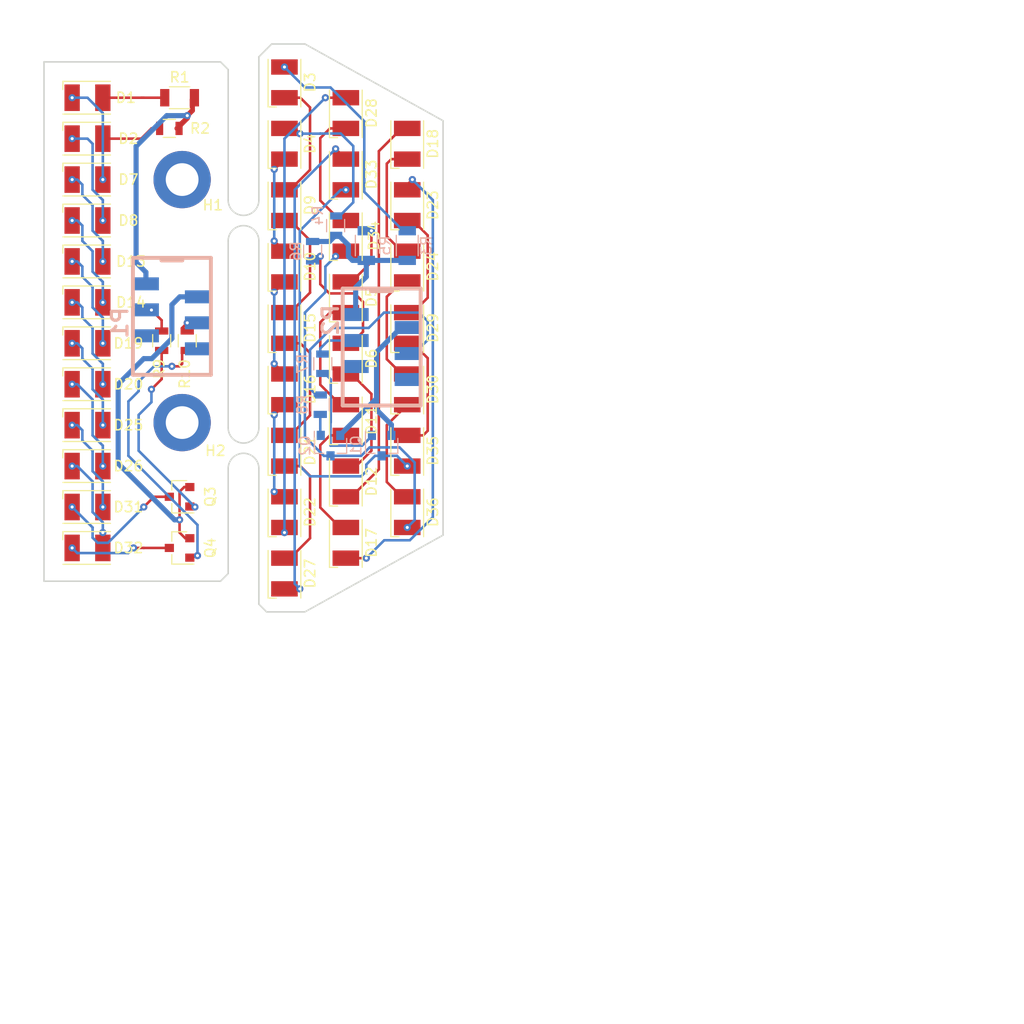
<source format=kicad_pcb>
(kicad_pcb (version 20191123) (host pcbnew "(5.99.0-467-g4d2e953f4)")

  (general
    (thickness 1.6)
    (drawings 33)
    (tracks 384)
    (modules 54)
    (nets 53)
  )

  (page "A4")
  (layers
    (0 "F.Cu" signal)
    (31 "B.Cu" signal)
    (32 "B.Adhes" user)
    (33 "F.Adhes" user)
    (34 "B.Paste" user)
    (35 "F.Paste" user)
    (36 "B.SilkS" user)
    (37 "F.SilkS" user)
    (38 "B.Mask" user)
    (39 "F.Mask" user)
    (40 "Dwgs.User" user)
    (41 "Cmts.User" user)
    (42 "Eco1.User" user)
    (43 "Eco2.User" user)
    (44 "Edge.Cuts" user)
    (45 "Margin" user)
    (46 "B.CrtYd" user)
    (47 "F.CrtYd" user)
    (48 "B.Fab" user)
    (49 "F.Fab" user)
  )

  (setup
    (stackup
      (layer "F.SilkS" (type "Top Silk Screen"))
      (layer "F.Paste" (type "Top Solder Paste"))
      (layer "F.Mask" (type "Top Solder Mask") (color "Green") (thickness 0.01))
      (layer "F.Cu" (type "copper") (thickness 0.035))
      (layer "dielectric 1" (type "core") (thickness 1.51) (material "FR4") (epsilon_r 4.5) (loss_tangent 0.02))
      (layer "B.Cu" (type "copper") (thickness 0.035))
      (layer "B.Mask" (type "Bottom Solder Mask") (color "Green") (thickness 0.01))
      (layer "B.Paste" (type "Bottom Solder Paste"))
      (layer "B.SilkS" (type "Bottom Silk Screen"))
      (copper_finish "None")
      (dielectric_constraints no)
    )
    (last_trace_width 0.25)
    (user_trace_width 0.25)
    (user_trace_width 0.5)
    (trace_clearance 0.25)
    (zone_clearance 0.508)
    (zone_45_only no)
    (trace_min 0.2)
    (via_size 0.7)
    (via_drill 0.3)
    (via_min_size 0.6)
    (via_min_drill 0.3)
    (uvia_size 0.3)
    (uvia_drill 0.1)
    (uvias_allowed no)
    (uvia_min_size 0.2)
    (uvia_min_drill 0.1)
    (max_error 0.005)
    (defaults
      (edge_clearance 0.01)
      (edge_cuts_line_width 0.15)
      (courtyard_line_width 0.05)
      (copper_line_width 0.2)
      (copper_text_dims (size 1.5 1.5) (thickness 0.3))
      (silk_line_width 0.15)
      (silk_text_dims (size 1 1) (thickness 0.15))
      (other_layers_line_width 0.1)
      (other_layers_text_dims (size 1 1) (thickness 0.15))
    )
    (pad_size 1.524 1.524)
    (pad_drill 0.762)
    (pad_to_mask_clearance 0.2)
    (aux_axis_origin 0 0)
    (visible_elements 7FFFFFFF)
    (pcbplotparams
      (layerselection 0x00030_80000001)
      (usegerberextensions false)
      (usegerberattributes false)
      (usegerberadvancedattributes false)
      (creategerberjobfile false)
      (excludeedgelayer true)
      (linewidth 0.100000)
      (plotframeref false)
      (viasonmask false)
      (mode 1)
      (useauxorigin false)
      (hpglpennumber 1)
      (hpglpenspeed 20)
      (hpglpendiameter 15.000000)
      (psnegative false)
      (psa4output false)
      (plotreference true)
      (plotvalue true)
      (plotinvisibletext false)
      (padsonsilk false)
      (subtractmaskfromsilk false)
      (outputformat 1)
      (mirror false)
      (drillshape 1)
      (scaleselection 1)
      (outputdirectory "")
    )
  )

  (net 0 "")
  (net 1 "/GND1")
  (net 2 "/GND2")
  (net 3 "Net-(D1-Pad1)")
  (net 4 "Net-(D1-Pad2)")
  (net 5 "Net-(D2-Pad1)")
  (net 6 "Net-(D2-Pad2)")
  (net 7 "Net-(D3-Pad1)")
  (net 8 "Net-(D3-Pad2)")
  (net 9 "Net-(D10-Pad2)")
  (net 10 "Net-(D4-Pad2)")
  (net 11 "Net-(D11-Pad2)")
  (net 12 "Net-(D5-Pad2)")
  (net 13 "Net-(D12-Pad2)")
  (net 14 "Net-(D6-Pad2)")
  (net 15 "Net-(D13-Pad2)")
  (net 16 "Net-(D14-Pad2)")
  (net 17 "Net-(D15-Pad2)")
  (net 18 "Net-(D10-Pad1)")
  (net 19 "Net-(D11-Pad1)")
  (net 20 "Net-(D12-Pad1)")
  (net 21 "Net-(D13-Pad1)")
  (net 22 "Net-(D14-Pad1)")
  (net 23 "Net-(D15-Pad1)")
  (net 24 "Net-(D16-Pad1)")
  (net 25 "Net-(D17-Pad1)")
  (net 26 "Net-(D18-Pad1)")
  (net 27 "Net-(D19-Pad1)")
  (net 28 "Net-(D20-Pad1)")
  (net 29 "Net-(D21-Pad1)")
  (net 30 "Net-(D22-Pad1)")
  (net 31 "Net-(D23-Pad1)")
  (net 32 "Net-(D24-Pad1)")
  (net 33 "Net-(D25-Pad1)")
  (net 34 "Net-(D26-Pad1)")
  (net 35 "Net-(D27-Pad1)")
  (net 36 "Net-(D28-Pad1)")
  (net 37 "Net-(D29-Pad1)")
  (net 38 "Net-(D30-Pad1)")
  (net 39 "/Red_L2")
  (net 40 "/Green_L2")
  (net 41 "/Red_L1")
  (net 42 "/Green_L1")
  (net 43 "/VCC2")
  (net 44 "/CTRL_Red2")
  (net 45 "/CTRL_Green2")
  (net 46 "/VCC1")
  (net 47 "/CTRL_Red1")
  (net 48 "/CTRL_Green1")
  (net 49 "Net-(Q1-Pad1)")
  (net 50 "Net-(Q2-Pad1)")
  (net 51 "Net-(Q3-Pad1)")
  (net 52 "Net-(Q4-Pad1)")

  (net_class "Default" "Dies ist die voreingestellte Netzklasse."
    (clearance 0.25)
    (trace_width 0.25)
    (via_dia 0.7)
    (via_drill 0.3)
    (uvia_dia 0.3)
    (uvia_drill 0.1)
    (add_net "/CTRL_Green1")
    (add_net "/CTRL_Green2")
    (add_net "/CTRL_Red1")
    (add_net "/CTRL_Red2")
    (add_net "/GND1")
    (add_net "/GND2")
    (add_net "/Green_L1")
    (add_net "/Green_L2")
    (add_net "/Red_L1")
    (add_net "/Red_L2")
    (add_net "/VCC1")
    (add_net "/VCC2")
    (add_net "Net-(D1-Pad1)")
    (add_net "Net-(D1-Pad2)")
    (add_net "Net-(D10-Pad1)")
    (add_net "Net-(D10-Pad2)")
    (add_net "Net-(D11-Pad1)")
    (add_net "Net-(D11-Pad2)")
    (add_net "Net-(D12-Pad1)")
    (add_net "Net-(D12-Pad2)")
    (add_net "Net-(D13-Pad1)")
    (add_net "Net-(D13-Pad2)")
    (add_net "Net-(D14-Pad1)")
    (add_net "Net-(D14-Pad2)")
    (add_net "Net-(D15-Pad1)")
    (add_net "Net-(D15-Pad2)")
    (add_net "Net-(D16-Pad1)")
    (add_net "Net-(D17-Pad1)")
    (add_net "Net-(D18-Pad1)")
    (add_net "Net-(D19-Pad1)")
    (add_net "Net-(D2-Pad1)")
    (add_net "Net-(D2-Pad2)")
    (add_net "Net-(D20-Pad1)")
    (add_net "Net-(D21-Pad1)")
    (add_net "Net-(D22-Pad1)")
    (add_net "Net-(D23-Pad1)")
    (add_net "Net-(D24-Pad1)")
    (add_net "Net-(D25-Pad1)")
    (add_net "Net-(D26-Pad1)")
    (add_net "Net-(D27-Pad1)")
    (add_net "Net-(D28-Pad1)")
    (add_net "Net-(D29-Pad1)")
    (add_net "Net-(D3-Pad1)")
    (add_net "Net-(D3-Pad2)")
    (add_net "Net-(D30-Pad1)")
    (add_net "Net-(D4-Pad2)")
    (add_net "Net-(D5-Pad2)")
    (add_net "Net-(D6-Pad2)")
    (add_net "Net-(Q1-Pad1)")
    (add_net "Net-(Q2-Pad1)")
    (add_net "Net-(Q3-Pad1)")
    (add_net "Net-(Q4-Pad1)")
  )

  (module "Resistors_SMD:R_0805" (layer "F.Cu") (tedit 58E0A804) (tstamp 5DE52A25)
    (at 113.25 93.25 90)
    (descr "Resistor SMD 0805, reflow soldering, Vishay (see dcrcw.pdf)")
    (tags "resistor 0805")
    (path "/5DE523D4")
    (attr smd)
    (fp_text reference "R10" (at -3.25 -0.25 90) (layer "F.SilkS")
      (effects (font (size 1 1) (thickness 0.15)))
    )
    (fp_text value "R" (at 0 1.75 90) (layer "F.Fab")
      (effects (font (size 1 1) (thickness 0.15)))
    )
    (fp_text user "%R" (at 0 0 90) (layer "F.Fab")
      (effects (font (size 0.5 0.5) (thickness 0.075)))
    )
    (fp_line (start -1 0.62) (end -1 -0.62) (layer "F.Fab") (width 0.1))
    (fp_line (start 1 0.62) (end -1 0.62) (layer "F.Fab") (width 0.1))
    (fp_line (start 1 -0.62) (end 1 0.62) (layer "F.Fab") (width 0.1))
    (fp_line (start -1 -0.62) (end 1 -0.62) (layer "F.Fab") (width 0.1))
    (fp_line (start 0.6 0.88) (end -0.6 0.88) (layer "F.SilkS") (width 0.12))
    (fp_line (start -0.6 -0.88) (end 0.6 -0.88) (layer "F.SilkS") (width 0.12))
    (fp_line (start -1.55 -0.9) (end 1.55 -0.9) (layer "F.CrtYd") (width 0.05))
    (fp_line (start -1.55 -0.9) (end -1.55 0.9) (layer "F.CrtYd") (width 0.05))
    (fp_line (start 1.55 0.9) (end 1.55 -0.9) (layer "F.CrtYd") (width 0.05))
    (fp_line (start 1.55 0.9) (end -1.55 0.9) (layer "F.CrtYd") (width 0.05))
    (pad "1" smd rect (at -0.95 0 90) (size 0.7 1.3) (layers "F.Cu" "F.Paste" "F.Mask")
      (net 52 "Net-(Q4-Pad1)"))
    (pad "2" smd rect (at 0.95 0 90) (size 0.7 1.3) (layers "F.Cu" "F.Paste" "F.Mask")
      (net 45 "/CTRL_Green2"))
    (model "${KISYS3DMOD}/Resistors_SMD.3dshapes/R_0805.wrl"
      (at (xyz 0 0 0))
      (scale (xyz 1 1 1))
      (rotate (xyz 0 0 0))
    )
  )

  (module "Resistors_SMD:R_0805" (layer "F.Cu") (tedit 58E0A804) (tstamp 5DE52A1F)
    (at 110.75 93.25 90)
    (descr "Resistor SMD 0805, reflow soldering, Vishay (see dcrcw.pdf)")
    (tags "resistor 0805")
    (path "/5DE523BB")
    (attr smd)
    (fp_text reference "R9" (at -2.75 -0.25 90) (layer "F.SilkS")
      (effects (font (size 1 1) (thickness 0.15)))
    )
    (fp_text value "R" (at 0 1.75 90) (layer "F.Fab")
      (effects (font (size 1 1) (thickness 0.15)))
    )
    (fp_text user "%R" (at 0 0 90) (layer "F.Fab")
      (effects (font (size 0.5 0.5) (thickness 0.075)))
    )
    (fp_line (start -1 0.62) (end -1 -0.62) (layer "F.Fab") (width 0.1))
    (fp_line (start 1 0.62) (end -1 0.62) (layer "F.Fab") (width 0.1))
    (fp_line (start 1 -0.62) (end 1 0.62) (layer "F.Fab") (width 0.1))
    (fp_line (start -1 -0.62) (end 1 -0.62) (layer "F.Fab") (width 0.1))
    (fp_line (start 0.6 0.88) (end -0.6 0.88) (layer "F.SilkS") (width 0.12))
    (fp_line (start -0.6 -0.88) (end 0.6 -0.88) (layer "F.SilkS") (width 0.12))
    (fp_line (start -1.55 -0.9) (end 1.55 -0.9) (layer "F.CrtYd") (width 0.05))
    (fp_line (start -1.55 -0.9) (end -1.55 0.9) (layer "F.CrtYd") (width 0.05))
    (fp_line (start 1.55 0.9) (end 1.55 -0.9) (layer "F.CrtYd") (width 0.05))
    (fp_line (start 1.55 0.9) (end -1.55 0.9) (layer "F.CrtYd") (width 0.05))
    (pad "1" smd rect (at -0.95 0 90) (size 0.7 1.3) (layers "F.Cu" "F.Paste" "F.Mask")
      (net 51 "Net-(Q3-Pad1)"))
    (pad "2" smd rect (at 0.95 0 90) (size 0.7 1.3) (layers "F.Cu" "F.Paste" "F.Mask")
      (net 44 "/CTRL_Red2"))
    (model "${KISYS3DMOD}/Resistors_SMD.3dshapes/R_0805.wrl"
      (at (xyz 0 0 0))
      (scale (xyz 1 1 1))
      (rotate (xyz 0 0 0))
    )
  )

  (module "Resistors_SMD:R_0805" (layer "B.Cu") (tedit 58E0A804) (tstamp 5DE52A19)
    (at 126.25 99.5 90)
    (descr "Resistor SMD 0805, reflow soldering, Vishay (see dcrcw.pdf)")
    (tags "resistor 0805")
    (path "/5DE51A9C")
    (attr smd)
    (fp_text reference "R8" (at 0 -1.75 90) (layer "B.SilkS")
      (effects (font (size 1 1) (thickness 0.15)) (justify mirror))
    )
    (fp_text value "R" (at 0 -1.75 90) (layer "B.Fab")
      (effects (font (size 1 1) (thickness 0.15)) (justify mirror))
    )
    (fp_text user "%R" (at 0 0 90) (layer "B.Fab")
      (effects (font (size 0.5 0.5) (thickness 0.075)) (justify mirror))
    )
    (fp_line (start -1 -0.62) (end -1 0.62) (layer "B.Fab") (width 0.1))
    (fp_line (start 1 -0.62) (end -1 -0.62) (layer "B.Fab") (width 0.1))
    (fp_line (start 1 0.62) (end 1 -0.62) (layer "B.Fab") (width 0.1))
    (fp_line (start -1 0.62) (end 1 0.62) (layer "B.Fab") (width 0.1))
    (fp_line (start 0.6 -0.88) (end -0.6 -0.88) (layer "B.SilkS") (width 0.12))
    (fp_line (start -0.6 0.88) (end 0.6 0.88) (layer "B.SilkS") (width 0.12))
    (fp_line (start -1.55 0.9) (end 1.55 0.9) (layer "B.CrtYd") (width 0.05))
    (fp_line (start -1.55 0.9) (end -1.55 -0.9) (layer "B.CrtYd") (width 0.05))
    (fp_line (start 1.55 -0.9) (end 1.55 0.9) (layer "B.CrtYd") (width 0.05))
    (fp_line (start 1.55 -0.9) (end -1.55 -0.9) (layer "B.CrtYd") (width 0.05))
    (pad "1" smd rect (at -0.95 0 90) (size 0.7 1.3) (layers "B.Cu" "B.Paste" "B.Mask")
      (net 50 "Net-(Q2-Pad1)"))
    (pad "2" smd rect (at 0.95 0 90) (size 0.7 1.3) (layers "B.Cu" "B.Paste" "B.Mask")
      (net 48 "/CTRL_Green1"))
    (model "${KISYS3DMOD}/Resistors_SMD.3dshapes/R_0805.wrl"
      (at (xyz 0 0 0))
      (scale (xyz 1 1 1))
      (rotate (xyz 0 0 0))
    )
  )

  (module "Resistors_SMD:R_0805" (layer "B.Cu") (tedit 58E0A804) (tstamp 5DE52A13)
    (at 126.5 95.5 90)
    (descr "Resistor SMD 0805, reflow soldering, Vishay (see dcrcw.pdf)")
    (tags "resistor 0805")
    (path "/5DE50E36")
    (attr smd)
    (fp_text reference "R7" (at 0 -2 90) (layer "B.SilkS")
      (effects (font (size 1 1) (thickness 0.15)) (justify mirror))
    )
    (fp_text value "R" (at 0 -1.75 90) (layer "B.Fab")
      (effects (font (size 1 1) (thickness 0.15)) (justify mirror))
    )
    (fp_text user "%R" (at 0 0 90) (layer "B.Fab")
      (effects (font (size 0.5 0.5) (thickness 0.075)) (justify mirror))
    )
    (fp_line (start -1 -0.62) (end -1 0.62) (layer "B.Fab") (width 0.1))
    (fp_line (start 1 -0.62) (end -1 -0.62) (layer "B.Fab") (width 0.1))
    (fp_line (start 1 0.62) (end 1 -0.62) (layer "B.Fab") (width 0.1))
    (fp_line (start -1 0.62) (end 1 0.62) (layer "B.Fab") (width 0.1))
    (fp_line (start 0.6 -0.88) (end -0.6 -0.88) (layer "B.SilkS") (width 0.12))
    (fp_line (start -0.6 0.88) (end 0.6 0.88) (layer "B.SilkS") (width 0.12))
    (fp_line (start -1.55 0.9) (end 1.55 0.9) (layer "B.CrtYd") (width 0.05))
    (fp_line (start -1.55 0.9) (end -1.55 -0.9) (layer "B.CrtYd") (width 0.05))
    (fp_line (start 1.55 -0.9) (end 1.55 0.9) (layer "B.CrtYd") (width 0.05))
    (fp_line (start 1.55 -0.9) (end -1.55 -0.9) (layer "B.CrtYd") (width 0.05))
    (pad "1" smd rect (at -0.95 0 90) (size 0.7 1.3) (layers "B.Cu" "B.Paste" "B.Mask")
      (net 49 "Net-(Q1-Pad1)"))
    (pad "2" smd rect (at 0.95 0 90) (size 0.7 1.3) (layers "B.Cu" "B.Paste" "B.Mask")
      (net 47 "/CTRL_Red1"))
    (model "${KISYS3DMOD}/Resistors_SMD.3dshapes/R_0805.wrl"
      (at (xyz 0 0 0))
      (scale (xyz 1 1 1))
      (rotate (xyz 0 0 0))
    )
  )

  (module "Resistors_SMD:R_0805" (layer "B.Cu") (tedit 58E0A804) (tstamp 5DE52A0D)
    (at 125.5 84.5 -90)
    (descr "Resistor SMD 0805, reflow soldering, Vishay (see dcrcw.pdf)")
    (tags "resistor 0805")
    (path "/5DE4E3ED")
    (attr smd)
    (fp_text reference "R6" (at 0 1.65 90) (layer "B.SilkS")
      (effects (font (size 1 1) (thickness 0.15)) (justify mirror))
    )
    (fp_text value "270" (at 0 -1.75 90) (layer "B.Fab")
      (effects (font (size 1 1) (thickness 0.15)) (justify mirror))
    )
    (fp_text user "%R" (at 0 0 90) (layer "B.Fab")
      (effects (font (size 0.5 0.5) (thickness 0.075)) (justify mirror))
    )
    (fp_line (start -1 -0.62) (end -1 0.62) (layer "B.Fab") (width 0.1))
    (fp_line (start 1 -0.62) (end -1 -0.62) (layer "B.Fab") (width 0.1))
    (fp_line (start 1 0.62) (end 1 -0.62) (layer "B.Fab") (width 0.1))
    (fp_line (start -1 0.62) (end 1 0.62) (layer "B.Fab") (width 0.1))
    (fp_line (start 0.6 -0.88) (end -0.6 -0.88) (layer "B.SilkS") (width 0.12))
    (fp_line (start -0.6 0.88) (end 0.6 0.88) (layer "B.SilkS") (width 0.12))
    (fp_line (start -1.55 0.9) (end 1.55 0.9) (layer "B.CrtYd") (width 0.05))
    (fp_line (start -1.55 0.9) (end -1.55 -0.9) (layer "B.CrtYd") (width 0.05))
    (fp_line (start 1.55 -0.9) (end 1.55 0.9) (layer "B.CrtYd") (width 0.05))
    (fp_line (start 1.55 -0.9) (end -1.55 -0.9) (layer "B.CrtYd") (width 0.05))
    (pad "1" smd rect (at -0.95 0 270) (size 0.7 1.3) (layers "B.Cu" "B.Paste" "B.Mask")
      (net 46 "/VCC1"))
    (pad "2" smd rect (at 0.95 0 270) (size 0.7 1.3) (layers "B.Cu" "B.Paste" "B.Mask")
      (net 14 "Net-(D6-Pad2)"))
    (model "${KISYS3DMOD}/Resistors_SMD.3dshapes/R_0805.wrl"
      (at (xyz 0 0 0))
      (scale (xyz 1 1 1))
      (rotate (xyz 0 0 0))
    )
  )

  (module "Resistors_SMD:R_0805" (layer "B.Cu") (tedit 58E0A804) (tstamp 5DE52A01)
    (at 127.75 82 90)
    (descr "Resistor SMD 0805, reflow soldering, Vishay (see dcrcw.pdf)")
    (tags "resistor 0805")
    (path "/5DE4DE63")
    (attr smd)
    (fp_text reference "R4" (at 1 -1.75 90) (layer "B.SilkS")
      (effects (font (size 1 1) (thickness 0.15)) (justify mirror))
    )
    (fp_text value "270" (at 0 -1.75 90) (layer "B.Fab")
      (effects (font (size 1 1) (thickness 0.15)) (justify mirror))
    )
    (fp_text user "%R" (at 0 0 90) (layer "B.Fab")
      (effects (font (size 0.5 0.5) (thickness 0.075)) (justify mirror))
    )
    (fp_line (start -1 -0.62) (end -1 0.62) (layer "B.Fab") (width 0.1))
    (fp_line (start 1 -0.62) (end -1 -0.62) (layer "B.Fab") (width 0.1))
    (fp_line (start 1 0.62) (end 1 -0.62) (layer "B.Fab") (width 0.1))
    (fp_line (start -1 0.62) (end 1 0.62) (layer "B.Fab") (width 0.1))
    (fp_line (start 0.6 -0.88) (end -0.6 -0.88) (layer "B.SilkS") (width 0.12))
    (fp_line (start -0.6 0.88) (end 0.6 0.88) (layer "B.SilkS") (width 0.12))
    (fp_line (start -1.55 0.9) (end 1.55 0.9) (layer "B.CrtYd") (width 0.05))
    (fp_line (start -1.55 0.9) (end -1.55 -0.9) (layer "B.CrtYd") (width 0.05))
    (fp_line (start 1.55 -0.9) (end 1.55 0.9) (layer "B.CrtYd") (width 0.05))
    (fp_line (start 1.55 -0.9) (end -1.55 -0.9) (layer "B.CrtYd") (width 0.05))
    (pad "1" smd rect (at -0.95 0 90) (size 0.7 1.3) (layers "B.Cu" "B.Paste" "B.Mask")
      (net 46 "/VCC1"))
    (pad "2" smd rect (at 0.95 0 90) (size 0.7 1.3) (layers "B.Cu" "B.Paste" "B.Mask")
      (net 10 "Net-(D4-Pad2)"))
    (model "${KISYS3DMOD}/Resistors_SMD.3dshapes/R_0805.wrl"
      (at (xyz 0 0 0))
      (scale (xyz 1 1 1))
      (rotate (xyz 0 0 0))
    )
  )

  (module "Resistors_SMD:R_0805" (layer "F.Cu") (tedit 58E0A804) (tstamp 5DE529F5)
    (at 111.5 72.5 180)
    (descr "Resistor SMD 0805, reflow soldering, Vishay (see dcrcw.pdf)")
    (tags "resistor 0805")
    (path "/5DE4D4F9")
    (attr smd)
    (fp_text reference "R2" (at -3 0) (layer "F.SilkS")
      (effects (font (size 1 1) (thickness 0.15)))
    )
    (fp_text value "270" (at 0 1.75) (layer "F.Fab")
      (effects (font (size 1 1) (thickness 0.15)))
    )
    (fp_text user "%R" (at 0 0) (layer "F.Fab")
      (effects (font (size 0.5 0.5) (thickness 0.075)))
    )
    (fp_line (start -1 0.62) (end -1 -0.62) (layer "F.Fab") (width 0.1))
    (fp_line (start 1 0.62) (end -1 0.62) (layer "F.Fab") (width 0.1))
    (fp_line (start 1 -0.62) (end 1 0.62) (layer "F.Fab") (width 0.1))
    (fp_line (start -1 -0.62) (end 1 -0.62) (layer "F.Fab") (width 0.1))
    (fp_line (start 0.6 0.88) (end -0.6 0.88) (layer "F.SilkS") (width 0.12))
    (fp_line (start -0.6 -0.88) (end 0.6 -0.88) (layer "F.SilkS") (width 0.12))
    (fp_line (start -1.55 -0.9) (end 1.55 -0.9) (layer "F.CrtYd") (width 0.05))
    (fp_line (start -1.55 -0.9) (end -1.55 0.9) (layer "F.CrtYd") (width 0.05))
    (fp_line (start 1.55 0.9) (end 1.55 -0.9) (layer "F.CrtYd") (width 0.05))
    (fp_line (start 1.55 0.9) (end -1.55 0.9) (layer "F.CrtYd") (width 0.05))
    (pad "1" smd rect (at -0.95 0 180) (size 0.7 1.3) (layers "F.Cu" "F.Paste" "F.Mask")
      (net 43 "/VCC2"))
    (pad "2" smd rect (at 0.95 0 180) (size 0.7 1.3) (layers "F.Cu" "F.Paste" "F.Mask")
      (net 6 "Net-(D2-Pad2)"))
    (model "${KISYS3DMOD}/Resistors_SMD.3dshapes/R_0805.wrl"
      (at (xyz 0 0 0))
      (scale (xyz 1 1 1))
      (rotate (xyz 0 0 0))
    )
  )

  (module "Toni:micro_match3x2" (layer "B.Cu") (tedit 5265A2FB) (tstamp 5DE57DD9)
    (at 132.25 94.5 -90)
    (descr "micro_match_3x2")
    (tags "micro match 3x2")
    (path "/5DE4E6B1")
    (fp_text reference "P2" (at -3.25 5 90) (layer "B.SilkS")
      (effects (font (size 1.524 1.524) (thickness 0.3048)) (justify mirror))
    )
    (fp_text value "CONN_02X02" (at 0 -6.35 90) (layer "B.Fab")
      (effects (font (size 1.524 1.524) (thickness 0.3048)) (justify mirror))
    )
    (fp_line (start 5.08 3.81) (end 5.08 -3.81) (layer "B.SilkS") (width 0.381))
    (fp_line (start -6.35 3.81) (end 5.08 3.81) (layer "B.SilkS") (width 0.381))
    (fp_line (start -6.35 -3.81) (end -6.35 3.81) (layer "B.SilkS") (width 0.381))
    (fp_line (start 5.08 -3.81) (end -6.35 -3.81) (layer "B.SilkS") (width 0.381))
    (fp_line (start -6.096 1.016) (end -6.096 -1.016) (layer "B.SilkS") (width 0.381))
    (pad "1" smd rect (at -3.81 2.54 270) (size 1.27 2.54) (layers "B.Cu" "B.Paste" "B.Mask")
      (net 46 "/VCC1"))
    (pad "2" smd rect (at -2.54 -2.54 270) (size 1.27 2.54) (layers "B.Cu" "B.Paste" "B.Mask")
      (net 1 "/GND1"))
    (pad "3" smd rect (at -1.27 2.54 270) (size 1.27 2.54) (layers "B.Cu" "B.Paste" "B.Mask")
      (net 47 "/CTRL_Red1"))
    (pad "4" smd rect (at 0 -2.54 270) (size 1.27 2.54) (layers "B.Cu" "B.Paste" "B.Mask")
      (net 48 "/CTRL_Green1"))
    (pad "5" smd rect (at 1.27 2.54 270) (size 1.27 2.54) (layers "B.Cu" "B.Paste" "B.Mask"))
    (pad "6" smd rect (at 2.54 -2.54 270) (size 1.27 2.54) (layers "B.Cu" "B.Paste" "B.Mask"))
  )

  (module "Toni:micro_match3x2" (layer "B.Cu") (tedit 5265A2FB) (tstamp 5DE57DD6)
    (at 111.75 91.5 -90)
    (descr "micro_match_3x2")
    (tags "micro match 3x2")
    (path "/5DE4CF3A")
    (fp_text reference "P1" (at 0 5.08 -90) (layer "B.SilkS")
      (effects (font (size 1.524 1.524) (thickness 0.3048)) (justify mirror))
    )
    (fp_text value "CONN_02X02" (at 0 -5.25 -90) (layer "B.Fab")
      (effects (font (size 1.524 1.524) (thickness 0.3048)) (justify mirror))
    )
    (fp_line (start 5.08 3.81) (end 5.08 -3.81) (layer "B.SilkS") (width 0.381))
    (fp_line (start -6.35 3.81) (end 5.08 3.81) (layer "B.SilkS") (width 0.381))
    (fp_line (start -6.35 -3.81) (end -6.35 3.81) (layer "B.SilkS") (width 0.381))
    (fp_line (start 5.08 -3.81) (end -6.35 -3.81) (layer "B.SilkS") (width 0.381))
    (fp_line (start -6.096 1.016) (end -6.096 -1.016) (layer "B.SilkS") (width 0.381))
    (pad "1" smd rect (at -3.81 2.54 270) (size 1.27 2.54) (layers "B.Cu" "B.Paste" "B.Mask")
      (net 43 "/VCC2"))
    (pad "2" smd rect (at -2.54 -2.54 270) (size 1.27 2.54) (layers "B.Cu" "B.Paste" "B.Mask")
      (net 2 "/GND2"))
    (pad "3" smd rect (at -1.27 2.54 270) (size 1.27 2.54) (layers "B.Cu" "B.Paste" "B.Mask")
      (net 44 "/CTRL_Red2"))
    (pad "4" smd rect (at 0 -2.54 270) (size 1.27 2.54) (layers "B.Cu" "B.Paste" "B.Mask")
      (net 45 "/CTRL_Green2"))
    (pad "5" smd rect (at 1.27 2.54 270) (size 1.27 2.54) (layers "B.Cu" "B.Paste" "B.Mask"))
    (pad "6" smd rect (at 2.54 -2.54 270) (size 1.27 2.54) (layers "B.Cu" "B.Paste" "B.Mask"))
  )

  (module "Mounting_Holes:MountingHole_3.2mm_M3_DIN965_Pad" (layer "F.Cu") (tedit 56D1B4CB) (tstamp 5DE56D25)
    (at 112.75 77.5)
    (descr "Mounting Hole 3.2mm, M3, DIN965")
    (tags "mounting hole 3.2mm m3 din965")
    (path "/5DE61D4E")
    (attr virtual)
    (fp_text reference "H1" (at 3 2.5) (layer "F.SilkS")
      (effects (font (size 1 1) (thickness 0.15)))
    )
    (fp_text value "MountingHole" (at 0 3.8) (layer "F.Fab")
      (effects (font (size 1 1) (thickness 0.15)))
    )
    (fp_circle (center 0 0) (end 3.05 0) (layer "F.CrtYd") (width 0.05))
    (fp_circle (center 0 0) (end 2.8 0) (layer "Cmts.User") (width 0.15))
    (fp_text user "%R" (at 0.3 0) (layer "F.Fab")
      (effects (font (size 1 1) (thickness 0.15)))
    )
    (pad "1" thru_hole circle (at 0 0) (size 5.6 5.6) (drill 3.2) (layers *.Cu *.Mask))
  )

  (module "Mounting_Holes:MountingHole_3.2mm_M3_DIN965_Pad" (layer "F.Cu") (tedit 56D1B4CB) (tstamp 5DE56D28)
    (at 112.75 101.25)
    (descr "Mounting Hole 3.2mm, M3, DIN965")
    (tags "mounting hole 3.2mm m3 din965")
    (path "/5DE61D9D")
    (attr virtual)
    (fp_text reference "H2" (at 3.25 2.75) (layer "F.SilkS")
      (effects (font (size 1 1) (thickness 0.15)))
    )
    (fp_text value "MountingHole" (at 0 3.8) (layer "F.Fab")
      (effects (font (size 1 1) (thickness 0.15)))
    )
    (fp_circle (center 0 0) (end 3.05 0) (layer "F.CrtYd") (width 0.05))
    (fp_circle (center 0 0) (end 2.8 0) (layer "Cmts.User") (width 0.15))
    (fp_text user "%R" (at 0.3 0) (layer "F.Fab")
      (effects (font (size 1 1) (thickness 0.15)))
    )
    (pad "1" thru_hole circle (at 0 0) (size 5.6 5.6) (drill 3.2) (layers *.Cu *.Mask))
  )

  (module "LEDs:LED_PLCC-2" (layer "F.Cu") (tedit 59959404) (tstamp 5DE528EB)
    (at 103.5 69.5)
    (descr "LED PLCC-2 SMD package")
    (tags "LED PLCC-2 SMD")
    (path "/5DDF7DBD")
    (attr smd)
    (fp_text reference "D1" (at 3.75 0) (layer "F.SilkS")
      (effects (font (size 1 1) (thickness 0.15)))
    )
    (fp_text value "RED" (at 0 2.5) (layer "F.Fab")
      (effects (font (size 1 1) (thickness 0.15)))
    )
    (fp_text user "%R" (at 0 0) (layer "F.Fab")
      (effects (font (size 0.4 0.4) (thickness 0.1)))
    )
    (fp_line (start -2.4 -1.6) (end -2.4 -0.8) (layer "F.SilkS") (width 0.12))
    (fp_line (start 2.25 -1.6) (end -2.4 -1.6) (layer "F.SilkS") (width 0.12))
    (fp_line (start 2.25 1.6) (end -2.4 1.6) (layer "F.SilkS") (width 0.12))
    (fp_line (start -2.65 1.85) (end -2.65 -1.85) (layer "F.CrtYd") (width 0.05))
    (fp_line (start 2.5 1.85) (end -2.65 1.85) (layer "F.CrtYd") (width 0.05))
    (fp_line (start 2.5 -1.85) (end 2.5 1.85) (layer "F.CrtYd") (width 0.05))
    (fp_line (start -2.65 -1.85) (end 2.5 -1.85) (layer "F.CrtYd") (width 0.05))
    (fp_line (start -1.7 1.5) (end 1.7 1.5) (layer "F.Fab") (width 0.1))
    (fp_line (start -1.7 -1.5) (end -1.7 1.5) (layer "F.Fab") (width 0.1))
    (fp_line (start 1.7 -1.5) (end -1.7 -1.5) (layer "F.Fab") (width 0.1))
    (fp_line (start 1.7 1.5) (end 1.7 -1.5) (layer "F.Fab") (width 0.1))
    (fp_line (start -1.7 -0.6) (end -0.8 -1.5) (layer "F.Fab") (width 0.1))
    (fp_circle (center 0 0) (end 0 -1.25) (layer "F.Fab") (width 0.1))
    (pad "1" smd rect (at -1.5 0) (size 1.5 2.6) (layers "F.Cu" "F.Paste" "F.Mask")
      (net 3 "Net-(D1-Pad1)"))
    (pad "2" smd rect (at 1.5 0) (size 1.5 2.6) (layers "F.Cu" "F.Paste" "F.Mask")
      (net 4 "Net-(D1-Pad2)"))
    (model "${KISYS3DMOD}/LEDs.3dshapes/LED_PLCC-2.wrl"
      (at (xyz 0 0 0))
      (scale (xyz 1 1 1))
      (rotate (xyz 0 0 0))
    )
  )

  (module "LEDs:LED_PLCC-2" (layer "F.Cu") (tedit 59959404) (tstamp 5DE528F1)
    (at 103.5 73.5)
    (descr "LED PLCC-2 SMD package")
    (tags "LED PLCC-2 SMD")
    (path "/5DDF7F77")
    (attr smd)
    (fp_text reference "D2" (at 4 0) (layer "F.SilkS")
      (effects (font (size 1 1) (thickness 0.15)))
    )
    (fp_text value "GREEN" (at 0 2.5) (layer "F.Fab")
      (effects (font (size 1 1) (thickness 0.15)))
    )
    (fp_text user "%R" (at 0 0) (layer "F.Fab")
      (effects (font (size 0.4 0.4) (thickness 0.1)))
    )
    (fp_line (start -2.4 -1.6) (end -2.4 -0.8) (layer "F.SilkS") (width 0.12))
    (fp_line (start 2.25 -1.6) (end -2.4 -1.6) (layer "F.SilkS") (width 0.12))
    (fp_line (start 2.25 1.6) (end -2.4 1.6) (layer "F.SilkS") (width 0.12))
    (fp_line (start -2.65 1.85) (end -2.65 -1.85) (layer "F.CrtYd") (width 0.05))
    (fp_line (start 2.5 1.85) (end -2.65 1.85) (layer "F.CrtYd") (width 0.05))
    (fp_line (start 2.5 -1.85) (end 2.5 1.85) (layer "F.CrtYd") (width 0.05))
    (fp_line (start -2.65 -1.85) (end 2.5 -1.85) (layer "F.CrtYd") (width 0.05))
    (fp_line (start -1.7 1.5) (end 1.7 1.5) (layer "F.Fab") (width 0.1))
    (fp_line (start -1.7 -1.5) (end -1.7 1.5) (layer "F.Fab") (width 0.1))
    (fp_line (start 1.7 -1.5) (end -1.7 -1.5) (layer "F.Fab") (width 0.1))
    (fp_line (start 1.7 1.5) (end 1.7 -1.5) (layer "F.Fab") (width 0.1))
    (fp_line (start -1.7 -0.6) (end -0.8 -1.5) (layer "F.Fab") (width 0.1))
    (fp_circle (center 0 0) (end 0 -1.25) (layer "F.Fab") (width 0.1))
    (pad "1" smd rect (at -1.5 0) (size 1.5 2.6) (layers "F.Cu" "F.Paste" "F.Mask")
      (net 5 "Net-(D2-Pad1)"))
    (pad "2" smd rect (at 1.5 0) (size 1.5 2.6) (layers "F.Cu" "F.Paste" "F.Mask")
      (net 6 "Net-(D2-Pad2)"))
    (model "${KISYS3DMOD}/LEDs.3dshapes/LED_PLCC-2.wrl"
      (at (xyz 0 0 0))
      (scale (xyz 1 1 1))
      (rotate (xyz 0 0 0))
    )
  )

  (module "LEDs:LED_PLCC-2" (layer "F.Cu") (tedit 59959404) (tstamp 5DE528F7)
    (at 122.75 68 90)
    (descr "LED PLCC-2 SMD package")
    (tags "LED PLCC-2 SMD")
    (path "/5DE4DE17")
    (attr smd)
    (fp_text reference "D3" (at 0 2.5 90) (layer "F.SilkS")
      (effects (font (size 1 1) (thickness 0.15)))
    )
    (fp_text value "RED" (at 0 2.5 90) (layer "F.Fab")
      (effects (font (size 1 1) (thickness 0.15)))
    )
    (fp_text user "%R" (at 0 0 90) (layer "F.Fab")
      (effects (font (size 0.4 0.4) (thickness 0.1)))
    )
    (fp_line (start -2.4 -1.6) (end -2.4 -0.8) (layer "F.SilkS") (width 0.12))
    (fp_line (start 2.25 -1.6) (end -2.4 -1.6) (layer "F.SilkS") (width 0.12))
    (fp_line (start 2.25 1.6) (end -2.4 1.6) (layer "F.SilkS") (width 0.12))
    (fp_line (start -2.65 1.85) (end -2.65 -1.85) (layer "F.CrtYd") (width 0.05))
    (fp_line (start 2.5 1.85) (end -2.65 1.85) (layer "F.CrtYd") (width 0.05))
    (fp_line (start 2.5 -1.85) (end 2.5 1.85) (layer "F.CrtYd") (width 0.05))
    (fp_line (start -2.65 -1.85) (end 2.5 -1.85) (layer "F.CrtYd") (width 0.05))
    (fp_line (start -1.7 1.5) (end 1.7 1.5) (layer "F.Fab") (width 0.1))
    (fp_line (start -1.7 -1.5) (end -1.7 1.5) (layer "F.Fab") (width 0.1))
    (fp_line (start 1.7 -1.5) (end -1.7 -1.5) (layer "F.Fab") (width 0.1))
    (fp_line (start 1.7 1.5) (end 1.7 -1.5) (layer "F.Fab") (width 0.1))
    (fp_line (start -1.7 -0.6) (end -0.8 -1.5) (layer "F.Fab") (width 0.1))
    (fp_circle (center 0 0) (end 0 -1.25) (layer "F.Fab") (width 0.1))
    (pad "1" smd rect (at -1.5 0 90) (size 1.5 2.6) (layers "F.Cu" "F.Paste" "F.Mask")
      (net 7 "Net-(D3-Pad1)"))
    (pad "2" smd rect (at 1.5 0 90) (size 1.5 2.6) (layers "F.Cu" "F.Paste" "F.Mask")
      (net 8 "Net-(D3-Pad2)"))
    (model "${KISYS3DMOD}/LEDs.3dshapes/LED_PLCC-2.wrl"
      (at (xyz 0 0 0))
      (scale (xyz 1 1 1))
      (rotate (xyz 0 0 0))
    )
  )

  (module "LEDs:LED_PLCC-2" (layer "F.Cu") (tedit 59959404) (tstamp 5DE528FD)
    (at 122.75 74 90)
    (descr "LED PLCC-2 SMD package")
    (tags "LED PLCC-2 SMD")
    (path "/5DE4DE3B")
    (attr smd)
    (fp_text reference "D4" (at 0 2.5 90) (layer "F.SilkS")
      (effects (font (size 1 1) (thickness 0.15)))
    )
    (fp_text value "GREEN" (at 0 2.5 90) (layer "F.Fab")
      (effects (font (size 1 1) (thickness 0.15)))
    )
    (fp_text user "%R" (at 0 0 90) (layer "F.Fab")
      (effects (font (size 0.4 0.4) (thickness 0.1)))
    )
    (fp_line (start -2.4 -1.6) (end -2.4 -0.8) (layer "F.SilkS") (width 0.12))
    (fp_line (start 2.25 -1.6) (end -2.4 -1.6) (layer "F.SilkS") (width 0.12))
    (fp_line (start 2.25 1.6) (end -2.4 1.6) (layer "F.SilkS") (width 0.12))
    (fp_line (start -2.65 1.85) (end -2.65 -1.85) (layer "F.CrtYd") (width 0.05))
    (fp_line (start 2.5 1.85) (end -2.65 1.85) (layer "F.CrtYd") (width 0.05))
    (fp_line (start 2.5 -1.85) (end 2.5 1.85) (layer "F.CrtYd") (width 0.05))
    (fp_line (start -2.65 -1.85) (end 2.5 -1.85) (layer "F.CrtYd") (width 0.05))
    (fp_line (start -1.7 1.5) (end 1.7 1.5) (layer "F.Fab") (width 0.1))
    (fp_line (start -1.7 -1.5) (end -1.7 1.5) (layer "F.Fab") (width 0.1))
    (fp_line (start 1.7 -1.5) (end -1.7 -1.5) (layer "F.Fab") (width 0.1))
    (fp_line (start 1.7 1.5) (end 1.7 -1.5) (layer "F.Fab") (width 0.1))
    (fp_line (start -1.7 -0.6) (end -0.8 -1.5) (layer "F.Fab") (width 0.1))
    (fp_circle (center 0 0) (end 0 -1.25) (layer "F.Fab") (width 0.1))
    (pad "1" smd rect (at -1.5 0 90) (size 1.5 2.6) (layers "F.Cu" "F.Paste" "F.Mask")
      (net 9 "Net-(D10-Pad2)"))
    (pad "2" smd rect (at 1.5 0 90) (size 1.5 2.6) (layers "F.Cu" "F.Paste" "F.Mask")
      (net 10 "Net-(D4-Pad2)"))
    (model "${KISYS3DMOD}/LEDs.3dshapes/LED_PLCC-2.wrl"
      (at (xyz 0 0 0))
      (scale (xyz 1 1 1))
      (rotate (xyz 0 0 0))
    )
  )

  (module "LEDs:LED_PLCC-2" (layer "F.Cu") (tedit 59959404) (tstamp 5DE52903)
    (at 128.75 89 90)
    (descr "LED PLCC-2 SMD package")
    (tags "LED PLCC-2 SMD")
    (path "/5DE4E3A1")
    (attr smd)
    (fp_text reference "D5" (at 0 2.5 90) (layer "F.SilkS")
      (effects (font (size 1 1) (thickness 0.15)))
    )
    (fp_text value "RED" (at 0 2.5 90) (layer "F.Fab")
      (effects (font (size 1 1) (thickness 0.15)))
    )
    (fp_text user "%R" (at 0 0 90) (layer "F.Fab")
      (effects (font (size 0.4 0.4) (thickness 0.1)))
    )
    (fp_line (start -2.4 -1.6) (end -2.4 -0.8) (layer "F.SilkS") (width 0.12))
    (fp_line (start 2.25 -1.6) (end -2.4 -1.6) (layer "F.SilkS") (width 0.12))
    (fp_line (start 2.25 1.6) (end -2.4 1.6) (layer "F.SilkS") (width 0.12))
    (fp_line (start -2.65 1.85) (end -2.65 -1.85) (layer "F.CrtYd") (width 0.05))
    (fp_line (start 2.5 1.85) (end -2.65 1.85) (layer "F.CrtYd") (width 0.05))
    (fp_line (start 2.5 -1.85) (end 2.5 1.85) (layer "F.CrtYd") (width 0.05))
    (fp_line (start -2.65 -1.85) (end 2.5 -1.85) (layer "F.CrtYd") (width 0.05))
    (fp_line (start -1.7 1.5) (end 1.7 1.5) (layer "F.Fab") (width 0.1))
    (fp_line (start -1.7 -1.5) (end -1.7 1.5) (layer "F.Fab") (width 0.1))
    (fp_line (start 1.7 -1.5) (end -1.7 -1.5) (layer "F.Fab") (width 0.1))
    (fp_line (start 1.7 1.5) (end 1.7 -1.5) (layer "F.Fab") (width 0.1))
    (fp_line (start -1.7 -0.6) (end -0.8 -1.5) (layer "F.Fab") (width 0.1))
    (fp_circle (center 0 0) (end 0 -1.25) (layer "F.Fab") (width 0.1))
    (pad "1" smd rect (at -1.5 0 90) (size 1.5 2.6) (layers "F.Cu" "F.Paste" "F.Mask")
      (net 11 "Net-(D11-Pad2)"))
    (pad "2" smd rect (at 1.5 0 90) (size 1.5 2.6) (layers "F.Cu" "F.Paste" "F.Mask")
      (net 12 "Net-(D5-Pad2)"))
    (model "${KISYS3DMOD}/LEDs.3dshapes/LED_PLCC-2.wrl"
      (at (xyz 0 0 0))
      (scale (xyz 1 1 1))
      (rotate (xyz 0 0 0))
    )
  )

  (module "LEDs:LED_PLCC-2" (layer "F.Cu") (tedit 59959404) (tstamp 5DE52909)
    (at 128.75 95 90)
    (descr "LED PLCC-2 SMD package")
    (tags "LED PLCC-2 SMD")
    (path "/5DE4E3C5")
    (attr smd)
    (fp_text reference "D6" (at 0 2.5 90) (layer "F.SilkS")
      (effects (font (size 1 1) (thickness 0.15)))
    )
    (fp_text value "GREEN" (at 0 2.5 90) (layer "F.Fab")
      (effects (font (size 1 1) (thickness 0.15)))
    )
    (fp_text user "%R" (at 0 0 90) (layer "F.Fab")
      (effects (font (size 0.4 0.4) (thickness 0.1)))
    )
    (fp_line (start -2.4 -1.6) (end -2.4 -0.8) (layer "F.SilkS") (width 0.12))
    (fp_line (start 2.25 -1.6) (end -2.4 -1.6) (layer "F.SilkS") (width 0.12))
    (fp_line (start 2.25 1.6) (end -2.4 1.6) (layer "F.SilkS") (width 0.12))
    (fp_line (start -2.65 1.85) (end -2.65 -1.85) (layer "F.CrtYd") (width 0.05))
    (fp_line (start 2.5 1.85) (end -2.65 1.85) (layer "F.CrtYd") (width 0.05))
    (fp_line (start 2.5 -1.85) (end 2.5 1.85) (layer "F.CrtYd") (width 0.05))
    (fp_line (start -2.65 -1.85) (end 2.5 -1.85) (layer "F.CrtYd") (width 0.05))
    (fp_line (start -1.7 1.5) (end 1.7 1.5) (layer "F.Fab") (width 0.1))
    (fp_line (start -1.7 -1.5) (end -1.7 1.5) (layer "F.Fab") (width 0.1))
    (fp_line (start 1.7 -1.5) (end -1.7 -1.5) (layer "F.Fab") (width 0.1))
    (fp_line (start 1.7 1.5) (end 1.7 -1.5) (layer "F.Fab") (width 0.1))
    (fp_line (start -1.7 -0.6) (end -0.8 -1.5) (layer "F.Fab") (width 0.1))
    (fp_circle (center 0 0) (end 0 -1.25) (layer "F.Fab") (width 0.1))
    (pad "1" smd rect (at -1.5 0 90) (size 1.5 2.6) (layers "F.Cu" "F.Paste" "F.Mask")
      (net 13 "Net-(D12-Pad2)"))
    (pad "2" smd rect (at 1.5 0 90) (size 1.5 2.6) (layers "F.Cu" "F.Paste" "F.Mask")
      (net 14 "Net-(D6-Pad2)"))
    (model "${KISYS3DMOD}/LEDs.3dshapes/LED_PLCC-2.wrl"
      (at (xyz 0 0 0))
      (scale (xyz 1 1 1))
      (rotate (xyz 0 0 0))
    )
  )

  (module "LEDs:LED_PLCC-2" (layer "F.Cu") (tedit 59959404) (tstamp 5DE5290F)
    (at 103.5 77.5)
    (descr "LED PLCC-2 SMD package")
    (tags "LED PLCC-2 SMD")
    (path "/5DDF7E57")
    (attr smd)
    (fp_text reference "D7" (at 4 0) (layer "F.SilkS")
      (effects (font (size 1 1) (thickness 0.15)))
    )
    (fp_text value "RED" (at 0 2.5) (layer "F.Fab")
      (effects (font (size 1 1) (thickness 0.15)))
    )
    (fp_text user "%R" (at 0 0) (layer "F.Fab")
      (effects (font (size 0.4 0.4) (thickness 0.1)))
    )
    (fp_line (start -2.4 -1.6) (end -2.4 -0.8) (layer "F.SilkS") (width 0.12))
    (fp_line (start 2.25 -1.6) (end -2.4 -1.6) (layer "F.SilkS") (width 0.12))
    (fp_line (start 2.25 1.6) (end -2.4 1.6) (layer "F.SilkS") (width 0.12))
    (fp_line (start -2.65 1.85) (end -2.65 -1.85) (layer "F.CrtYd") (width 0.05))
    (fp_line (start 2.5 1.85) (end -2.65 1.85) (layer "F.CrtYd") (width 0.05))
    (fp_line (start 2.5 -1.85) (end 2.5 1.85) (layer "F.CrtYd") (width 0.05))
    (fp_line (start -2.65 -1.85) (end 2.5 -1.85) (layer "F.CrtYd") (width 0.05))
    (fp_line (start -1.7 1.5) (end 1.7 1.5) (layer "F.Fab") (width 0.1))
    (fp_line (start -1.7 -1.5) (end -1.7 1.5) (layer "F.Fab") (width 0.1))
    (fp_line (start 1.7 -1.5) (end -1.7 -1.5) (layer "F.Fab") (width 0.1))
    (fp_line (start 1.7 1.5) (end 1.7 -1.5) (layer "F.Fab") (width 0.1))
    (fp_line (start -1.7 -0.6) (end -0.8 -1.5) (layer "F.Fab") (width 0.1))
    (fp_circle (center 0 0) (end 0 -1.25) (layer "F.Fab") (width 0.1))
    (pad "1" smd rect (at -1.5 0) (size 1.5 2.6) (layers "F.Cu" "F.Paste" "F.Mask")
      (net 15 "Net-(D13-Pad2)"))
    (pad "2" smd rect (at 1.5 0) (size 1.5 2.6) (layers "F.Cu" "F.Paste" "F.Mask")
      (net 3 "Net-(D1-Pad1)"))
    (model "${KISYS3DMOD}/LEDs.3dshapes/LED_PLCC-2.wrl"
      (at (xyz 0 0 0))
      (scale (xyz 1 1 1))
      (rotate (xyz 0 0 0))
    )
  )

  (module "LEDs:LED_PLCC-2" (layer "F.Cu") (tedit 59959404) (tstamp 5DE52915)
    (at 103.5 81.5)
    (descr "LED PLCC-2 SMD package")
    (tags "LED PLCC-2 SMD")
    (path "/5DDF806A")
    (attr smd)
    (fp_text reference "D8" (at 4 0) (layer "F.SilkS")
      (effects (font (size 1 1) (thickness 0.15)))
    )
    (fp_text value "GREEN" (at 0 2.5) (layer "F.Fab")
      (effects (font (size 1 1) (thickness 0.15)))
    )
    (fp_text user "%R" (at 0 0) (layer "F.Fab")
      (effects (font (size 0.4 0.4) (thickness 0.1)))
    )
    (fp_line (start -2.4 -1.6) (end -2.4 -0.8) (layer "F.SilkS") (width 0.12))
    (fp_line (start 2.25 -1.6) (end -2.4 -1.6) (layer "F.SilkS") (width 0.12))
    (fp_line (start 2.25 1.6) (end -2.4 1.6) (layer "F.SilkS") (width 0.12))
    (fp_line (start -2.65 1.85) (end -2.65 -1.85) (layer "F.CrtYd") (width 0.05))
    (fp_line (start 2.5 1.85) (end -2.65 1.85) (layer "F.CrtYd") (width 0.05))
    (fp_line (start 2.5 -1.85) (end 2.5 1.85) (layer "F.CrtYd") (width 0.05))
    (fp_line (start -2.65 -1.85) (end 2.5 -1.85) (layer "F.CrtYd") (width 0.05))
    (fp_line (start -1.7 1.5) (end 1.7 1.5) (layer "F.Fab") (width 0.1))
    (fp_line (start -1.7 -1.5) (end -1.7 1.5) (layer "F.Fab") (width 0.1))
    (fp_line (start 1.7 -1.5) (end -1.7 -1.5) (layer "F.Fab") (width 0.1))
    (fp_line (start 1.7 1.5) (end 1.7 -1.5) (layer "F.Fab") (width 0.1))
    (fp_line (start -1.7 -0.6) (end -0.8 -1.5) (layer "F.Fab") (width 0.1))
    (fp_circle (center 0 0) (end 0 -1.25) (layer "F.Fab") (width 0.1))
    (pad "1" smd rect (at -1.5 0) (size 1.5 2.6) (layers "F.Cu" "F.Paste" "F.Mask")
      (net 16 "Net-(D14-Pad2)"))
    (pad "2" smd rect (at 1.5 0) (size 1.5 2.6) (layers "F.Cu" "F.Paste" "F.Mask")
      (net 5 "Net-(D2-Pad1)"))
    (model "${KISYS3DMOD}/LEDs.3dshapes/LED_PLCC-2.wrl"
      (at (xyz 0 0 0))
      (scale (xyz 1 1 1))
      (rotate (xyz 0 0 0))
    )
  )

  (module "LEDs:LED_PLCC-2" (layer "F.Cu") (tedit 59959404) (tstamp 5DE5291B)
    (at 122.75 80 90)
    (descr "LED PLCC-2 SMD package")
    (tags "LED PLCC-2 SMD")
    (path "/5DE4DE1D")
    (attr smd)
    (fp_text reference "D9" (at 0 2.5 90) (layer "F.SilkS")
      (effects (font (size 1 1) (thickness 0.15)))
    )
    (fp_text value "RED" (at 0 2.5 90) (layer "F.Fab")
      (effects (font (size 1 1) (thickness 0.15)))
    )
    (fp_text user "%R" (at 0 0 90) (layer "F.Fab")
      (effects (font (size 0.4 0.4) (thickness 0.1)))
    )
    (fp_line (start -2.4 -1.6) (end -2.4 -0.8) (layer "F.SilkS") (width 0.12))
    (fp_line (start 2.25 -1.6) (end -2.4 -1.6) (layer "F.SilkS") (width 0.12))
    (fp_line (start 2.25 1.6) (end -2.4 1.6) (layer "F.SilkS") (width 0.12))
    (fp_line (start -2.65 1.85) (end -2.65 -1.85) (layer "F.CrtYd") (width 0.05))
    (fp_line (start 2.5 1.85) (end -2.65 1.85) (layer "F.CrtYd") (width 0.05))
    (fp_line (start 2.5 -1.85) (end 2.5 1.85) (layer "F.CrtYd") (width 0.05))
    (fp_line (start -2.65 -1.85) (end 2.5 -1.85) (layer "F.CrtYd") (width 0.05))
    (fp_line (start -1.7 1.5) (end 1.7 1.5) (layer "F.Fab") (width 0.1))
    (fp_line (start -1.7 -1.5) (end -1.7 1.5) (layer "F.Fab") (width 0.1))
    (fp_line (start 1.7 -1.5) (end -1.7 -1.5) (layer "F.Fab") (width 0.1))
    (fp_line (start 1.7 1.5) (end 1.7 -1.5) (layer "F.Fab") (width 0.1))
    (fp_line (start -1.7 -0.6) (end -0.8 -1.5) (layer "F.Fab") (width 0.1))
    (fp_circle (center 0 0) (end 0 -1.25) (layer "F.Fab") (width 0.1))
    (pad "1" smd rect (at -1.5 0 90) (size 1.5 2.6) (layers "F.Cu" "F.Paste" "F.Mask")
      (net 17 "Net-(D15-Pad2)"))
    (pad "2" smd rect (at 1.5 0 90) (size 1.5 2.6) (layers "F.Cu" "F.Paste" "F.Mask")
      (net 7 "Net-(D3-Pad1)"))
    (model "${KISYS3DMOD}/LEDs.3dshapes/LED_PLCC-2.wrl"
      (at (xyz 0 0 0))
      (scale (xyz 1 1 1))
      (rotate (xyz 0 0 0))
    )
  )

  (module "LEDs:LED_PLCC-2" (layer "F.Cu") (tedit 59959404) (tstamp 5DE52921)
    (at 122.75 86 90)
    (descr "LED PLCC-2 SMD package")
    (tags "LED PLCC-2 SMD")
    (path "/5DE4DE41")
    (attr smd)
    (fp_text reference "D10" (at 0 2.5 90) (layer "F.SilkS")
      (effects (font (size 1 1) (thickness 0.15)))
    )
    (fp_text value "GREEN" (at 0 2.5 90) (layer "F.Fab")
      (effects (font (size 1 1) (thickness 0.15)))
    )
    (fp_text user "%R" (at 0 0 90) (layer "F.Fab")
      (effects (font (size 0.4 0.4) (thickness 0.1)))
    )
    (fp_line (start -2.4 -1.6) (end -2.4 -0.8) (layer "F.SilkS") (width 0.12))
    (fp_line (start 2.25 -1.6) (end -2.4 -1.6) (layer "F.SilkS") (width 0.12))
    (fp_line (start 2.25 1.6) (end -2.4 1.6) (layer "F.SilkS") (width 0.12))
    (fp_line (start -2.65 1.85) (end -2.65 -1.85) (layer "F.CrtYd") (width 0.05))
    (fp_line (start 2.5 1.85) (end -2.65 1.85) (layer "F.CrtYd") (width 0.05))
    (fp_line (start 2.5 -1.85) (end 2.5 1.85) (layer "F.CrtYd") (width 0.05))
    (fp_line (start -2.65 -1.85) (end 2.5 -1.85) (layer "F.CrtYd") (width 0.05))
    (fp_line (start -1.7 1.5) (end 1.7 1.5) (layer "F.Fab") (width 0.1))
    (fp_line (start -1.7 -1.5) (end -1.7 1.5) (layer "F.Fab") (width 0.1))
    (fp_line (start 1.7 -1.5) (end -1.7 -1.5) (layer "F.Fab") (width 0.1))
    (fp_line (start 1.7 1.5) (end 1.7 -1.5) (layer "F.Fab") (width 0.1))
    (fp_line (start -1.7 -0.6) (end -0.8 -1.5) (layer "F.Fab") (width 0.1))
    (fp_circle (center 0 0) (end 0 -1.25) (layer "F.Fab") (width 0.1))
    (pad "1" smd rect (at -1.5 0 90) (size 1.5 2.6) (layers "F.Cu" "F.Paste" "F.Mask")
      (net 18 "Net-(D10-Pad1)"))
    (pad "2" smd rect (at 1.5 0 90) (size 1.5 2.6) (layers "F.Cu" "F.Paste" "F.Mask")
      (net 9 "Net-(D10-Pad2)"))
    (model "${KISYS3DMOD}/LEDs.3dshapes/LED_PLCC-2.wrl"
      (at (xyz 0 0 0))
      (scale (xyz 1 1 1))
      (rotate (xyz 0 0 0))
    )
  )

  (module "LEDs:LED_PLCC-2" (layer "F.Cu") (tedit 59959404) (tstamp 5DE52927)
    (at 128.75 101 90)
    (descr "LED PLCC-2 SMD package")
    (tags "LED PLCC-2 SMD")
    (path "/5DE4E3A7")
    (attr smd)
    (fp_text reference "D11" (at 0 2.5 90) (layer "F.SilkS")
      (effects (font (size 1 1) (thickness 0.15)))
    )
    (fp_text value "RED" (at 0 2.5 90) (layer "F.Fab")
      (effects (font (size 1 1) (thickness 0.15)))
    )
    (fp_text user "%R" (at 0 0 90) (layer "F.Fab")
      (effects (font (size 0.4 0.4) (thickness 0.1)))
    )
    (fp_line (start -2.4 -1.6) (end -2.4 -0.8) (layer "F.SilkS") (width 0.12))
    (fp_line (start 2.25 -1.6) (end -2.4 -1.6) (layer "F.SilkS") (width 0.12))
    (fp_line (start 2.25 1.6) (end -2.4 1.6) (layer "F.SilkS") (width 0.12))
    (fp_line (start -2.65 1.85) (end -2.65 -1.85) (layer "F.CrtYd") (width 0.05))
    (fp_line (start 2.5 1.85) (end -2.65 1.85) (layer "F.CrtYd") (width 0.05))
    (fp_line (start 2.5 -1.85) (end 2.5 1.85) (layer "F.CrtYd") (width 0.05))
    (fp_line (start -2.65 -1.85) (end 2.5 -1.85) (layer "F.CrtYd") (width 0.05))
    (fp_line (start -1.7 1.5) (end 1.7 1.5) (layer "F.Fab") (width 0.1))
    (fp_line (start -1.7 -1.5) (end -1.7 1.5) (layer "F.Fab") (width 0.1))
    (fp_line (start 1.7 -1.5) (end -1.7 -1.5) (layer "F.Fab") (width 0.1))
    (fp_line (start 1.7 1.5) (end 1.7 -1.5) (layer "F.Fab") (width 0.1))
    (fp_line (start -1.7 -0.6) (end -0.8 -1.5) (layer "F.Fab") (width 0.1))
    (fp_circle (center 0 0) (end 0 -1.25) (layer "F.Fab") (width 0.1))
    (pad "1" smd rect (at -1.5 0 90) (size 1.5 2.6) (layers "F.Cu" "F.Paste" "F.Mask")
      (net 19 "Net-(D11-Pad1)"))
    (pad "2" smd rect (at 1.5 0 90) (size 1.5 2.6) (layers "F.Cu" "F.Paste" "F.Mask")
      (net 11 "Net-(D11-Pad2)"))
    (model "${KISYS3DMOD}/LEDs.3dshapes/LED_PLCC-2.wrl"
      (at (xyz 0 0 0))
      (scale (xyz 1 1 1))
      (rotate (xyz 0 0 0))
    )
  )

  (module "LEDs:LED_PLCC-2" (layer "F.Cu") (tedit 59959404) (tstamp 5DE5292D)
    (at 128.75 107 90)
    (descr "LED PLCC-2 SMD package")
    (tags "LED PLCC-2 SMD")
    (path "/5DE4E3CB")
    (attr smd)
    (fp_text reference "D12" (at 0 2.5 90) (layer "F.SilkS")
      (effects (font (size 1 1) (thickness 0.15)))
    )
    (fp_text value "GREEN" (at 0 2.5 90) (layer "F.Fab")
      (effects (font (size 1 1) (thickness 0.15)))
    )
    (fp_text user "%R" (at 0 0 90) (layer "F.Fab")
      (effects (font (size 0.4 0.4) (thickness 0.1)))
    )
    (fp_line (start -2.4 -1.6) (end -2.4 -0.8) (layer "F.SilkS") (width 0.12))
    (fp_line (start 2.25 -1.6) (end -2.4 -1.6) (layer "F.SilkS") (width 0.12))
    (fp_line (start 2.25 1.6) (end -2.4 1.6) (layer "F.SilkS") (width 0.12))
    (fp_line (start -2.65 1.85) (end -2.65 -1.85) (layer "F.CrtYd") (width 0.05))
    (fp_line (start 2.5 1.85) (end -2.65 1.85) (layer "F.CrtYd") (width 0.05))
    (fp_line (start 2.5 -1.85) (end 2.5 1.85) (layer "F.CrtYd") (width 0.05))
    (fp_line (start -2.65 -1.85) (end 2.5 -1.85) (layer "F.CrtYd") (width 0.05))
    (fp_line (start -1.7 1.5) (end 1.7 1.5) (layer "F.Fab") (width 0.1))
    (fp_line (start -1.7 -1.5) (end -1.7 1.5) (layer "F.Fab") (width 0.1))
    (fp_line (start 1.7 -1.5) (end -1.7 -1.5) (layer "F.Fab") (width 0.1))
    (fp_line (start 1.7 1.5) (end 1.7 -1.5) (layer "F.Fab") (width 0.1))
    (fp_line (start -1.7 -0.6) (end -0.8 -1.5) (layer "F.Fab") (width 0.1))
    (fp_circle (center 0 0) (end 0 -1.25) (layer "F.Fab") (width 0.1))
    (pad "1" smd rect (at -1.5 0 90) (size 1.5 2.6) (layers "F.Cu" "F.Paste" "F.Mask")
      (net 20 "Net-(D12-Pad1)"))
    (pad "2" smd rect (at 1.5 0 90) (size 1.5 2.6) (layers "F.Cu" "F.Paste" "F.Mask")
      (net 13 "Net-(D12-Pad2)"))
    (model "${KISYS3DMOD}/LEDs.3dshapes/LED_PLCC-2.wrl"
      (at (xyz 0 0 0))
      (scale (xyz 1 1 1))
      (rotate (xyz 0 0 0))
    )
  )

  (module "LEDs:LED_PLCC-2" (layer "F.Cu") (tedit 59959404) (tstamp 5DE52933)
    (at 103.5 85.5)
    (descr "LED PLCC-2 SMD package")
    (tags "LED PLCC-2 SMD")
    (path "/5DDF7E77")
    (attr smd)
    (fp_text reference "D13" (at 4.25 0) (layer "F.SilkS")
      (effects (font (size 1 1) (thickness 0.15)))
    )
    (fp_text value "RED" (at 0 2.5) (layer "F.Fab")
      (effects (font (size 1 1) (thickness 0.15)))
    )
    (fp_text user "%R" (at 0 0) (layer "F.Fab")
      (effects (font (size 0.4 0.4) (thickness 0.1)))
    )
    (fp_line (start -2.4 -1.6) (end -2.4 -0.8) (layer "F.SilkS") (width 0.12))
    (fp_line (start 2.25 -1.6) (end -2.4 -1.6) (layer "F.SilkS") (width 0.12))
    (fp_line (start 2.25 1.6) (end -2.4 1.6) (layer "F.SilkS") (width 0.12))
    (fp_line (start -2.65 1.85) (end -2.65 -1.85) (layer "F.CrtYd") (width 0.05))
    (fp_line (start 2.5 1.85) (end -2.65 1.85) (layer "F.CrtYd") (width 0.05))
    (fp_line (start 2.5 -1.85) (end 2.5 1.85) (layer "F.CrtYd") (width 0.05))
    (fp_line (start -2.65 -1.85) (end 2.5 -1.85) (layer "F.CrtYd") (width 0.05))
    (fp_line (start -1.7 1.5) (end 1.7 1.5) (layer "F.Fab") (width 0.1))
    (fp_line (start -1.7 -1.5) (end -1.7 1.5) (layer "F.Fab") (width 0.1))
    (fp_line (start 1.7 -1.5) (end -1.7 -1.5) (layer "F.Fab") (width 0.1))
    (fp_line (start 1.7 1.5) (end 1.7 -1.5) (layer "F.Fab") (width 0.1))
    (fp_line (start -1.7 -0.6) (end -0.8 -1.5) (layer "F.Fab") (width 0.1))
    (fp_circle (center 0 0) (end 0 -1.25) (layer "F.Fab") (width 0.1))
    (pad "1" smd rect (at -1.5 0) (size 1.5 2.6) (layers "F.Cu" "F.Paste" "F.Mask")
      (net 21 "Net-(D13-Pad1)"))
    (pad "2" smd rect (at 1.5 0) (size 1.5 2.6) (layers "F.Cu" "F.Paste" "F.Mask")
      (net 15 "Net-(D13-Pad2)"))
    (model "${KISYS3DMOD}/LEDs.3dshapes/LED_PLCC-2.wrl"
      (at (xyz 0 0 0))
      (scale (xyz 1 1 1))
      (rotate (xyz 0 0 0))
    )
  )

  (module "LEDs:LED_PLCC-2" (layer "F.Cu") (tedit 59959404) (tstamp 5DE52939)
    (at 103.5 89.5)
    (descr "LED PLCC-2 SMD package")
    (tags "LED PLCC-2 SMD")
    (path "/5DDF80CA")
    (attr smd)
    (fp_text reference "D14" (at 4.25 0) (layer "F.SilkS")
      (effects (font (size 1 1) (thickness 0.15)))
    )
    (fp_text value "GREEN" (at 0 2.5) (layer "F.Fab")
      (effects (font (size 1 1) (thickness 0.15)))
    )
    (fp_text user "%R" (at 0 0) (layer "F.Fab")
      (effects (font (size 0.4 0.4) (thickness 0.1)))
    )
    (fp_line (start -2.4 -1.6) (end -2.4 -0.8) (layer "F.SilkS") (width 0.12))
    (fp_line (start 2.25 -1.6) (end -2.4 -1.6) (layer "F.SilkS") (width 0.12))
    (fp_line (start 2.25 1.6) (end -2.4 1.6) (layer "F.SilkS") (width 0.12))
    (fp_line (start -2.65 1.85) (end -2.65 -1.85) (layer "F.CrtYd") (width 0.05))
    (fp_line (start 2.5 1.85) (end -2.65 1.85) (layer "F.CrtYd") (width 0.05))
    (fp_line (start 2.5 -1.85) (end 2.5 1.85) (layer "F.CrtYd") (width 0.05))
    (fp_line (start -2.65 -1.85) (end 2.5 -1.85) (layer "F.CrtYd") (width 0.05))
    (fp_line (start -1.7 1.5) (end 1.7 1.5) (layer "F.Fab") (width 0.1))
    (fp_line (start -1.7 -1.5) (end -1.7 1.5) (layer "F.Fab") (width 0.1))
    (fp_line (start 1.7 -1.5) (end -1.7 -1.5) (layer "F.Fab") (width 0.1))
    (fp_line (start 1.7 1.5) (end 1.7 -1.5) (layer "F.Fab") (width 0.1))
    (fp_line (start -1.7 -0.6) (end -0.8 -1.5) (layer "F.Fab") (width 0.1))
    (fp_circle (center 0 0) (end 0 -1.25) (layer "F.Fab") (width 0.1))
    (pad "1" smd rect (at -1.5 0) (size 1.5 2.6) (layers "F.Cu" "F.Paste" "F.Mask")
      (net 22 "Net-(D14-Pad1)"))
    (pad "2" smd rect (at 1.5 0) (size 1.5 2.6) (layers "F.Cu" "F.Paste" "F.Mask")
      (net 16 "Net-(D14-Pad2)"))
    (model "${KISYS3DMOD}/LEDs.3dshapes/LED_PLCC-2.wrl"
      (at (xyz 0 0 0))
      (scale (xyz 1 1 1))
      (rotate (xyz 0 0 0))
    )
  )

  (module "LEDs:LED_PLCC-2" (layer "F.Cu") (tedit 59959404) (tstamp 5DE5293F)
    (at 122.75 92 90)
    (descr "LED PLCC-2 SMD package")
    (tags "LED PLCC-2 SMD")
    (path "/5DE4DE23")
    (attr smd)
    (fp_text reference "D15" (at 0 2.5 90) (layer "F.SilkS")
      (effects (font (size 1 1) (thickness 0.15)))
    )
    (fp_text value "RED" (at 0 2.5 90) (layer "F.Fab")
      (effects (font (size 1 1) (thickness 0.15)))
    )
    (fp_text user "%R" (at 0 0 90) (layer "F.Fab")
      (effects (font (size 0.4 0.4) (thickness 0.1)))
    )
    (fp_line (start -2.4 -1.6) (end -2.4 -0.8) (layer "F.SilkS") (width 0.12))
    (fp_line (start 2.25 -1.6) (end -2.4 -1.6) (layer "F.SilkS") (width 0.12))
    (fp_line (start 2.25 1.6) (end -2.4 1.6) (layer "F.SilkS") (width 0.12))
    (fp_line (start -2.65 1.85) (end -2.65 -1.85) (layer "F.CrtYd") (width 0.05))
    (fp_line (start 2.5 1.85) (end -2.65 1.85) (layer "F.CrtYd") (width 0.05))
    (fp_line (start 2.5 -1.85) (end 2.5 1.85) (layer "F.CrtYd") (width 0.05))
    (fp_line (start -2.65 -1.85) (end 2.5 -1.85) (layer "F.CrtYd") (width 0.05))
    (fp_line (start -1.7 1.5) (end 1.7 1.5) (layer "F.Fab") (width 0.1))
    (fp_line (start -1.7 -1.5) (end -1.7 1.5) (layer "F.Fab") (width 0.1))
    (fp_line (start 1.7 -1.5) (end -1.7 -1.5) (layer "F.Fab") (width 0.1))
    (fp_line (start 1.7 1.5) (end 1.7 -1.5) (layer "F.Fab") (width 0.1))
    (fp_line (start -1.7 -0.6) (end -0.8 -1.5) (layer "F.Fab") (width 0.1))
    (fp_circle (center 0 0) (end 0 -1.25) (layer "F.Fab") (width 0.1))
    (pad "1" smd rect (at -1.5 0 90) (size 1.5 2.6) (layers "F.Cu" "F.Paste" "F.Mask")
      (net 23 "Net-(D15-Pad1)"))
    (pad "2" smd rect (at 1.5 0 90) (size 1.5 2.6) (layers "F.Cu" "F.Paste" "F.Mask")
      (net 17 "Net-(D15-Pad2)"))
    (model "${KISYS3DMOD}/LEDs.3dshapes/LED_PLCC-2.wrl"
      (at (xyz 0 0 0))
      (scale (xyz 1 1 1))
      (rotate (xyz 0 0 0))
    )
  )

  (module "LEDs:LED_PLCC-2" (layer "F.Cu") (tedit 59959404) (tstamp 5DE52945)
    (at 122.75 98 90)
    (descr "LED PLCC-2 SMD package")
    (tags "LED PLCC-2 SMD")
    (path "/5DE4DE47")
    (attr smd)
    (fp_text reference "D16" (at 0 2.5 90) (layer "F.SilkS")
      (effects (font (size 1 1) (thickness 0.15)))
    )
    (fp_text value "GREEN" (at 0 2.5 90) (layer "F.Fab")
      (effects (font (size 1 1) (thickness 0.15)))
    )
    (fp_text user "%R" (at 0 0 90) (layer "F.Fab")
      (effects (font (size 0.4 0.4) (thickness 0.1)))
    )
    (fp_line (start -2.4 -1.6) (end -2.4 -0.8) (layer "F.SilkS") (width 0.12))
    (fp_line (start 2.25 -1.6) (end -2.4 -1.6) (layer "F.SilkS") (width 0.12))
    (fp_line (start 2.25 1.6) (end -2.4 1.6) (layer "F.SilkS") (width 0.12))
    (fp_line (start -2.65 1.85) (end -2.65 -1.85) (layer "F.CrtYd") (width 0.05))
    (fp_line (start 2.5 1.85) (end -2.65 1.85) (layer "F.CrtYd") (width 0.05))
    (fp_line (start 2.5 -1.85) (end 2.5 1.85) (layer "F.CrtYd") (width 0.05))
    (fp_line (start -2.65 -1.85) (end 2.5 -1.85) (layer "F.CrtYd") (width 0.05))
    (fp_line (start -1.7 1.5) (end 1.7 1.5) (layer "F.Fab") (width 0.1))
    (fp_line (start -1.7 -1.5) (end -1.7 1.5) (layer "F.Fab") (width 0.1))
    (fp_line (start 1.7 -1.5) (end -1.7 -1.5) (layer "F.Fab") (width 0.1))
    (fp_line (start 1.7 1.5) (end 1.7 -1.5) (layer "F.Fab") (width 0.1))
    (fp_line (start -1.7 -0.6) (end -0.8 -1.5) (layer "F.Fab") (width 0.1))
    (fp_circle (center 0 0) (end 0 -1.25) (layer "F.Fab") (width 0.1))
    (pad "1" smd rect (at -1.5 0 90) (size 1.5 2.6) (layers "F.Cu" "F.Paste" "F.Mask")
      (net 24 "Net-(D16-Pad1)"))
    (pad "2" smd rect (at 1.5 0 90) (size 1.5 2.6) (layers "F.Cu" "F.Paste" "F.Mask")
      (net 18 "Net-(D10-Pad1)"))
    (model "${KISYS3DMOD}/LEDs.3dshapes/LED_PLCC-2.wrl"
      (at (xyz 0 0 0))
      (scale (xyz 1 1 1))
      (rotate (xyz 0 0 0))
    )
  )

  (module "LEDs:LED_PLCC-2" (layer "F.Cu") (tedit 59959404) (tstamp 5DE5294B)
    (at 128.75 113 90)
    (descr "LED PLCC-2 SMD package")
    (tags "LED PLCC-2 SMD")
    (path "/5DE4E3AD")
    (attr smd)
    (fp_text reference "D17" (at 0 2.5 90) (layer "F.SilkS")
      (effects (font (size 1 1) (thickness 0.15)))
    )
    (fp_text value "RED" (at 0 2.5 90) (layer "F.Fab")
      (effects (font (size 1 1) (thickness 0.15)))
    )
    (fp_text user "%R" (at 0 0 90) (layer "F.Fab")
      (effects (font (size 0.4 0.4) (thickness 0.1)))
    )
    (fp_line (start -2.4 -1.6) (end -2.4 -0.8) (layer "F.SilkS") (width 0.12))
    (fp_line (start 2.25 -1.6) (end -2.4 -1.6) (layer "F.SilkS") (width 0.12))
    (fp_line (start 2.25 1.6) (end -2.4 1.6) (layer "F.SilkS") (width 0.12))
    (fp_line (start -2.65 1.85) (end -2.65 -1.85) (layer "F.CrtYd") (width 0.05))
    (fp_line (start 2.5 1.85) (end -2.65 1.85) (layer "F.CrtYd") (width 0.05))
    (fp_line (start 2.5 -1.85) (end 2.5 1.85) (layer "F.CrtYd") (width 0.05))
    (fp_line (start -2.65 -1.85) (end 2.5 -1.85) (layer "F.CrtYd") (width 0.05))
    (fp_line (start -1.7 1.5) (end 1.7 1.5) (layer "F.Fab") (width 0.1))
    (fp_line (start -1.7 -1.5) (end -1.7 1.5) (layer "F.Fab") (width 0.1))
    (fp_line (start 1.7 -1.5) (end -1.7 -1.5) (layer "F.Fab") (width 0.1))
    (fp_line (start 1.7 1.5) (end 1.7 -1.5) (layer "F.Fab") (width 0.1))
    (fp_line (start -1.7 -0.6) (end -0.8 -1.5) (layer "F.Fab") (width 0.1))
    (fp_circle (center 0 0) (end 0 -1.25) (layer "F.Fab") (width 0.1))
    (pad "1" smd rect (at -1.5 0 90) (size 1.5 2.6) (layers "F.Cu" "F.Paste" "F.Mask")
      (net 25 "Net-(D17-Pad1)"))
    (pad "2" smd rect (at 1.5 0 90) (size 1.5 2.6) (layers "F.Cu" "F.Paste" "F.Mask")
      (net 19 "Net-(D11-Pad1)"))
    (model "${KISYS3DMOD}/LEDs.3dshapes/LED_PLCC-2.wrl"
      (at (xyz 0 0 0))
      (scale (xyz 1 1 1))
      (rotate (xyz 0 0 0))
    )
  )

  (module "LEDs:LED_PLCC-2" (layer "F.Cu") (tedit 59959404) (tstamp 5DE52951)
    (at 134.75 74 90)
    (descr "LED PLCC-2 SMD package")
    (tags "LED PLCC-2 SMD")
    (path "/5DE4E3D1")
    (attr smd)
    (fp_text reference "D18" (at 0 2.5 90) (layer "F.SilkS")
      (effects (font (size 1 1) (thickness 0.15)))
    )
    (fp_text value "GREEN" (at 0 2.5 90) (layer "F.Fab")
      (effects (font (size 1 1) (thickness 0.15)))
    )
    (fp_text user "%R" (at 0 0 90) (layer "F.Fab")
      (effects (font (size 0.4 0.4) (thickness 0.1)))
    )
    (fp_line (start -2.4 -1.6) (end -2.4 -0.8) (layer "F.SilkS") (width 0.12))
    (fp_line (start 2.25 -1.6) (end -2.4 -1.6) (layer "F.SilkS") (width 0.12))
    (fp_line (start 2.25 1.6) (end -2.4 1.6) (layer "F.SilkS") (width 0.12))
    (fp_line (start -2.65 1.85) (end -2.65 -1.85) (layer "F.CrtYd") (width 0.05))
    (fp_line (start 2.5 1.85) (end -2.65 1.85) (layer "F.CrtYd") (width 0.05))
    (fp_line (start 2.5 -1.85) (end 2.5 1.85) (layer "F.CrtYd") (width 0.05))
    (fp_line (start -2.65 -1.85) (end 2.5 -1.85) (layer "F.CrtYd") (width 0.05))
    (fp_line (start -1.7 1.5) (end 1.7 1.5) (layer "F.Fab") (width 0.1))
    (fp_line (start -1.7 -1.5) (end -1.7 1.5) (layer "F.Fab") (width 0.1))
    (fp_line (start 1.7 -1.5) (end -1.7 -1.5) (layer "F.Fab") (width 0.1))
    (fp_line (start 1.7 1.5) (end 1.7 -1.5) (layer "F.Fab") (width 0.1))
    (fp_line (start -1.7 -0.6) (end -0.8 -1.5) (layer "F.Fab") (width 0.1))
    (fp_circle (center 0 0) (end 0 -1.25) (layer "F.Fab") (width 0.1))
    (pad "1" smd rect (at -1.5 0 90) (size 1.5 2.6) (layers "F.Cu" "F.Paste" "F.Mask")
      (net 26 "Net-(D18-Pad1)"))
    (pad "2" smd rect (at 1.5 0 90) (size 1.5 2.6) (layers "F.Cu" "F.Paste" "F.Mask")
      (net 20 "Net-(D12-Pad1)"))
    (model "${KISYS3DMOD}/LEDs.3dshapes/LED_PLCC-2.wrl"
      (at (xyz 0 0 0))
      (scale (xyz 1 1 1))
      (rotate (xyz 0 0 0))
    )
  )

  (module "LEDs:LED_PLCC-2" (layer "F.Cu") (tedit 59959404) (tstamp 5DE52957)
    (at 103.5 93.5)
    (descr "LED PLCC-2 SMD package")
    (tags "LED PLCC-2 SMD")
    (path "/5DDF7EB1")
    (attr smd)
    (fp_text reference "D19" (at 4 0) (layer "F.SilkS")
      (effects (font (size 1 1) (thickness 0.15)))
    )
    (fp_text value "RED" (at 0 2.5) (layer "F.Fab")
      (effects (font (size 1 1) (thickness 0.15)))
    )
    (fp_text user "%R" (at 0 0) (layer "F.Fab")
      (effects (font (size 0.4 0.4) (thickness 0.1)))
    )
    (fp_line (start -2.4 -1.6) (end -2.4 -0.8) (layer "F.SilkS") (width 0.12))
    (fp_line (start 2.25 -1.6) (end -2.4 -1.6) (layer "F.SilkS") (width 0.12))
    (fp_line (start 2.25 1.6) (end -2.4 1.6) (layer "F.SilkS") (width 0.12))
    (fp_line (start -2.65 1.85) (end -2.65 -1.85) (layer "F.CrtYd") (width 0.05))
    (fp_line (start 2.5 1.85) (end -2.65 1.85) (layer "F.CrtYd") (width 0.05))
    (fp_line (start 2.5 -1.85) (end 2.5 1.85) (layer "F.CrtYd") (width 0.05))
    (fp_line (start -2.65 -1.85) (end 2.5 -1.85) (layer "F.CrtYd") (width 0.05))
    (fp_line (start -1.7 1.5) (end 1.7 1.5) (layer "F.Fab") (width 0.1))
    (fp_line (start -1.7 -1.5) (end -1.7 1.5) (layer "F.Fab") (width 0.1))
    (fp_line (start 1.7 -1.5) (end -1.7 -1.5) (layer "F.Fab") (width 0.1))
    (fp_line (start 1.7 1.5) (end 1.7 -1.5) (layer "F.Fab") (width 0.1))
    (fp_line (start -1.7 -0.6) (end -0.8 -1.5) (layer "F.Fab") (width 0.1))
    (fp_circle (center 0 0) (end 0 -1.25) (layer "F.Fab") (width 0.1))
    (pad "1" smd rect (at -1.5 0) (size 1.5 2.6) (layers "F.Cu" "F.Paste" "F.Mask")
      (net 27 "Net-(D19-Pad1)"))
    (pad "2" smd rect (at 1.5 0) (size 1.5 2.6) (layers "F.Cu" "F.Paste" "F.Mask")
      (net 21 "Net-(D13-Pad1)"))
    (model "${KISYS3DMOD}/LEDs.3dshapes/LED_PLCC-2.wrl"
      (at (xyz 0 0 0))
      (scale (xyz 1 1 1))
      (rotate (xyz 0 0 0))
    )
  )

  (module "LEDs:LED_PLCC-2" (layer "F.Cu") (tedit 59959404) (tstamp 5DE5295D)
    (at 103.5 97.5)
    (descr "LED PLCC-2 SMD package")
    (tags "LED PLCC-2 SMD")
    (path "/5DDF8101")
    (attr smd)
    (fp_text reference "D20" (at 4 0) (layer "F.SilkS")
      (effects (font (size 1 1) (thickness 0.15)))
    )
    (fp_text value "GREEN" (at 0 2.5) (layer "F.Fab")
      (effects (font (size 1 1) (thickness 0.15)))
    )
    (fp_text user "%R" (at 0 0) (layer "F.Fab")
      (effects (font (size 0.4 0.4) (thickness 0.1)))
    )
    (fp_line (start -2.4 -1.6) (end -2.4 -0.8) (layer "F.SilkS") (width 0.12))
    (fp_line (start 2.25 -1.6) (end -2.4 -1.6) (layer "F.SilkS") (width 0.12))
    (fp_line (start 2.25 1.6) (end -2.4 1.6) (layer "F.SilkS") (width 0.12))
    (fp_line (start -2.65 1.85) (end -2.65 -1.85) (layer "F.CrtYd") (width 0.05))
    (fp_line (start 2.5 1.85) (end -2.65 1.85) (layer "F.CrtYd") (width 0.05))
    (fp_line (start 2.5 -1.85) (end 2.5 1.85) (layer "F.CrtYd") (width 0.05))
    (fp_line (start -2.65 -1.85) (end 2.5 -1.85) (layer "F.CrtYd") (width 0.05))
    (fp_line (start -1.7 1.5) (end 1.7 1.5) (layer "F.Fab") (width 0.1))
    (fp_line (start -1.7 -1.5) (end -1.7 1.5) (layer "F.Fab") (width 0.1))
    (fp_line (start 1.7 -1.5) (end -1.7 -1.5) (layer "F.Fab") (width 0.1))
    (fp_line (start 1.7 1.5) (end 1.7 -1.5) (layer "F.Fab") (width 0.1))
    (fp_line (start -1.7 -0.6) (end -0.8 -1.5) (layer "F.Fab") (width 0.1))
    (fp_circle (center 0 0) (end 0 -1.25) (layer "F.Fab") (width 0.1))
    (pad "1" smd rect (at -1.5 0) (size 1.5 2.6) (layers "F.Cu" "F.Paste" "F.Mask")
      (net 28 "Net-(D20-Pad1)"))
    (pad "2" smd rect (at 1.5 0) (size 1.5 2.6) (layers "F.Cu" "F.Paste" "F.Mask")
      (net 22 "Net-(D14-Pad1)"))
    (model "${KISYS3DMOD}/LEDs.3dshapes/LED_PLCC-2.wrl"
      (at (xyz 0 0 0))
      (scale (xyz 1 1 1))
      (rotate (xyz 0 0 0))
    )
  )

  (module "LEDs:LED_PLCC-2" (layer "F.Cu") (tedit 59959404) (tstamp 5DE52963)
    (at 122.75 104 90)
    (descr "LED PLCC-2 SMD package")
    (tags "LED PLCC-2 SMD")
    (path "/5DE4DE29")
    (attr smd)
    (fp_text reference "D21" (at 0 2.5 90) (layer "F.SilkS")
      (effects (font (size 1 1) (thickness 0.15)))
    )
    (fp_text value "RED" (at 0 2.5 90) (layer "F.Fab")
      (effects (font (size 1 1) (thickness 0.15)))
    )
    (fp_text user "%R" (at 0 0 90) (layer "F.Fab")
      (effects (font (size 0.4 0.4) (thickness 0.1)))
    )
    (fp_line (start -2.4 -1.6) (end -2.4 -0.8) (layer "F.SilkS") (width 0.12))
    (fp_line (start 2.25 -1.6) (end -2.4 -1.6) (layer "F.SilkS") (width 0.12))
    (fp_line (start 2.25 1.6) (end -2.4 1.6) (layer "F.SilkS") (width 0.12))
    (fp_line (start -2.65 1.85) (end -2.65 -1.85) (layer "F.CrtYd") (width 0.05))
    (fp_line (start 2.5 1.85) (end -2.65 1.85) (layer "F.CrtYd") (width 0.05))
    (fp_line (start 2.5 -1.85) (end 2.5 1.85) (layer "F.CrtYd") (width 0.05))
    (fp_line (start -2.65 -1.85) (end 2.5 -1.85) (layer "F.CrtYd") (width 0.05))
    (fp_line (start -1.7 1.5) (end 1.7 1.5) (layer "F.Fab") (width 0.1))
    (fp_line (start -1.7 -1.5) (end -1.7 1.5) (layer "F.Fab") (width 0.1))
    (fp_line (start 1.7 -1.5) (end -1.7 -1.5) (layer "F.Fab") (width 0.1))
    (fp_line (start 1.7 1.5) (end 1.7 -1.5) (layer "F.Fab") (width 0.1))
    (fp_line (start -1.7 -0.6) (end -0.8 -1.5) (layer "F.Fab") (width 0.1))
    (fp_circle (center 0 0) (end 0 -1.25) (layer "F.Fab") (width 0.1))
    (pad "1" smd rect (at -1.5 0 90) (size 1.5 2.6) (layers "F.Cu" "F.Paste" "F.Mask")
      (net 29 "Net-(D21-Pad1)"))
    (pad "2" smd rect (at 1.5 0 90) (size 1.5 2.6) (layers "F.Cu" "F.Paste" "F.Mask")
      (net 23 "Net-(D15-Pad1)"))
    (model "${KISYS3DMOD}/LEDs.3dshapes/LED_PLCC-2.wrl"
      (at (xyz 0 0 0))
      (scale (xyz 1 1 1))
      (rotate (xyz 0 0 0))
    )
  )

  (module "LEDs:LED_PLCC-2" (layer "F.Cu") (tedit 59959404) (tstamp 5DE52969)
    (at 122.75 110 90)
    (descr "LED PLCC-2 SMD package")
    (tags "LED PLCC-2 SMD")
    (path "/5DE4DE4D")
    (attr smd)
    (fp_text reference "D22" (at 0 2.5 90) (layer "F.SilkS")
      (effects (font (size 1 1) (thickness 0.15)))
    )
    (fp_text value "GREEN" (at 0 2.5 90) (layer "F.Fab")
      (effects (font (size 1 1) (thickness 0.15)))
    )
    (fp_text user "%R" (at 0 0 90) (layer "F.Fab")
      (effects (font (size 0.4 0.4) (thickness 0.1)))
    )
    (fp_line (start -2.4 -1.6) (end -2.4 -0.8) (layer "F.SilkS") (width 0.12))
    (fp_line (start 2.25 -1.6) (end -2.4 -1.6) (layer "F.SilkS") (width 0.12))
    (fp_line (start 2.25 1.6) (end -2.4 1.6) (layer "F.SilkS") (width 0.12))
    (fp_line (start -2.65 1.85) (end -2.65 -1.85) (layer "F.CrtYd") (width 0.05))
    (fp_line (start 2.5 1.85) (end -2.65 1.85) (layer "F.CrtYd") (width 0.05))
    (fp_line (start 2.5 -1.85) (end 2.5 1.85) (layer "F.CrtYd") (width 0.05))
    (fp_line (start -2.65 -1.85) (end 2.5 -1.85) (layer "F.CrtYd") (width 0.05))
    (fp_line (start -1.7 1.5) (end 1.7 1.5) (layer "F.Fab") (width 0.1))
    (fp_line (start -1.7 -1.5) (end -1.7 1.5) (layer "F.Fab") (width 0.1))
    (fp_line (start 1.7 -1.5) (end -1.7 -1.5) (layer "F.Fab") (width 0.1))
    (fp_line (start 1.7 1.5) (end 1.7 -1.5) (layer "F.Fab") (width 0.1))
    (fp_line (start -1.7 -0.6) (end -0.8 -1.5) (layer "F.Fab") (width 0.1))
    (fp_circle (center 0 0) (end 0 -1.25) (layer "F.Fab") (width 0.1))
    (pad "1" smd rect (at -1.5 0 90) (size 1.5 2.6) (layers "F.Cu" "F.Paste" "F.Mask")
      (net 30 "Net-(D22-Pad1)"))
    (pad "2" smd rect (at 1.5 0 90) (size 1.5 2.6) (layers "F.Cu" "F.Paste" "F.Mask")
      (net 24 "Net-(D16-Pad1)"))
    (model "${KISYS3DMOD}/LEDs.3dshapes/LED_PLCC-2.wrl"
      (at (xyz 0 0 0))
      (scale (xyz 1 1 1))
      (rotate (xyz 0 0 0))
    )
  )

  (module "LEDs:LED_PLCC-2" (layer "F.Cu") (tedit 59959404) (tstamp 5DE5296F)
    (at 134.75 80 90)
    (descr "LED PLCC-2 SMD package")
    (tags "LED PLCC-2 SMD")
    (path "/5DE4E3B3")
    (attr smd)
    (fp_text reference "D23" (at 0 2.5 90) (layer "F.SilkS")
      (effects (font (size 1 1) (thickness 0.15)))
    )
    (fp_text value "RED" (at 0 2.5 90) (layer "F.Fab")
      (effects (font (size 1 1) (thickness 0.15)))
    )
    (fp_text user "%R" (at 0 0 90) (layer "F.Fab")
      (effects (font (size 0.4 0.4) (thickness 0.1)))
    )
    (fp_line (start -2.4 -1.6) (end -2.4 -0.8) (layer "F.SilkS") (width 0.12))
    (fp_line (start 2.25 -1.6) (end -2.4 -1.6) (layer "F.SilkS") (width 0.12))
    (fp_line (start 2.25 1.6) (end -2.4 1.6) (layer "F.SilkS") (width 0.12))
    (fp_line (start -2.65 1.85) (end -2.65 -1.85) (layer "F.CrtYd") (width 0.05))
    (fp_line (start 2.5 1.85) (end -2.65 1.85) (layer "F.CrtYd") (width 0.05))
    (fp_line (start 2.5 -1.85) (end 2.5 1.85) (layer "F.CrtYd") (width 0.05))
    (fp_line (start -2.65 -1.85) (end 2.5 -1.85) (layer "F.CrtYd") (width 0.05))
    (fp_line (start -1.7 1.5) (end 1.7 1.5) (layer "F.Fab") (width 0.1))
    (fp_line (start -1.7 -1.5) (end -1.7 1.5) (layer "F.Fab") (width 0.1))
    (fp_line (start 1.7 -1.5) (end -1.7 -1.5) (layer "F.Fab") (width 0.1))
    (fp_line (start 1.7 1.5) (end 1.7 -1.5) (layer "F.Fab") (width 0.1))
    (fp_line (start -1.7 -0.6) (end -0.8 -1.5) (layer "F.Fab") (width 0.1))
    (fp_circle (center 0 0) (end 0 -1.25) (layer "F.Fab") (width 0.1))
    (pad "1" smd rect (at -1.5 0 90) (size 1.5 2.6) (layers "F.Cu" "F.Paste" "F.Mask")
      (net 31 "Net-(D23-Pad1)"))
    (pad "2" smd rect (at 1.5 0 90) (size 1.5 2.6) (layers "F.Cu" "F.Paste" "F.Mask")
      (net 25 "Net-(D17-Pad1)"))
    (model "${KISYS3DMOD}/LEDs.3dshapes/LED_PLCC-2.wrl"
      (at (xyz 0 0 0))
      (scale (xyz 1 1 1))
      (rotate (xyz 0 0 0))
    )
  )

  (module "LEDs:LED_PLCC-2" (layer "F.Cu") (tedit 59959404) (tstamp 5DE52975)
    (at 134.75 86 90)
    (descr "LED PLCC-2 SMD package")
    (tags "LED PLCC-2 SMD")
    (path "/5DE4E3D7")
    (attr smd)
    (fp_text reference "D24" (at 0 2.5 90) (layer "F.SilkS")
      (effects (font (size 1 1) (thickness 0.15)))
    )
    (fp_text value "GREEN" (at 0 2.5 90) (layer "F.Fab")
      (effects (font (size 1 1) (thickness 0.15)))
    )
    (fp_text user "%R" (at 0 0 90) (layer "F.Fab")
      (effects (font (size 0.4 0.4) (thickness 0.1)))
    )
    (fp_line (start -2.4 -1.6) (end -2.4 -0.8) (layer "F.SilkS") (width 0.12))
    (fp_line (start 2.25 -1.6) (end -2.4 -1.6) (layer "F.SilkS") (width 0.12))
    (fp_line (start 2.25 1.6) (end -2.4 1.6) (layer "F.SilkS") (width 0.12))
    (fp_line (start -2.65 1.85) (end -2.65 -1.85) (layer "F.CrtYd") (width 0.05))
    (fp_line (start 2.5 1.85) (end -2.65 1.85) (layer "F.CrtYd") (width 0.05))
    (fp_line (start 2.5 -1.85) (end 2.5 1.85) (layer "F.CrtYd") (width 0.05))
    (fp_line (start -2.65 -1.85) (end 2.5 -1.85) (layer "F.CrtYd") (width 0.05))
    (fp_line (start -1.7 1.5) (end 1.7 1.5) (layer "F.Fab") (width 0.1))
    (fp_line (start -1.7 -1.5) (end -1.7 1.5) (layer "F.Fab") (width 0.1))
    (fp_line (start 1.7 -1.5) (end -1.7 -1.5) (layer "F.Fab") (width 0.1))
    (fp_line (start 1.7 1.5) (end 1.7 -1.5) (layer "F.Fab") (width 0.1))
    (fp_line (start -1.7 -0.6) (end -0.8 -1.5) (layer "F.Fab") (width 0.1))
    (fp_circle (center 0 0) (end 0 -1.25) (layer "F.Fab") (width 0.1))
    (pad "1" smd rect (at -1.5 0 90) (size 1.5 2.6) (layers "F.Cu" "F.Paste" "F.Mask")
      (net 32 "Net-(D24-Pad1)"))
    (pad "2" smd rect (at 1.5 0 90) (size 1.5 2.6) (layers "F.Cu" "F.Paste" "F.Mask")
      (net 26 "Net-(D18-Pad1)"))
    (model "${KISYS3DMOD}/LEDs.3dshapes/LED_PLCC-2.wrl"
      (at (xyz 0 0 0))
      (scale (xyz 1 1 1))
      (rotate (xyz 0 0 0))
    )
  )

  (module "LEDs:LED_PLCC-2" (layer "F.Cu") (tedit 59959404) (tstamp 5DE5297B)
    (at 103.5 101.5)
    (descr "LED PLCC-2 SMD package")
    (tags "LED PLCC-2 SMD")
    (path "/5DDF7ED9")
    (attr smd)
    (fp_text reference "D25" (at 4 0) (layer "F.SilkS")
      (effects (font (size 1 1) (thickness 0.15)))
    )
    (fp_text value "RED" (at 0 2.5) (layer "F.Fab")
      (effects (font (size 1 1) (thickness 0.15)))
    )
    (fp_text user "%R" (at 0 0) (layer "F.Fab")
      (effects (font (size 0.4 0.4) (thickness 0.1)))
    )
    (fp_line (start -2.4 -1.6) (end -2.4 -0.8) (layer "F.SilkS") (width 0.12))
    (fp_line (start 2.25 -1.6) (end -2.4 -1.6) (layer "F.SilkS") (width 0.12))
    (fp_line (start 2.25 1.6) (end -2.4 1.6) (layer "F.SilkS") (width 0.12))
    (fp_line (start -2.65 1.85) (end -2.65 -1.85) (layer "F.CrtYd") (width 0.05))
    (fp_line (start 2.5 1.85) (end -2.65 1.85) (layer "F.CrtYd") (width 0.05))
    (fp_line (start 2.5 -1.85) (end 2.5 1.85) (layer "F.CrtYd") (width 0.05))
    (fp_line (start -2.65 -1.85) (end 2.5 -1.85) (layer "F.CrtYd") (width 0.05))
    (fp_line (start -1.7 1.5) (end 1.7 1.5) (layer "F.Fab") (width 0.1))
    (fp_line (start -1.7 -1.5) (end -1.7 1.5) (layer "F.Fab") (width 0.1))
    (fp_line (start 1.7 -1.5) (end -1.7 -1.5) (layer "F.Fab") (width 0.1))
    (fp_line (start 1.7 1.5) (end 1.7 -1.5) (layer "F.Fab") (width 0.1))
    (fp_line (start -1.7 -0.6) (end -0.8 -1.5) (layer "F.Fab") (width 0.1))
    (fp_circle (center 0 0) (end 0 -1.25) (layer "F.Fab") (width 0.1))
    (pad "1" smd rect (at -1.5 0) (size 1.5 2.6) (layers "F.Cu" "F.Paste" "F.Mask")
      (net 33 "Net-(D25-Pad1)"))
    (pad "2" smd rect (at 1.5 0) (size 1.5 2.6) (layers "F.Cu" "F.Paste" "F.Mask")
      (net 27 "Net-(D19-Pad1)"))
    (model "${KISYS3DMOD}/LEDs.3dshapes/LED_PLCC-2.wrl"
      (at (xyz 0 0 0))
      (scale (xyz 1 1 1))
      (rotate (xyz 0 0 0))
    )
  )

  (module "LEDs:LED_PLCC-2" (layer "F.Cu") (tedit 59959404) (tstamp 5DE52981)
    (at 103.5 105.5)
    (descr "LED PLCC-2 SMD package")
    (tags "LED PLCC-2 SMD")
    (path "/5DDF813B")
    (attr smd)
    (fp_text reference "D26" (at 4 0) (layer "F.SilkS")
      (effects (font (size 1 1) (thickness 0.15)))
    )
    (fp_text value "GREEN" (at 0 2.5) (layer "F.Fab")
      (effects (font (size 1 1) (thickness 0.15)))
    )
    (fp_text user "%R" (at 0 0) (layer "F.Fab")
      (effects (font (size 0.4 0.4) (thickness 0.1)))
    )
    (fp_line (start -2.4 -1.6) (end -2.4 -0.8) (layer "F.SilkS") (width 0.12))
    (fp_line (start 2.25 -1.6) (end -2.4 -1.6) (layer "F.SilkS") (width 0.12))
    (fp_line (start 2.25 1.6) (end -2.4 1.6) (layer "F.SilkS") (width 0.12))
    (fp_line (start -2.65 1.85) (end -2.65 -1.85) (layer "F.CrtYd") (width 0.05))
    (fp_line (start 2.5 1.85) (end -2.65 1.85) (layer "F.CrtYd") (width 0.05))
    (fp_line (start 2.5 -1.85) (end 2.5 1.85) (layer "F.CrtYd") (width 0.05))
    (fp_line (start -2.65 -1.85) (end 2.5 -1.85) (layer "F.CrtYd") (width 0.05))
    (fp_line (start -1.7 1.5) (end 1.7 1.5) (layer "F.Fab") (width 0.1))
    (fp_line (start -1.7 -1.5) (end -1.7 1.5) (layer "F.Fab") (width 0.1))
    (fp_line (start 1.7 -1.5) (end -1.7 -1.5) (layer "F.Fab") (width 0.1))
    (fp_line (start 1.7 1.5) (end 1.7 -1.5) (layer "F.Fab") (width 0.1))
    (fp_line (start -1.7 -0.6) (end -0.8 -1.5) (layer "F.Fab") (width 0.1))
    (fp_circle (center 0 0) (end 0 -1.25) (layer "F.Fab") (width 0.1))
    (pad "1" smd rect (at -1.5 0) (size 1.5 2.6) (layers "F.Cu" "F.Paste" "F.Mask")
      (net 34 "Net-(D26-Pad1)"))
    (pad "2" smd rect (at 1.5 0) (size 1.5 2.6) (layers "F.Cu" "F.Paste" "F.Mask")
      (net 28 "Net-(D20-Pad1)"))
    (model "${KISYS3DMOD}/LEDs.3dshapes/LED_PLCC-2.wrl"
      (at (xyz 0 0 0))
      (scale (xyz 1 1 1))
      (rotate (xyz 0 0 0))
    )
  )

  (module "LEDs:LED_PLCC-2" (layer "F.Cu") (tedit 59959404) (tstamp 5DE52987)
    (at 122.75 116 90)
    (descr "LED PLCC-2 SMD package")
    (tags "LED PLCC-2 SMD")
    (path "/5DE4DE2F")
    (attr smd)
    (fp_text reference "D27" (at 0 2.5 90) (layer "F.SilkS")
      (effects (font (size 1 1) (thickness 0.15)))
    )
    (fp_text value "RED" (at 0 2.5 90) (layer "F.Fab")
      (effects (font (size 1 1) (thickness 0.15)))
    )
    (fp_text user "%R" (at 0 0 90) (layer "F.Fab")
      (effects (font (size 0.4 0.4) (thickness 0.1)))
    )
    (fp_line (start -2.4 -1.6) (end -2.4 -0.8) (layer "F.SilkS") (width 0.12))
    (fp_line (start 2.25 -1.6) (end -2.4 -1.6) (layer "F.SilkS") (width 0.12))
    (fp_line (start 2.25 1.6) (end -2.4 1.6) (layer "F.SilkS") (width 0.12))
    (fp_line (start -2.65 1.85) (end -2.65 -1.85) (layer "F.CrtYd") (width 0.05))
    (fp_line (start 2.5 1.85) (end -2.65 1.85) (layer "F.CrtYd") (width 0.05))
    (fp_line (start 2.5 -1.85) (end 2.5 1.85) (layer "F.CrtYd") (width 0.05))
    (fp_line (start -2.65 -1.85) (end 2.5 -1.85) (layer "F.CrtYd") (width 0.05))
    (fp_line (start -1.7 1.5) (end 1.7 1.5) (layer "F.Fab") (width 0.1))
    (fp_line (start -1.7 -1.5) (end -1.7 1.5) (layer "F.Fab") (width 0.1))
    (fp_line (start 1.7 -1.5) (end -1.7 -1.5) (layer "F.Fab") (width 0.1))
    (fp_line (start 1.7 1.5) (end 1.7 -1.5) (layer "F.Fab") (width 0.1))
    (fp_line (start -1.7 -0.6) (end -0.8 -1.5) (layer "F.Fab") (width 0.1))
    (fp_circle (center 0 0) (end 0 -1.25) (layer "F.Fab") (width 0.1))
    (pad "1" smd rect (at -1.5 0 90) (size 1.5 2.6) (layers "F.Cu" "F.Paste" "F.Mask")
      (net 35 "Net-(D27-Pad1)"))
    (pad "2" smd rect (at 1.5 0 90) (size 1.5 2.6) (layers "F.Cu" "F.Paste" "F.Mask")
      (net 29 "Net-(D21-Pad1)"))
    (model "${KISYS3DMOD}/LEDs.3dshapes/LED_PLCC-2.wrl"
      (at (xyz 0 0 0))
      (scale (xyz 1 1 1))
      (rotate (xyz 0 0 0))
    )
  )

  (module "LEDs:LED_PLCC-2" (layer "F.Cu") (tedit 59959404) (tstamp 5DE5298D)
    (at 128.75 71 90)
    (descr "LED PLCC-2 SMD package")
    (tags "LED PLCC-2 SMD")
    (path "/5DE4DE53")
    (attr smd)
    (fp_text reference "D28" (at 0 2.5 90) (layer "F.SilkS")
      (effects (font (size 1 1) (thickness 0.15)))
    )
    (fp_text value "GREEN" (at 0 2.5 90) (layer "F.Fab")
      (effects (font (size 1 1) (thickness 0.15)))
    )
    (fp_text user "%R" (at 0 0 90) (layer "F.Fab")
      (effects (font (size 0.4 0.4) (thickness 0.1)))
    )
    (fp_line (start -2.4 -1.6) (end -2.4 -0.8) (layer "F.SilkS") (width 0.12))
    (fp_line (start 2.25 -1.6) (end -2.4 -1.6) (layer "F.SilkS") (width 0.12))
    (fp_line (start 2.25 1.6) (end -2.4 1.6) (layer "F.SilkS") (width 0.12))
    (fp_line (start -2.65 1.85) (end -2.65 -1.85) (layer "F.CrtYd") (width 0.05))
    (fp_line (start 2.5 1.85) (end -2.65 1.85) (layer "F.CrtYd") (width 0.05))
    (fp_line (start 2.5 -1.85) (end 2.5 1.85) (layer "F.CrtYd") (width 0.05))
    (fp_line (start -2.65 -1.85) (end 2.5 -1.85) (layer "F.CrtYd") (width 0.05))
    (fp_line (start -1.7 1.5) (end 1.7 1.5) (layer "F.Fab") (width 0.1))
    (fp_line (start -1.7 -1.5) (end -1.7 1.5) (layer "F.Fab") (width 0.1))
    (fp_line (start 1.7 -1.5) (end -1.7 -1.5) (layer "F.Fab") (width 0.1))
    (fp_line (start 1.7 1.5) (end 1.7 -1.5) (layer "F.Fab") (width 0.1))
    (fp_line (start -1.7 -0.6) (end -0.8 -1.5) (layer "F.Fab") (width 0.1))
    (fp_circle (center 0 0) (end 0 -1.25) (layer "F.Fab") (width 0.1))
    (pad "1" smd rect (at -1.5 0 90) (size 1.5 2.6) (layers "F.Cu" "F.Paste" "F.Mask")
      (net 36 "Net-(D28-Pad1)"))
    (pad "2" smd rect (at 1.5 0 90) (size 1.5 2.6) (layers "F.Cu" "F.Paste" "F.Mask")
      (net 30 "Net-(D22-Pad1)"))
    (model "${KISYS3DMOD}/LEDs.3dshapes/LED_PLCC-2.wrl"
      (at (xyz 0 0 0))
      (scale (xyz 1 1 1))
      (rotate (xyz 0 0 0))
    )
  )

  (module "LEDs:LED_PLCC-2" (layer "F.Cu") (tedit 59959404) (tstamp 5DE52993)
    (at 134.75 92 90)
    (descr "LED PLCC-2 SMD package")
    (tags "LED PLCC-2 SMD")
    (path "/5DE4E3B9")
    (attr smd)
    (fp_text reference "D29" (at 0 2.5 90) (layer "F.SilkS")
      (effects (font (size 1 1) (thickness 0.15)))
    )
    (fp_text value "RED" (at 0 2.5 90) (layer "F.Fab")
      (effects (font (size 1 1) (thickness 0.15)))
    )
    (fp_text user "%R" (at 0 0 90) (layer "F.Fab")
      (effects (font (size 0.4 0.4) (thickness 0.1)))
    )
    (fp_line (start -2.4 -1.6) (end -2.4 -0.8) (layer "F.SilkS") (width 0.12))
    (fp_line (start 2.25 -1.6) (end -2.4 -1.6) (layer "F.SilkS") (width 0.12))
    (fp_line (start 2.25 1.6) (end -2.4 1.6) (layer "F.SilkS") (width 0.12))
    (fp_line (start -2.65 1.85) (end -2.65 -1.85) (layer "F.CrtYd") (width 0.05))
    (fp_line (start 2.5 1.85) (end -2.65 1.85) (layer "F.CrtYd") (width 0.05))
    (fp_line (start 2.5 -1.85) (end 2.5 1.85) (layer "F.CrtYd") (width 0.05))
    (fp_line (start -2.65 -1.85) (end 2.5 -1.85) (layer "F.CrtYd") (width 0.05))
    (fp_line (start -1.7 1.5) (end 1.7 1.5) (layer "F.Fab") (width 0.1))
    (fp_line (start -1.7 -1.5) (end -1.7 1.5) (layer "F.Fab") (width 0.1))
    (fp_line (start 1.7 -1.5) (end -1.7 -1.5) (layer "F.Fab") (width 0.1))
    (fp_line (start 1.7 1.5) (end 1.7 -1.5) (layer "F.Fab") (width 0.1))
    (fp_line (start -1.7 -0.6) (end -0.8 -1.5) (layer "F.Fab") (width 0.1))
    (fp_circle (center 0 0) (end 0 -1.25) (layer "F.Fab") (width 0.1))
    (pad "1" smd rect (at -1.5 0 90) (size 1.5 2.6) (layers "F.Cu" "F.Paste" "F.Mask")
      (net 37 "Net-(D29-Pad1)"))
    (pad "2" smd rect (at 1.5 0 90) (size 1.5 2.6) (layers "F.Cu" "F.Paste" "F.Mask")
      (net 31 "Net-(D23-Pad1)"))
    (model "${KISYS3DMOD}/LEDs.3dshapes/LED_PLCC-2.wrl"
      (at (xyz 0 0 0))
      (scale (xyz 1 1 1))
      (rotate (xyz 0 0 0))
    )
  )

  (module "LEDs:LED_PLCC-2" (layer "F.Cu") (tedit 59959404) (tstamp 5DE52999)
    (at 134.75 98 90)
    (descr "LED PLCC-2 SMD package")
    (tags "LED PLCC-2 SMD")
    (path "/5DE4E3DD")
    (attr smd)
    (fp_text reference "D30" (at 0 2.5 90) (layer "F.SilkS")
      (effects (font (size 1 1) (thickness 0.15)))
    )
    (fp_text value "GREEN" (at 0 2.5 90) (layer "F.Fab")
      (effects (font (size 1 1) (thickness 0.15)))
    )
    (fp_text user "%R" (at 0 0 90) (layer "F.Fab")
      (effects (font (size 0.4 0.4) (thickness 0.1)))
    )
    (fp_line (start -2.4 -1.6) (end -2.4 -0.8) (layer "F.SilkS") (width 0.12))
    (fp_line (start 2.25 -1.6) (end -2.4 -1.6) (layer "F.SilkS") (width 0.12))
    (fp_line (start 2.25 1.6) (end -2.4 1.6) (layer "F.SilkS") (width 0.12))
    (fp_line (start -2.65 1.85) (end -2.65 -1.85) (layer "F.CrtYd") (width 0.05))
    (fp_line (start 2.5 1.85) (end -2.65 1.85) (layer "F.CrtYd") (width 0.05))
    (fp_line (start 2.5 -1.85) (end 2.5 1.85) (layer "F.CrtYd") (width 0.05))
    (fp_line (start -2.65 -1.85) (end 2.5 -1.85) (layer "F.CrtYd") (width 0.05))
    (fp_line (start -1.7 1.5) (end 1.7 1.5) (layer "F.Fab") (width 0.1))
    (fp_line (start -1.7 -1.5) (end -1.7 1.5) (layer "F.Fab") (width 0.1))
    (fp_line (start 1.7 -1.5) (end -1.7 -1.5) (layer "F.Fab") (width 0.1))
    (fp_line (start 1.7 1.5) (end 1.7 -1.5) (layer "F.Fab") (width 0.1))
    (fp_line (start -1.7 -0.6) (end -0.8 -1.5) (layer "F.Fab") (width 0.1))
    (fp_circle (center 0 0) (end 0 -1.25) (layer "F.Fab") (width 0.1))
    (pad "1" smd rect (at -1.5 0 90) (size 1.5 2.6) (layers "F.Cu" "F.Paste" "F.Mask")
      (net 38 "Net-(D30-Pad1)"))
    (pad "2" smd rect (at 1.5 0 90) (size 1.5 2.6) (layers "F.Cu" "F.Paste" "F.Mask")
      (net 32 "Net-(D24-Pad1)"))
    (model "${KISYS3DMOD}/LEDs.3dshapes/LED_PLCC-2.wrl"
      (at (xyz 0 0 0))
      (scale (xyz 1 1 1))
      (rotate (xyz 0 0 0))
    )
  )

  (module "LEDs:LED_PLCC-2" (layer "F.Cu") (tedit 59959404) (tstamp 5DE5299F)
    (at 103.5 109.5)
    (descr "LED PLCC-2 SMD package")
    (tags "LED PLCC-2 SMD")
    (path "/5DDF7F21")
    (attr smd)
    (fp_text reference "D31" (at 4 0) (layer "F.SilkS")
      (effects (font (size 1 1) (thickness 0.15)))
    )
    (fp_text value "RED" (at 0 2.5) (layer "F.Fab")
      (effects (font (size 1 1) (thickness 0.15)))
    )
    (fp_text user "%R" (at 0 0) (layer "F.Fab")
      (effects (font (size 0.4 0.4) (thickness 0.1)))
    )
    (fp_line (start -2.4 -1.6) (end -2.4 -0.8) (layer "F.SilkS") (width 0.12))
    (fp_line (start 2.25 -1.6) (end -2.4 -1.6) (layer "F.SilkS") (width 0.12))
    (fp_line (start 2.25 1.6) (end -2.4 1.6) (layer "F.SilkS") (width 0.12))
    (fp_line (start -2.65 1.85) (end -2.65 -1.85) (layer "F.CrtYd") (width 0.05))
    (fp_line (start 2.5 1.85) (end -2.65 1.85) (layer "F.CrtYd") (width 0.05))
    (fp_line (start 2.5 -1.85) (end 2.5 1.85) (layer "F.CrtYd") (width 0.05))
    (fp_line (start -2.65 -1.85) (end 2.5 -1.85) (layer "F.CrtYd") (width 0.05))
    (fp_line (start -1.7 1.5) (end 1.7 1.5) (layer "F.Fab") (width 0.1))
    (fp_line (start -1.7 -1.5) (end -1.7 1.5) (layer "F.Fab") (width 0.1))
    (fp_line (start 1.7 -1.5) (end -1.7 -1.5) (layer "F.Fab") (width 0.1))
    (fp_line (start 1.7 1.5) (end 1.7 -1.5) (layer "F.Fab") (width 0.1))
    (fp_line (start -1.7 -0.6) (end -0.8 -1.5) (layer "F.Fab") (width 0.1))
    (fp_circle (center 0 0) (end 0 -1.25) (layer "F.Fab") (width 0.1))
    (pad "1" smd rect (at -1.5 0) (size 1.5 2.6) (layers "F.Cu" "F.Paste" "F.Mask")
      (net 39 "/Red_L2"))
    (pad "2" smd rect (at 1.5 0) (size 1.5 2.6) (layers "F.Cu" "F.Paste" "F.Mask")
      (net 33 "Net-(D25-Pad1)"))
    (model "${KISYS3DMOD}/LEDs.3dshapes/LED_PLCC-2.wrl"
      (at (xyz 0 0 0))
      (scale (xyz 1 1 1))
      (rotate (xyz 0 0 0))
    )
  )

  (module "LEDs:LED_PLCC-2" (layer "F.Cu") (tedit 59959404) (tstamp 5DE529A5)
    (at 103.5 113.5)
    (descr "LED PLCC-2 SMD package")
    (tags "LED PLCC-2 SMD")
    (path "/5DDF8174")
    (attr smd)
    (fp_text reference "D32" (at 4 0) (layer "F.SilkS")
      (effects (font (size 1 1) (thickness 0.15)))
    )
    (fp_text value "GREEN" (at 0 2.5) (layer "F.Fab")
      (effects (font (size 1 1) (thickness 0.15)))
    )
    (fp_text user "%R" (at 0 0) (layer "F.Fab")
      (effects (font (size 0.4 0.4) (thickness 0.1)))
    )
    (fp_line (start -2.4 -1.6) (end -2.4 -0.8) (layer "F.SilkS") (width 0.12))
    (fp_line (start 2.25 -1.6) (end -2.4 -1.6) (layer "F.SilkS") (width 0.12))
    (fp_line (start 2.25 1.6) (end -2.4 1.6) (layer "F.SilkS") (width 0.12))
    (fp_line (start -2.65 1.85) (end -2.65 -1.85) (layer "F.CrtYd") (width 0.05))
    (fp_line (start 2.5 1.85) (end -2.65 1.85) (layer "F.CrtYd") (width 0.05))
    (fp_line (start 2.5 -1.85) (end 2.5 1.85) (layer "F.CrtYd") (width 0.05))
    (fp_line (start -2.65 -1.85) (end 2.5 -1.85) (layer "F.CrtYd") (width 0.05))
    (fp_line (start -1.7 1.5) (end 1.7 1.5) (layer "F.Fab") (width 0.1))
    (fp_line (start -1.7 -1.5) (end -1.7 1.5) (layer "F.Fab") (width 0.1))
    (fp_line (start 1.7 -1.5) (end -1.7 -1.5) (layer "F.Fab") (width 0.1))
    (fp_line (start 1.7 1.5) (end 1.7 -1.5) (layer "F.Fab") (width 0.1))
    (fp_line (start -1.7 -0.6) (end -0.8 -1.5) (layer "F.Fab") (width 0.1))
    (fp_circle (center 0 0) (end 0 -1.25) (layer "F.Fab") (width 0.1))
    (pad "1" smd rect (at -1.5 0) (size 1.5 2.6) (layers "F.Cu" "F.Paste" "F.Mask")
      (net 40 "/Green_L2"))
    (pad "2" smd rect (at 1.5 0) (size 1.5 2.6) (layers "F.Cu" "F.Paste" "F.Mask")
      (net 34 "Net-(D26-Pad1)"))
    (model "${KISYS3DMOD}/LEDs.3dshapes/LED_PLCC-2.wrl"
      (at (xyz 0 0 0))
      (scale (xyz 1 1 1))
      (rotate (xyz 0 0 0))
    )
  )

  (module "LEDs:LED_PLCC-2" (layer "F.Cu") (tedit 59959404) (tstamp 5DE529AB)
    (at 128.75 77 90)
    (descr "LED PLCC-2 SMD package")
    (tags "LED PLCC-2 SMD")
    (path "/5DE4DE35")
    (attr smd)
    (fp_text reference "D33" (at 0 2.5 90) (layer "F.SilkS")
      (effects (font (size 1 1) (thickness 0.15)))
    )
    (fp_text value "RED" (at 0 2.5 90) (layer "F.Fab")
      (effects (font (size 1 1) (thickness 0.15)))
    )
    (fp_text user "%R" (at 0 0 90) (layer "F.Fab")
      (effects (font (size 0.4 0.4) (thickness 0.1)))
    )
    (fp_line (start -2.4 -1.6) (end -2.4 -0.8) (layer "F.SilkS") (width 0.12))
    (fp_line (start 2.25 -1.6) (end -2.4 -1.6) (layer "F.SilkS") (width 0.12))
    (fp_line (start 2.25 1.6) (end -2.4 1.6) (layer "F.SilkS") (width 0.12))
    (fp_line (start -2.65 1.85) (end -2.65 -1.85) (layer "F.CrtYd") (width 0.05))
    (fp_line (start 2.5 1.85) (end -2.65 1.85) (layer "F.CrtYd") (width 0.05))
    (fp_line (start 2.5 -1.85) (end 2.5 1.85) (layer "F.CrtYd") (width 0.05))
    (fp_line (start -2.65 -1.85) (end 2.5 -1.85) (layer "F.CrtYd") (width 0.05))
    (fp_line (start -1.7 1.5) (end 1.7 1.5) (layer "F.Fab") (width 0.1))
    (fp_line (start -1.7 -1.5) (end -1.7 1.5) (layer "F.Fab") (width 0.1))
    (fp_line (start 1.7 -1.5) (end -1.7 -1.5) (layer "F.Fab") (width 0.1))
    (fp_line (start 1.7 1.5) (end 1.7 -1.5) (layer "F.Fab") (width 0.1))
    (fp_line (start -1.7 -0.6) (end -0.8 -1.5) (layer "F.Fab") (width 0.1))
    (fp_circle (center 0 0) (end 0 -1.25) (layer "F.Fab") (width 0.1))
    (pad "1" smd rect (at -1.5 0 90) (size 1.5 2.6) (layers "F.Cu" "F.Paste" "F.Mask")
      (net 41 "/Red_L1"))
    (pad "2" smd rect (at 1.5 0 90) (size 1.5 2.6) (layers "F.Cu" "F.Paste" "F.Mask")
      (net 35 "Net-(D27-Pad1)"))
    (model "${KISYS3DMOD}/LEDs.3dshapes/LED_PLCC-2.wrl"
      (at (xyz 0 0 0))
      (scale (xyz 1 1 1))
      (rotate (xyz 0 0 0))
    )
  )

  (module "LEDs:LED_PLCC-2" (layer "F.Cu") (tedit 59959404) (tstamp 5DE529B1)
    (at 128.75 83 90)
    (descr "LED PLCC-2 SMD package")
    (tags "LED PLCC-2 SMD")
    (path "/5DE4DE59")
    (attr smd)
    (fp_text reference "D34" (at 0 2.75 90) (layer "F.SilkS")
      (effects (font (size 1 1) (thickness 0.15)))
    )
    (fp_text value "GREEN" (at 0 2.5 90) (layer "F.Fab")
      (effects (font (size 1 1) (thickness 0.15)))
    )
    (fp_text user "%R" (at 0 0 90) (layer "F.Fab")
      (effects (font (size 0.4 0.4) (thickness 0.1)))
    )
    (fp_line (start -2.4 -1.6) (end -2.4 -0.8) (layer "F.SilkS") (width 0.12))
    (fp_line (start 2.25 -1.6) (end -2.4 -1.6) (layer "F.SilkS") (width 0.12))
    (fp_line (start 2.25 1.6) (end -2.4 1.6) (layer "F.SilkS") (width 0.12))
    (fp_line (start -2.65 1.85) (end -2.65 -1.85) (layer "F.CrtYd") (width 0.05))
    (fp_line (start 2.5 1.85) (end -2.65 1.85) (layer "F.CrtYd") (width 0.05))
    (fp_line (start 2.5 -1.85) (end 2.5 1.85) (layer "F.CrtYd") (width 0.05))
    (fp_line (start -2.65 -1.85) (end 2.5 -1.85) (layer "F.CrtYd") (width 0.05))
    (fp_line (start -1.7 1.5) (end 1.7 1.5) (layer "F.Fab") (width 0.1))
    (fp_line (start -1.7 -1.5) (end -1.7 1.5) (layer "F.Fab") (width 0.1))
    (fp_line (start 1.7 -1.5) (end -1.7 -1.5) (layer "F.Fab") (width 0.1))
    (fp_line (start 1.7 1.5) (end 1.7 -1.5) (layer "F.Fab") (width 0.1))
    (fp_line (start -1.7 -0.6) (end -0.8 -1.5) (layer "F.Fab") (width 0.1))
    (fp_circle (center 0 0) (end 0 -1.25) (layer "F.Fab") (width 0.1))
    (pad "1" smd rect (at -1.5 0 90) (size 1.5 2.6) (layers "F.Cu" "F.Paste" "F.Mask")
      (net 42 "/Green_L1"))
    (pad "2" smd rect (at 1.5 0 90) (size 1.5 2.6) (layers "F.Cu" "F.Paste" "F.Mask")
      (net 36 "Net-(D28-Pad1)"))
    (model "${KISYS3DMOD}/LEDs.3dshapes/LED_PLCC-2.wrl"
      (at (xyz 0 0 0))
      (scale (xyz 1 1 1))
      (rotate (xyz 0 0 0))
    )
  )

  (module "LEDs:LED_PLCC-2" (layer "F.Cu") (tedit 59959404) (tstamp 5DE529B7)
    (at 134.75 104 90)
    (descr "LED PLCC-2 SMD package")
    (tags "LED PLCC-2 SMD")
    (path "/5DE4E3BF")
    (attr smd)
    (fp_text reference "D35" (at 0 2.5 90) (layer "F.SilkS")
      (effects (font (size 1 1) (thickness 0.15)))
    )
    (fp_text value "RED" (at 0 2.5 90) (layer "F.Fab")
      (effects (font (size 1 1) (thickness 0.15)))
    )
    (fp_text user "%R" (at 0 0 90) (layer "F.Fab")
      (effects (font (size 0.4 0.4) (thickness 0.1)))
    )
    (fp_line (start -2.4 -1.6) (end -2.4 -0.8) (layer "F.SilkS") (width 0.12))
    (fp_line (start 2.25 -1.6) (end -2.4 -1.6) (layer "F.SilkS") (width 0.12))
    (fp_line (start 2.25 1.6) (end -2.4 1.6) (layer "F.SilkS") (width 0.12))
    (fp_line (start -2.65 1.85) (end -2.65 -1.85) (layer "F.CrtYd") (width 0.05))
    (fp_line (start 2.5 1.85) (end -2.65 1.85) (layer "F.CrtYd") (width 0.05))
    (fp_line (start 2.5 -1.85) (end 2.5 1.85) (layer "F.CrtYd") (width 0.05))
    (fp_line (start -2.65 -1.85) (end 2.5 -1.85) (layer "F.CrtYd") (width 0.05))
    (fp_line (start -1.7 1.5) (end 1.7 1.5) (layer "F.Fab") (width 0.1))
    (fp_line (start -1.7 -1.5) (end -1.7 1.5) (layer "F.Fab") (width 0.1))
    (fp_line (start 1.7 -1.5) (end -1.7 -1.5) (layer "F.Fab") (width 0.1))
    (fp_line (start 1.7 1.5) (end 1.7 -1.5) (layer "F.Fab") (width 0.1))
    (fp_line (start -1.7 -0.6) (end -0.8 -1.5) (layer "F.Fab") (width 0.1))
    (fp_circle (center 0 0) (end 0 -1.25) (layer "F.Fab") (width 0.1))
    (pad "1" smd rect (at -1.5 0 90) (size 1.5 2.6) (layers "F.Cu" "F.Paste" "F.Mask")
      (net 41 "/Red_L1"))
    (pad "2" smd rect (at 1.5 0 90) (size 1.5 2.6) (layers "F.Cu" "F.Paste" "F.Mask")
      (net 37 "Net-(D29-Pad1)"))
    (model "${KISYS3DMOD}/LEDs.3dshapes/LED_PLCC-2.wrl"
      (at (xyz 0 0 0))
      (scale (xyz 1 1 1))
      (rotate (xyz 0 0 0))
    )
  )

  (module "LEDs:LED_PLCC-2" (layer "F.Cu") (tedit 59959404) (tstamp 5DE529BD)
    (at 134.75 110 90)
    (descr "LED PLCC-2 SMD package")
    (tags "LED PLCC-2 SMD")
    (path "/5DE4E3E3")
    (attr smd)
    (fp_text reference "D36" (at 0 2.5 90) (layer "F.SilkS")
      (effects (font (size 1 1) (thickness 0.15)))
    )
    (fp_text value "GREEN" (at 0 2.5 90) (layer "F.Fab")
      (effects (font (size 1 1) (thickness 0.15)))
    )
    (fp_text user "%R" (at 0 0 90) (layer "F.Fab")
      (effects (font (size 0.4 0.4) (thickness 0.1)))
    )
    (fp_line (start -2.4 -1.6) (end -2.4 -0.8) (layer "F.SilkS") (width 0.12))
    (fp_line (start 2.25 -1.6) (end -2.4 -1.6) (layer "F.SilkS") (width 0.12))
    (fp_line (start 2.25 1.6) (end -2.4 1.6) (layer "F.SilkS") (width 0.12))
    (fp_line (start -2.65 1.85) (end -2.65 -1.85) (layer "F.CrtYd") (width 0.05))
    (fp_line (start 2.5 1.85) (end -2.65 1.85) (layer "F.CrtYd") (width 0.05))
    (fp_line (start 2.5 -1.85) (end 2.5 1.85) (layer "F.CrtYd") (width 0.05))
    (fp_line (start -2.65 -1.85) (end 2.5 -1.85) (layer "F.CrtYd") (width 0.05))
    (fp_line (start -1.7 1.5) (end 1.7 1.5) (layer "F.Fab") (width 0.1))
    (fp_line (start -1.7 -1.5) (end -1.7 1.5) (layer "F.Fab") (width 0.1))
    (fp_line (start 1.7 -1.5) (end -1.7 -1.5) (layer "F.Fab") (width 0.1))
    (fp_line (start 1.7 1.5) (end 1.7 -1.5) (layer "F.Fab") (width 0.1))
    (fp_line (start -1.7 -0.6) (end -0.8 -1.5) (layer "F.Fab") (width 0.1))
    (fp_circle (center 0 0) (end 0 -1.25) (layer "F.Fab") (width 0.1))
    (pad "1" smd rect (at -1.5 0 90) (size 1.5 2.6) (layers "F.Cu" "F.Paste" "F.Mask")
      (net 42 "/Green_L1"))
    (pad "2" smd rect (at 1.5 0 90) (size 1.5 2.6) (layers "F.Cu" "F.Paste" "F.Mask")
      (net 38 "Net-(D30-Pad1)"))
    (model "${KISYS3DMOD}/LEDs.3dshapes/LED_PLCC-2.wrl"
      (at (xyz 0 0 0))
      (scale (xyz 1 1 1))
      (rotate (xyz 0 0 0))
    )
  )

  (module "TO_SOT_Packages_SMD:SOT-23" (layer "B.Cu") (tedit 58CE4E7E) (tstamp 5DE529D4)
    (at 132.25 103.5 -90)
    (descr "SOT-23, Standard")
    (tags "SOT-23")
    (path "/5DE50A1D")
    (attr smd)
    (fp_text reference "Q1" (at 0 2.5 90) (layer "B.SilkS")
      (effects (font (size 1 1) (thickness 0.15)) (justify mirror))
    )
    (fp_text value "Q_NPN_BEC" (at 0 -2.5 90) (layer "B.Fab")
      (effects (font (size 1 1) (thickness 0.15)) (justify mirror))
    )
    (fp_line (start 0.76 -1.58) (end -0.7 -1.58) (layer "B.SilkS") (width 0.12))
    (fp_line (start 0.76 1.58) (end -1.4 1.58) (layer "B.SilkS") (width 0.12))
    (fp_line (start -1.7 -1.75) (end -1.7 1.75) (layer "B.CrtYd") (width 0.05))
    (fp_line (start 1.7 -1.75) (end -1.7 -1.75) (layer "B.CrtYd") (width 0.05))
    (fp_line (start 1.7 1.75) (end 1.7 -1.75) (layer "B.CrtYd") (width 0.05))
    (fp_line (start -1.7 1.75) (end 1.7 1.75) (layer "B.CrtYd") (width 0.05))
    (fp_line (start 0.76 1.58) (end 0.76 0.65) (layer "B.SilkS") (width 0.12))
    (fp_line (start 0.76 -1.58) (end 0.76 -0.65) (layer "B.SilkS") (width 0.12))
    (fp_line (start -0.7 -1.52) (end 0.7 -1.52) (layer "B.Fab") (width 0.1))
    (fp_line (start 0.7 1.52) (end 0.7 -1.52) (layer "B.Fab") (width 0.1))
    (fp_line (start -0.7 0.95) (end -0.15 1.52) (layer "B.Fab") (width 0.1))
    (fp_line (start -0.15 1.52) (end 0.7 1.52) (layer "B.Fab") (width 0.1))
    (fp_line (start -0.7 0.95) (end -0.7 -1.5) (layer "B.Fab") (width 0.1))
    (fp_text user "%R" (at 0 0 180) (layer "B.Fab")
      (effects (font (size 0.5 0.5) (thickness 0.075)) (justify mirror))
    )
    (pad "1" smd rect (at -1 0.95 270) (size 0.9 0.8) (layers "B.Cu" "B.Paste" "B.Mask")
      (net 49 "Net-(Q1-Pad1)"))
    (pad "2" smd rect (at -1 -0.95 270) (size 0.9 0.8) (layers "B.Cu" "B.Paste" "B.Mask")
      (net 1 "/GND1"))
    (pad "3" smd rect (at 1 0 270) (size 0.9 0.8) (layers "B.Cu" "B.Paste" "B.Mask")
      (net 41 "/Red_L1"))
    (model "${KISYS3DMOD}/TO_SOT_Packages_SMD.3dshapes/SOT-23.wrl"
      (at (xyz 0 0 0))
      (scale (xyz 1 1 1))
      (rotate (xyz 0 0 0))
    )
  )

  (module "TO_SOT_Packages_SMD:SOT-23" (layer "B.Cu") (tedit 58CE4E7E) (tstamp 5DE529DB)
    (at 127.25 103.5 -90)
    (descr "SOT-23, Standard")
    (tags "SOT-23")
    (path "/5DE51A96")
    (attr smd)
    (fp_text reference "Q2" (at 0 2.5 -270) (layer "B.SilkS")
      (effects (font (size 1 1) (thickness 0.15)) (justify mirror))
    )
    (fp_text value "Q_NPN_BEC" (at 0 -2.5 -270) (layer "B.Fab")
      (effects (font (size 1 1) (thickness 0.15)) (justify mirror))
    )
    (fp_line (start 0.76 -1.58) (end -0.7 -1.58) (layer "B.SilkS") (width 0.12))
    (fp_line (start 0.76 1.58) (end -1.4 1.58) (layer "B.SilkS") (width 0.12))
    (fp_line (start -1.7 -1.75) (end -1.7 1.75) (layer "B.CrtYd") (width 0.05))
    (fp_line (start 1.7 -1.75) (end -1.7 -1.75) (layer "B.CrtYd") (width 0.05))
    (fp_line (start 1.7 1.75) (end 1.7 -1.75) (layer "B.CrtYd") (width 0.05))
    (fp_line (start -1.7 1.75) (end 1.7 1.75) (layer "B.CrtYd") (width 0.05))
    (fp_line (start 0.76 1.58) (end 0.76 0.65) (layer "B.SilkS") (width 0.12))
    (fp_line (start 0.76 -1.58) (end 0.76 -0.65) (layer "B.SilkS") (width 0.12))
    (fp_line (start -0.7 -1.52) (end 0.7 -1.52) (layer "B.Fab") (width 0.1))
    (fp_line (start 0.7 1.52) (end 0.7 -1.52) (layer "B.Fab") (width 0.1))
    (fp_line (start -0.7 0.95) (end -0.15 1.52) (layer "B.Fab") (width 0.1))
    (fp_line (start -0.15 1.52) (end 0.7 1.52) (layer "B.Fab") (width 0.1))
    (fp_line (start -0.7 0.95) (end -0.7 -1.5) (layer "B.Fab") (width 0.1))
    (fp_text user "%R" (at 0 0 -180) (layer "B.Fab")
      (effects (font (size 0.5 0.5) (thickness 0.075)) (justify mirror))
    )
    (pad "1" smd rect (at -1 0.95 270) (size 0.9 0.8) (layers "B.Cu" "B.Paste" "B.Mask")
      (net 50 "Net-(Q2-Pad1)"))
    (pad "2" smd rect (at -1 -0.95 270) (size 0.9 0.8) (layers "B.Cu" "B.Paste" "B.Mask")
      (net 1 "/GND1"))
    (pad "3" smd rect (at 1 0 270) (size 0.9 0.8) (layers "B.Cu" "B.Paste" "B.Mask")
      (net 42 "/Green_L1"))
    (model "${KISYS3DMOD}/TO_SOT_Packages_SMD.3dshapes/SOT-23.wrl"
      (at (xyz 0 0 0))
      (scale (xyz 1 1 1))
      (rotate (xyz 0 0 0))
    )
  )

  (module "TO_SOT_Packages_SMD:SOT-23" (layer "F.Cu") (tedit 58CE4E7E) (tstamp 5DE529E2)
    (at 112.5 108.5 180)
    (descr "SOT-23, Standard")
    (tags "SOT-23")
    (path "/5DE523B5")
    (attr smd)
    (fp_text reference "Q3" (at -3 0 270) (layer "F.SilkS")
      (effects (font (size 1 1) (thickness 0.15)))
    )
    (fp_text value "Q_NPN_BEC" (at 0 2.5 180) (layer "F.Fab")
      (effects (font (size 1 1) (thickness 0.15)))
    )
    (fp_line (start 0.76 1.58) (end -0.7 1.58) (layer "F.SilkS") (width 0.12))
    (fp_line (start 0.76 -1.58) (end -1.4 -1.58) (layer "F.SilkS") (width 0.12))
    (fp_line (start -1.7 1.75) (end -1.7 -1.75) (layer "F.CrtYd") (width 0.05))
    (fp_line (start 1.7 1.75) (end -1.7 1.75) (layer "F.CrtYd") (width 0.05))
    (fp_line (start 1.7 -1.75) (end 1.7 1.75) (layer "F.CrtYd") (width 0.05))
    (fp_line (start -1.7 -1.75) (end 1.7 -1.75) (layer "F.CrtYd") (width 0.05))
    (fp_line (start 0.76 -1.58) (end 0.76 -0.65) (layer "F.SilkS") (width 0.12))
    (fp_line (start 0.76 1.58) (end 0.76 0.65) (layer "F.SilkS") (width 0.12))
    (fp_line (start -0.7 1.52) (end 0.7 1.52) (layer "F.Fab") (width 0.1))
    (fp_line (start 0.7 -1.52) (end 0.7 1.52) (layer "F.Fab") (width 0.1))
    (fp_line (start -0.7 -0.95) (end -0.15 -1.52) (layer "F.Fab") (width 0.1))
    (fp_line (start -0.15 -1.52) (end 0.7 -1.52) (layer "F.Fab") (width 0.1))
    (fp_line (start -0.7 -0.95) (end -0.7 1.5) (layer "F.Fab") (width 0.1))
    (fp_text user "%R" (at 0 0 270) (layer "F.Fab")
      (effects (font (size 0.5 0.5) (thickness 0.075)))
    )
    (pad "1" smd rect (at -1 -0.95 180) (size 0.9 0.8) (layers "F.Cu" "F.Paste" "F.Mask")
      (net 51 "Net-(Q3-Pad1)"))
    (pad "2" smd rect (at -1 0.95 180) (size 0.9 0.8) (layers "F.Cu" "F.Paste" "F.Mask")
      (net 2 "/GND2"))
    (pad "3" smd rect (at 1 0 180) (size 0.9 0.8) (layers "F.Cu" "F.Paste" "F.Mask")
      (net 39 "/Red_L2"))
    (model "${KISYS3DMOD}/TO_SOT_Packages_SMD.3dshapes/SOT-23.wrl"
      (at (xyz 0 0 0))
      (scale (xyz 1 1 1))
      (rotate (xyz 0 0 0))
    )
  )

  (module "TO_SOT_Packages_SMD:SOT-23" (layer "F.Cu") (tedit 58CE4E7E) (tstamp 5DE529E9)
    (at 112.5 113.5 180)
    (descr "SOT-23, Standard")
    (tags "SOT-23")
    (path "/5DE523CE")
    (attr smd)
    (fp_text reference "Q4" (at -3 0 270) (layer "F.SilkS")
      (effects (font (size 1 1) (thickness 0.15)))
    )
    (fp_text value "Q_NPN_BEC" (at 0 2.5 180) (layer "F.Fab")
      (effects (font (size 1 1) (thickness 0.15)))
    )
    (fp_line (start 0.76 1.58) (end -0.7 1.58) (layer "F.SilkS") (width 0.12))
    (fp_line (start 0.76 -1.58) (end -1.4 -1.58) (layer "F.SilkS") (width 0.12))
    (fp_line (start -1.7 1.75) (end -1.7 -1.75) (layer "F.CrtYd") (width 0.05))
    (fp_line (start 1.7 1.75) (end -1.7 1.75) (layer "F.CrtYd") (width 0.05))
    (fp_line (start 1.7 -1.75) (end 1.7 1.75) (layer "F.CrtYd") (width 0.05))
    (fp_line (start -1.7 -1.75) (end 1.7 -1.75) (layer "F.CrtYd") (width 0.05))
    (fp_line (start 0.76 -1.58) (end 0.76 -0.65) (layer "F.SilkS") (width 0.12))
    (fp_line (start 0.76 1.58) (end 0.76 0.65) (layer "F.SilkS") (width 0.12))
    (fp_line (start -0.7 1.52) (end 0.7 1.52) (layer "F.Fab") (width 0.1))
    (fp_line (start 0.7 -1.52) (end 0.7 1.52) (layer "F.Fab") (width 0.1))
    (fp_line (start -0.7 -0.95) (end -0.15 -1.52) (layer "F.Fab") (width 0.1))
    (fp_line (start -0.15 -1.52) (end 0.7 -1.52) (layer "F.Fab") (width 0.1))
    (fp_line (start -0.7 -0.95) (end -0.7 1.5) (layer "F.Fab") (width 0.1))
    (fp_text user "%R" (at 0 0 270) (layer "F.Fab")
      (effects (font (size 0.5 0.5) (thickness 0.075)))
    )
    (pad "1" smd rect (at -1 -0.95 180) (size 0.9 0.8) (layers "F.Cu" "F.Paste" "F.Mask")
      (net 52 "Net-(Q4-Pad1)"))
    (pad "2" smd rect (at -1 0.95 180) (size 0.9 0.8) (layers "F.Cu" "F.Paste" "F.Mask")
      (net 2 "/GND2"))
    (pad "3" smd rect (at 1 0 180) (size 0.9 0.8) (layers "F.Cu" "F.Paste" "F.Mask")
      (net 40 "/Green_L2"))
    (model "${KISYS3DMOD}/TO_SOT_Packages_SMD.3dshapes/SOT-23.wrl"
      (at (xyz 0 0 0))
      (scale (xyz 1 1 1))
      (rotate (xyz 0 0 0))
    )
  )

  (module "Resistors_SMD:R_1206" (layer "F.Cu") (tedit 58E0A804) (tstamp 5DE529EF)
    (at 112.5 69.5 180)
    (descr "Resistor SMD 1206, reflow soldering, Vishay (see dcrcw.pdf)")
    (tags "resistor 1206")
    (path "/5DE4D584")
    (attr smd)
    (fp_text reference "R1" (at 0 2 180) (layer "F.SilkS")
      (effects (font (size 1 1) (thickness 0.15)))
    )
    (fp_text value "570" (at 0 1.95 180) (layer "F.Fab")
      (effects (font (size 1 1) (thickness 0.15)))
    )
    (fp_line (start 2.15 1.1) (end -2.15 1.1) (layer "F.CrtYd") (width 0.05))
    (fp_line (start 2.15 1.1) (end 2.15 -1.11) (layer "F.CrtYd") (width 0.05))
    (fp_line (start -2.15 -1.11) (end -2.15 1.1) (layer "F.CrtYd") (width 0.05))
    (fp_line (start -2.15 -1.11) (end 2.15 -1.11) (layer "F.CrtYd") (width 0.05))
    (fp_line (start -1 -1.07) (end 1 -1.07) (layer "F.SilkS") (width 0.12))
    (fp_line (start 1 1.07) (end -1 1.07) (layer "F.SilkS") (width 0.12))
    (fp_line (start -1.6 -0.8) (end 1.6 -0.8) (layer "F.Fab") (width 0.1))
    (fp_line (start 1.6 -0.8) (end 1.6 0.8) (layer "F.Fab") (width 0.1))
    (fp_line (start 1.6 0.8) (end -1.6 0.8) (layer "F.Fab") (width 0.1))
    (fp_line (start -1.6 0.8) (end -1.6 -0.8) (layer "F.Fab") (width 0.1))
    (fp_text user "%R" (at 0 0 180) (layer "F.Fab")
      (effects (font (size 0.7 0.7) (thickness 0.105)))
    )
    (pad "1" smd rect (at -1.45 0 180) (size 0.9 1.7) (layers "F.Cu" "F.Paste" "F.Mask")
      (net 43 "/VCC2"))
    (pad "2" smd rect (at 1.45 0 180) (size 0.9 1.7) (layers "F.Cu" "F.Paste" "F.Mask")
      (net 4 "Net-(D1-Pad2)"))
    (model "${KISYS3DMOD}/Resistors_SMD.3dshapes/R_1206.wrl"
      (at (xyz 0 0 0))
      (scale (xyz 1 1 1))
      (rotate (xyz 0 0 0))
    )
  )

  (module "Resistors_SMD:R_1206" (layer "B.Cu") (tedit 58E0A804) (tstamp 5DE529FB)
    (at 134.75 83.95 90)
    (descr "Resistor SMD 1206, reflow soldering, Vishay (see dcrcw.pdf)")
    (tags "resistor 1206")
    (path "/5DE4DE69")
    (attr smd)
    (fp_text reference "R3" (at 0 1.85 90) (layer "B.SilkS")
      (effects (font (size 1 1) (thickness 0.15)) (justify mirror))
    )
    (fp_text value "570" (at 0 -1.95 90) (layer "B.Fab")
      (effects (font (size 1 1) (thickness 0.15)) (justify mirror))
    )
    (fp_line (start 2.15 -1.1) (end -2.15 -1.1) (layer "B.CrtYd") (width 0.05))
    (fp_line (start 2.15 -1.1) (end 2.15 1.11) (layer "B.CrtYd") (width 0.05))
    (fp_line (start -2.15 1.11) (end -2.15 -1.1) (layer "B.CrtYd") (width 0.05))
    (fp_line (start -2.15 1.11) (end 2.15 1.11) (layer "B.CrtYd") (width 0.05))
    (fp_line (start -1 1.07) (end 1 1.07) (layer "B.SilkS") (width 0.12))
    (fp_line (start 1 -1.07) (end -1 -1.07) (layer "B.SilkS") (width 0.12))
    (fp_line (start -1.6 0.8) (end 1.6 0.8) (layer "B.Fab") (width 0.1))
    (fp_line (start 1.6 0.8) (end 1.6 -0.8) (layer "B.Fab") (width 0.1))
    (fp_line (start 1.6 -0.8) (end -1.6 -0.8) (layer "B.Fab") (width 0.1))
    (fp_line (start -1.6 -0.8) (end -1.6 0.8) (layer "B.Fab") (width 0.1))
    (fp_text user "%R" (at 0 0 90) (layer "B.Fab")
      (effects (font (size 0.7 0.7) (thickness 0.105)) (justify mirror))
    )
    (pad "1" smd rect (at -1.45 0 90) (size 0.9 1.7) (layers "B.Cu" "B.Paste" "B.Mask")
      (net 46 "/VCC1"))
    (pad "2" smd rect (at 1.45 0 90) (size 0.9 1.7) (layers "B.Cu" "B.Paste" "B.Mask")
      (net 8 "Net-(D3-Pad2)"))
    (model "${KISYS3DMOD}/Resistors_SMD.3dshapes/R_1206.wrl"
      (at (xyz 0 0 0))
      (scale (xyz 1 1 1))
      (rotate (xyz 0 0 0))
    )
  )

  (module "Resistors_SMD:R_1206" (layer "B.Cu") (tedit 58E0A804) (tstamp 5DE5418C)
    (at 130.75 83.95 90)
    (descr "Resistor SMD 1206, reflow soldering, Vishay (see dcrcw.pdf)")
    (tags "resistor 1206")
    (path "/5DE4E3F3")
    (attr smd)
    (fp_text reference "R5" (at 0 1.85 90) (layer "B.SilkS")
      (effects (font (size 1 1) (thickness 0.15)) (justify mirror))
    )
    (fp_text value "570" (at 0 -1.95 90) (layer "B.Fab")
      (effects (font (size 1 1) (thickness 0.15)) (justify mirror))
    )
    (fp_line (start 2.15 -1.1) (end -2.15 -1.1) (layer "B.CrtYd") (width 0.05))
    (fp_line (start 2.15 -1.1) (end 2.15 1.11) (layer "B.CrtYd") (width 0.05))
    (fp_line (start -2.15 1.11) (end -2.15 -1.1) (layer "B.CrtYd") (width 0.05))
    (fp_line (start -2.15 1.11) (end 2.15 1.11) (layer "B.CrtYd") (width 0.05))
    (fp_line (start -1 1.07) (end 1 1.07) (layer "B.SilkS") (width 0.12))
    (fp_line (start 1 -1.07) (end -1 -1.07) (layer "B.SilkS") (width 0.12))
    (fp_line (start -1.6 0.8) (end 1.6 0.8) (layer "B.Fab") (width 0.1))
    (fp_line (start 1.6 0.8) (end 1.6 -0.8) (layer "B.Fab") (width 0.1))
    (fp_line (start 1.6 -0.8) (end -1.6 -0.8) (layer "B.Fab") (width 0.1))
    (fp_line (start -1.6 -0.8) (end -1.6 0.8) (layer "B.Fab") (width 0.1))
    (fp_text user "%R" (at 0 0 90) (layer "B.Fab")
      (effects (font (size 0.7 0.7) (thickness 0.105)) (justify mirror))
    )
    (pad "1" smd rect (at -1.45 0 90) (size 0.9 1.7) (layers "B.Cu" "B.Paste" "B.Mask")
      (net 46 "/VCC1"))
    (pad "2" smd rect (at 1.45 0 90) (size 0.9 1.7) (layers "B.Cu" "B.Paste" "B.Mask")
      (net 12 "Net-(D5-Pad2)"))
    (model "${KISYS3DMOD}/Resistors_SMD.3dshapes/R_1206.wrl"
      (at (xyz 0 0 0))
      (scale (xyz 1 1 1))
      (rotate (xyz 0 0 0))
    )
  )

  (gr_line (start 95 160) (end 95 60) (layer "Dwgs.User") (width 0.1))
  (gr_line (start 195 160) (end 95 160) (layer "Dwgs.User") (width 0.1))
  (gr_line (start 195 60) (end 195 160) (layer "Dwgs.User") (width 0.1))
  (gr_line (start 95 60) (end 195 60) (layer "Dwgs.User") (width 0.1))
  (gr_line (start 117.25 83.5) (end 117.25 101.75) (layer "Edge.Cuts") (width 0.15))
  (gr_line (start 120.25 101.75) (end 120.25 83.5) (layer "Edge.Cuts") (width 0.15))
  (gr_arc (start 118.75 101.75) (end 117.25 101.75) (angle -180) (layer "Edge.Cuts") (width 0.15))
  (gr_arc (start 118.75 83.5) (end 120.25 83.5) (angle -180) (layer "Edge.Cuts") (width 0.15))
  (gr_arc (start 118.75 79.5) (end 117.25 79.5) (angle -180) (layer "Edge.Cuts") (width 0.15))
  (gr_arc (start 118.75 105.75) (end 120.25 105.75) (angle -180) (layer "Edge.Cuts") (width 0.15))
  (gr_line (start 138.25 71.75) (end 138.25 112.25) (layer "Edge.Cuts") (width 0.15))
  (gr_line (start 124.75 64.25) (end 138.25 71.75) (layer "Edge.Cuts") (width 0.15))
  (gr_line (start 121.5 64.25) (end 124.75 64.25) (layer "Edge.Cuts") (width 0.15))
  (gr_line (start 121 64.75) (end 121.5 64.25) (layer "Edge.Cuts") (width 0.15))
  (gr_line (start 124.75 119.75) (end 138.25 112.25) (layer "Edge.Cuts") (width 0.15))
  (gr_line (start 120.25 65.5) (end 121 64.75) (layer "Edge.Cuts") (width 0.15))
  (gr_line (start 120.25 79.5) (end 120.25 65.5) (layer "Edge.Cuts") (width 0.15))
  (gr_line (start 121 119.75) (end 124.75 119.75) (layer "Edge.Cuts") (width 0.15))
  (gr_line (start 120.25 119) (end 121 119.75) (layer "Edge.Cuts") (width 0.15))
  (gr_line (start 120.25 105.75) (end 120.25 119) (layer "Edge.Cuts") (width 0.15))
  (gr_line (start 117.25 67.75) (end 117.25 79.5) (layer "Edge.Cuts") (width 0.15))
  (gr_line (start 117.25 66.75) (end 116.5 66) (layer "Edge.Cuts") (width 0.15))
  (gr_line (start 117.25 67.75) (end 117.25 66.75) (layer "Edge.Cuts") (width 0.15))
  (gr_line (start 117.25 116) (end 116.5 116.75) (layer "Edge.Cuts") (width 0.15))
  (gr_line (start 117.25 115.75) (end 117.25 116) (layer "Edge.Cuts") (width 0.15))
  (gr_line (start 117.25 105.75) (end 117.25 115.75) (layer "Edge.Cuts") (width 0.15))
  (gr_line (start 99.25 66) (end 116.5 66) (layer "Edge.Cuts") (width 0.15))
  (gr_line (start 99.25 116.75) (end 116.5 116.75) (layer "Edge.Cuts") (width 0.15))
  (gr_line (start 99.25 66) (end 99.25 116.75) (layer "Edge.Cuts") (width 0.15))
  (gr_line (start 109 67.5) (end 107.5 67.5) (angle 90) (layer "F.CrtYd") (width 0.2))
  (gr_line (start 109 116.5) (end 109 67.5) (angle 90) (layer "F.CrtYd") (width 0.2))
  (gr_line (start 107.5 116.5) (end 109 116.5) (angle 90) (layer "F.CrtYd") (width 0.2))
  (gr_line (start 107.5 67.5) (end 107.5 116.5) (angle 90) (layer "F.CrtYd") (width 0.2))

  (segment (start 113.25 71.25) (end 113.25 71.5) (width 0.5) (layer "F.Cu") (net 43))
  (segment (start 113.25 71.5) (end 112.25 72.5) (width 0.5) (layer "F.Cu") (net 43))
  (segment (start 113.75 70.75) (end 113.75 69.7) (width 0.5) (layer "F.Cu") (net 43))
  (segment (start 113.75 69.7) (end 113.95 69.5) (width 0.5) (layer "F.Cu") (net 43))
  (segment (start 113.75 70.75) (end 113.275 71.275) (width 0.25) (layer "F.Cu") (net 43))
  (segment (start 113.25 71.25) (end 113.75 70.75) (width 0.5) (layer "F.Cu") (net 43))
  (segment (start 111.25 71.25) (end 113.25 71.25) (width 0.5) (layer "B.Cu") (net 43))
  (segment (start 108.25 74.25) (end 111.25 71.25) (width 0.5) (layer "B.Cu") (net 43))
  (via (at 113.25 71.25) (size 0.7) (drill 0.3) (layers "F.Cu" "B.Cu") (net 43))
  (segment (start 108.25 85.595) (end 108.25 74.25) (width 0.5) (layer "B.Cu") (net 43))
  (segment (start 109.21 87.69) (end 109.21 86.555) (width 0.5) (layer "B.Cu") (net 43))
  (segment (start 109.21 86.555) (end 108.25 85.595) (width 0.5) (layer "B.Cu") (net 43))
  (segment (start 106.5 97.5) (end 109 95) (width 0.5) (layer "B.Cu") (net 2))
  (segment (start 106.5 105.244974) (end 106.5 97.5) (width 0.5) (layer "B.Cu") (net 2))
  (segment (start 109 95) (end 109.785002 95) (width 0.5) (layer "B.Cu") (net 2))
  (segment (start 111.75 89.73) (end 112.52 88.96) (width 0.5) (layer "B.Cu") (net 2))
  (segment (start 112.005026 110.75) (end 106.5 105.244974) (width 0.5) (layer "B.Cu") (net 2))
  (segment (start 109.785002 95) (end 111.75 93.035002) (width 0.5) (layer "B.Cu") (net 2))
  (segment (start 112.5 110.75) (end 112.005026 110.75) (width 0.5) (layer "B.Cu") (net 2))
  (segment (start 111.75 93.035002) (end 111.75 89.73) (width 0.5) (layer "B.Cu") (net 2))
  (segment (start 112.52 88.96) (end 114.29 88.96) (width 0.5) (layer "B.Cu") (net 2))
  (via (at 112.5 110.75) (size 0.7) (drill 0.3) (layers "F.Cu" "B.Cu") (net 2))
  (segment (start 112.5 112) (end 112.5 110.75) (width 0.25) (layer "F.Cu") (net 2) (status 8000))
  (segment (start 112.5 110.75) (end 112.5 108) (width 0.25) (layer "F.Cu") (net 2) (status 8000))
  (segment (start 112.95 107.55) (end 113.5 107.55) (width 0.25) (layer "F.Cu") (net 2) (tstamp 5DE53C8D) (status 8000))
  (segment (start 113.05 112.55) (end 112.5 112) (width 0.25) (layer "F.Cu") (net 2) (tstamp 5DE53C89) (status 8000))
  (segment (start 113.5 112.55) (end 113.05 112.55) (width 0.25) (layer "F.Cu") (net 2) (status 8000))
  (segment (start 112.5 108) (end 112.95 107.55) (width 0.25) (layer "F.Cu") (net 2) (tstamp 5DE53C8C) (status 8000))
  (segment (start 112.5 95.75) (end 112.75 95.5) (width 0.25) (layer "F.Cu") (net 52))
  (segment (start 112.75 95.5) (end 112.75 94) (width 0.25) (layer "F.Cu") (net 52))
  (segment (start 111.75 95.75) (end 112.5 95.75) (width 0.25) (layer "F.Cu") (net 52))
  (segment (start 110 95.75) (end 111.75 95.75) (width 0.25) (layer "B.Cu") (net 52))
  (segment (start 108.5 97.25) (end 110 95.75) (width 0.25) (layer "B.Cu") (net 52))
  (via (at 111.75 95.75) (size 0.7) (drill 0.3) (layers "F.Cu" "B.Cu") (net 52))
  (segment (start 108.5 98.176998) (end 108.5 97.25) (width 0.25) (layer "B.Cu") (net 52))
  (segment (start 107.5 104.5) (end 107.5 99.176998) (width 0.25) (layer "B.Cu") (net 52))
  (segment (start 107.5 99.176998) (end 108.5 98.176998) (width 0.25) (layer "B.Cu") (net 52))
  (segment (start 108.5 105.5) (end 107.5 104.5) (width 0.25) (layer "B.Cu") (net 52))
  (segment (start 108.5 100.5) (end 108.5 104) (width 0.25) (layer "B.Cu") (net 51))
  (segment (start 108.5 104) (end 114 109.5) (width 0.25) (layer "B.Cu") (net 51))
  (segment (start 109.75 99.25) (end 108.5 100.5) (width 0.25) (layer "B.Cu") (net 51))
  (segment (start 109.75 98) (end 109.75 99.25) (width 0.25) (layer "B.Cu") (net 51))
  (via (at 109.75 98) (size 0.7) (drill 0.3) (layers "F.Cu" "B.Cu") (net 51))
  (segment (start 109.75 90.25) (end 109.23 90.25) (width 0.25) (layer "B.Cu") (net 44))
  (segment (start 109.23 90.25) (end 109.21 90.23) (width 0.25) (layer "B.Cu") (net 44))
  (via (at 109.75 90.25) (size 0.7) (drill 0.3) (layers "F.Cu" "B.Cu") (net 44))
  (segment (start 113.25 91.5) (end 114.29 91.5) (width 0.25) (layer "B.Cu") (net 45))
  (segment (start 112.75 92) (end 113.25 91.5) (width 0.25) (layer "F.Cu") (net 45))
  (segment (start 112.75 92.5) (end 112.75 92) (width 0.25) (layer "F.Cu") (net 45))
  (via (at 113.25 91.5) (size 0.7) (drill 0.3) (layers "F.Cu" "B.Cu") (net 45))
  (segment (start 113.275 71.275) (end 112.25 72.3) (width 0.25) (layer "F.Cu") (net 43))
  (segment (start 112.25 72.3) (end 112.25 72.5) (width 0.25) (layer "F.Cu") (net 43))
  (segment (start 108.75 69.5) (end 105 69.5) (width 0.25) (layer "F.Cu") (net 4))
  (segment (start 110.35 69.5) (end 108.75 69.5) (width 0.25) (layer "F.Cu") (net 4))
  (segment (start 109.05 69.5) (end 108.75 69.5) (width 0.25) (layer "F.Cu") (net 4))
  (segment (start 111.05 69.5) (end 110.35 69.5) (width 0.25) (layer "F.Cu") (net 4))
  (segment (start 109.75 72.5) (end 110.75 72.5) (width 0.25) (layer "F.Cu") (net 6))
  (segment (start 108.75 73.5) (end 109.75 72.5) (width 0.25) (layer "F.Cu") (net 6))
  (segment (start 114.25 114.25) (end 113.7 114.25) (width 0.25) (layer "F.Cu") (net 52))
  (segment (start 113.7 114.25) (end 113.5 114.45) (width 0.25) (layer "F.Cu") (net 52))
  (segment (start 114.25 111.25) (end 114.25 114.25) (width 0.25) (layer "B.Cu") (net 52))
  (segment (start 108.5 105.5) (end 114.25 111.25) (width 0.25) (layer "B.Cu") (net 52))
  (via (at 114.25 114.25) (size 0.7) (drill 0.3) (layers "F.Cu" "B.Cu") (net 52))
  (via (at 102 113.5) (size 0.7) (drill 0.3) (layers "F.Cu" "B.Cu") (net 40))
  (segment (start 109 113.5) (end 108 113.5) (width 0.25) (layer "F.Cu") (net 40) (tstamp 5DE52C6C))
  (via (at 108 113.5) (size 0.7) (drill 0.3) (layers "F.Cu" "B.Cu") (net 40))
  (segment (start 107.5 114) (end 108 113.5) (width 0.25) (layer "B.Cu") (net 40) (tstamp 5DE52C6A))
  (segment (start 102.5 114) (end 107.5 114) (width 0.25) (layer "B.Cu") (net 40) (tstamp 5DE52C69))
  (segment (start 102.5 114) (end 102 113.5) (width 0.25) (layer "B.Cu") (net 40) (tstamp 5DE52C68))
  (segment (start 111.5 113.5) (end 109 113.5) (width 0.25) (layer "F.Cu") (net 40))
  (segment (start 110 108.5) (end 111.5 108.5) (width 0.25) (layer "F.Cu") (net 39) (tstamp 5DE53C83))
  (via (at 102 109.5) (size 0.7) (drill 0.3) (layers "F.Cu" "B.Cu") (net 39))
  (via (at 109 109.5) (size 0.7) (drill 0.3) (layers "F.Cu" "B.Cu") (net 39))
  (segment (start 109 109.5) (end 105.5 113) (width 0.25) (layer "B.Cu") (net 39) (tstamp 5DE52C62))
  (segment (start 104.5 113) (end 105.5 113) (width 0.25) (layer "B.Cu") (net 39) (tstamp 5DE52C61))
  (segment (start 104 112.5) (end 104.5 113) (width 0.25) (layer "B.Cu") (net 39) (tstamp 5DE52C60))
  (segment (start 104 111.5) (end 104 112.5) (width 0.25) (layer "B.Cu") (net 39) (tstamp 5DE52C5E))
  (segment (start 102 109.5) (end 104 111.5) (width 0.25) (layer "B.Cu") (net 39) (tstamp 5DE52C5D))
  (segment (start 109 109.5) (end 110 108.5) (width 0.25) (layer "F.Cu") (net 39))
  (segment (start 102.5 105.5) (end 102 105.5) (width 0.25) (layer "B.Cu") (net 34) (tstamp 5DE52C1F))
  (segment (start 102.5 105.5) (end 104 107) (width 0.25) (layer "B.Cu") (net 34) (tstamp 5DE52C20))
  (segment (start 104 107) (end 104 110) (width 0.25) (layer "B.Cu") (net 34) (tstamp 5DE52C21))
  (segment (start 104 110) (end 105 111) (width 0.25) (layer "B.Cu") (net 34) (tstamp 5DE52C23))
  (segment (start 105 111) (end 105 112) (width 0.25) (layer "B.Cu") (net 34) (tstamp 5DE52C25))
  (via (at 105 112) (size 0.7) (drill 0.3) (layers "F.Cu" "B.Cu") (net 34))
  (segment (start 105 113.5) (end 105 112) (width 0.25) (layer "F.Cu") (net 34) (tstamp 5DE52C28))
  (via (at 102 105.5) (size 0.7) (drill 0.3) (layers "F.Cu" "B.Cu") (net 34))
  (segment (start 102.5 101.5) (end 102 101.5) (width 0.25) (layer "B.Cu") (net 33) (tstamp 5DE52BC4))
  (segment (start 102.5 101.5) (end 103 102) (width 0.25) (layer "B.Cu") (net 33) (tstamp 5DE52BC5))
  (segment (start 103 102) (end 103 103) (width 0.25) (layer "B.Cu") (net 33) (tstamp 5DE52BC6))
  (segment (start 103 103) (end 104 104) (width 0.25) (layer "B.Cu") (net 33) (tstamp 5DE52BC7))
  (segment (start 104 104) (end 104 106) (width 0.25) (layer "B.Cu") (net 33) (tstamp 5DE52BC9))
  (segment (start 104 106) (end 105 107) (width 0.25) (layer "B.Cu") (net 33) (tstamp 5DE52BCB))
  (segment (start 105 109.5) (end 105 107) (width 0.25) (layer "B.Cu") (net 33) (tstamp 5DE52BCD))
  (via (at 105 109.5) (size 0.7) (drill 0.3) (layers "F.Cu" "B.Cu") (net 33))
  (via (at 102 101.5) (size 0.7) (drill 0.3) (layers "F.Cu" "B.Cu") (net 33))
  (segment (start 102.5 97.5) (end 102 97.5) (width 0.25) (layer "B.Cu") (net 28) (tstamp 5DE52BB8))
  (segment (start 102.5 97.5) (end 104 99) (width 0.25) (layer "B.Cu") (net 28) (tstamp 5DE52BB9))
  (segment (start 104 99) (end 104 102.5) (width 0.25) (layer "B.Cu") (net 28) (tstamp 5DE52BBA))
  (segment (start 104 102.5) (end 105 103.5) (width 0.25) (layer "B.Cu") (net 28) (tstamp 5DE52BBC))
  (segment (start 105 105.5) (end 105 103.5) (width 0.25) (layer "B.Cu") (net 28) (tstamp 5DE52BBE))
  (via (at 105 105.5) (size 0.7) (drill 0.3) (layers "F.Cu" "B.Cu") (net 28))
  (via (at 102 97.5) (size 0.7) (drill 0.3) (layers "F.Cu" "B.Cu") (net 28))
  (segment (start 102.5 93.5) (end 102 93.5) (width 0.25) (layer "B.Cu") (net 27) (tstamp 5DE52BA9))
  (segment (start 102.5 93.5) (end 103 94) (width 0.25) (layer "B.Cu") (net 27) (tstamp 5DE52BAA))
  (segment (start 103 94) (end 103 95) (width 0.25) (layer "B.Cu") (net 27) (tstamp 5DE52BAB))
  (segment (start 103 95) (end 104 96) (width 0.25) (layer "B.Cu") (net 27) (tstamp 5DE52BAC))
  (segment (start 104 96) (end 104 98) (width 0.25) (layer "B.Cu") (net 27) (tstamp 5DE52BAE))
  (segment (start 104 98) (end 105 99) (width 0.25) (layer "B.Cu") (net 27) (tstamp 5DE52BB0))
  (segment (start 105 101.5) (end 105 99) (width 0.25) (layer "B.Cu") (net 27) (tstamp 5DE52BB2))
  (via (at 105 101.5) (size 0.7) (drill 0.3) (layers "F.Cu" "B.Cu") (net 27))
  (via (at 102 93.5) (size 0.7) (drill 0.3) (layers "F.Cu" "B.Cu") (net 27))
  (segment (start 102.5 89.5) (end 102 89.5) (width 0.25) (layer "B.Cu") (net 22) (tstamp 5DE52B99))
  (segment (start 102.5 89.5) (end 103 90) (width 0.25) (layer "B.Cu") (net 22) (tstamp 5DE52B9A))
  (segment (start 103 90) (end 103 91) (width 0.25) (layer "B.Cu") (net 22) (tstamp 5DE52B9B))
  (segment (start 103 91) (end 104 92) (width 0.25) (layer "B.Cu") (net 22) (tstamp 5DE52B9C))
  (segment (start 104 92) (end 104 94.5) (width 0.25) (layer "B.Cu") (net 22) (tstamp 5DE52B9E))
  (segment (start 104 94.5) (end 105 95.5) (width 0.25) (layer "B.Cu") (net 22) (tstamp 5DE52BA0))
  (segment (start 105 97.5) (end 105 95.5) (width 0.25) (layer "B.Cu") (net 22) (tstamp 5DE52BA2))
  (via (at 105 97.5) (size 0.7) (drill 0.3) (layers "F.Cu" "B.Cu") (net 22))
  (via (at 102 89.5) (size 0.7) (drill 0.3) (layers "F.Cu" "B.Cu") (net 22))
  (segment (start 102.5 85.5) (end 102 85.5) (width 0.25) (layer "B.Cu") (net 21) (tstamp 5DE52B8A))
  (segment (start 102.5 85.5) (end 103 86) (width 0.25) (layer "B.Cu") (net 21) (tstamp 5DE52B8B))
  (segment (start 103 86) (end 103 87) (width 0.25) (layer "B.Cu") (net 21) (tstamp 5DE52B8C))
  (segment (start 103 87) (end 104 88) (width 0.25) (layer "B.Cu") (net 21) (tstamp 5DE52B8D))
  (segment (start 104 88) (end 104 90) (width 0.25) (layer "B.Cu") (net 21) (tstamp 5DE52B8F))
  (segment (start 104 90) (end 105 91) (width 0.25) (layer "B.Cu") (net 21) (tstamp 5DE52B91))
  (segment (start 105 93.5) (end 105 91) (width 0.25) (layer "B.Cu") (net 21) (tstamp 5DE52B93))
  (via (at 105 93.5) (size 0.7) (drill 0.3) (layers "F.Cu" "B.Cu") (net 21))
  (via (at 102 85.5) (size 0.7) (drill 0.3) (layers "F.Cu" "B.Cu") (net 21))
  (segment (start 102.5 81.5) (end 102 81.5) (width 0.25) (layer "B.Cu") (net 16) (tstamp 5DE52B7B))
  (segment (start 102.5 81.5) (end 103 82) (width 0.25) (layer "B.Cu") (net 16) (tstamp 5DE52B7C))
  (segment (start 103 82) (end 103 83.5) (width 0.25) (layer "B.Cu") (net 16) (tstamp 5DE52B7D))
  (segment (start 103 83.5) (end 104 84.5) (width 0.25) (layer "B.Cu") (net 16) (tstamp 5DE52B7E))
  (segment (start 104 84.5) (end 104 86.5) (width 0.25) (layer "B.Cu") (net 16) (tstamp 5DE52B80))
  (segment (start 104 86.5) (end 105 87.5) (width 0.25) (layer "B.Cu") (net 16) (tstamp 5DE52B82))
  (segment (start 105 89.5) (end 105 87.5) (width 0.25) (layer "B.Cu") (net 16) (tstamp 5DE52B84))
  (via (at 105 89.5) (size 0.7) (drill 0.3) (layers "F.Cu" "B.Cu") (net 16))
  (via (at 102 81.5) (size 0.7) (drill 0.3) (layers "F.Cu" "B.Cu") (net 16))
  (segment (start 102.5 77.5) (end 102 77.5) (width 0.25) (layer "B.Cu") (net 15) (tstamp 5DE52B6B))
  (segment (start 102.5 77.5) (end 103 78) (width 0.25) (layer "B.Cu") (net 15) (tstamp 5DE52B6C))
  (segment (start 103 78) (end 103 79) (width 0.25) (layer "B.Cu") (net 15) (tstamp 5DE52B6D))
  (segment (start 103 79) (end 104 80) (width 0.25) (layer "B.Cu") (net 15) (tstamp 5DE52B6E))
  (segment (start 104 80) (end 104 82.5) (width 0.25) (layer "B.Cu") (net 15) (tstamp 5DE52B70))
  (segment (start 104 82.5) (end 105 83.5) (width 0.25) (layer "B.Cu") (net 15) (tstamp 5DE52B72))
  (segment (start 105 85.5) (end 105 83.5) (width 0.25) (layer "B.Cu") (net 15) (tstamp 5DE52B74))
  (via (at 105 85.5) (size 0.7) (drill 0.3) (layers "F.Cu" "B.Cu") (net 15))
  (via (at 102 77.5) (size 0.7) (drill 0.3) (layers "F.Cu" "B.Cu") (net 15))
  (segment (start 108.75 73.5) (end 105 73.5) (width 0.25) (layer "F.Cu") (net 6))
  (segment (start 103.5 73.5) (end 102 73.5) (width 0.25) (layer "B.Cu") (net 5) (tstamp 5DE52B54))
  (segment (start 103.5 73.5) (end 104 74) (width 0.25) (layer "B.Cu") (net 5) (tstamp 5DE52B55))
  (segment (start 104 74) (end 104 78.5) (width 0.25) (layer "B.Cu") (net 5) (tstamp 5DE52B56))
  (segment (start 104 78.5) (end 105 79.5) (width 0.25) (layer "B.Cu") (net 5) (tstamp 5DE52B57))
  (segment (start 105 81.5) (end 105 79.5) (width 0.25) (layer "B.Cu") (net 5) (tstamp 5DE52B59))
  (via (at 105 81.5) (size 0.7) (drill 0.3) (layers "F.Cu" "B.Cu") (net 5))
  (via (at 102 73.5) (size 0.7) (drill 0.3) (layers "F.Cu" "B.Cu") (net 5))
  (segment (start 103.5 69.5) (end 102 69.5) (width 0.25) (layer "B.Cu") (net 3) (tstamp 5DE52B4C))
  (segment (start 103.5 69.5) (end 105 71) (width 0.25) (layer "B.Cu") (net 3) (tstamp 5DE52B4D))
  (segment (start 105 77.5) (end 105 71) (width 0.25) (layer "B.Cu") (net 3) (tstamp 5DE52B4E))
  (via (at 105 77.5) (size 0.7) (drill 0.3) (layers "F.Cu" "B.Cu") (net 3))
  (via (at 102 69.5) (size 0.7) (drill 0.3) (layers "F.Cu" "B.Cu") (net 3))
  (via (at 114 109.5) (size 0.7) (drill 0.3) (layers "F.Cu" "B.Cu") (net 51))
  (segment (start 113.95 109.45) (end 114 109.5) (width 0.25) (layer "F.Cu") (net 51) (tstamp 5DE53CE9) (status 400000))
  (segment (start 113.5 109.45) (end 113.95 109.45) (width 0.25) (layer "F.Cu") (net 51) (status C00000))
  (segment (start 124.3 69.5) (end 125.25 70.45) (width 0.25) (layer "F.Cu") (net 7))
  (segment (start 122.75 69.5) (end 124.3 69.5) (width 0.25) (layer "F.Cu") (net 7))
  (segment (start 123.3 78.5) (end 122.75 78.5) (width 0.25) (layer "F.Cu") (net 7))
  (segment (start 125.25 76.55) (end 123.3 78.5) (width 0.25) (layer "F.Cu") (net 7))
  (segment (start 125.25 70.45) (end 125.25 76.55) (width 0.25) (layer "F.Cu") (net 7))
  (segment (start 123.3 81.5) (end 125.25 83.45) (width 0.25) (layer "F.Cu") (net 17))
  (segment (start 122.75 81.5) (end 123.3 81.5) (width 0.25) (layer "F.Cu") (net 17))
  (segment (start 123.3 90.5) (end 122.75 90.5) (width 0.25) (layer "F.Cu") (net 17))
  (segment (start 125.25 88.55) (end 123.3 90.5) (width 0.25) (layer "F.Cu") (net 17))
  (segment (start 125.25 83.45) (end 125.25 88.55) (width 0.25) (layer "F.Cu") (net 17))
  (segment (start 124.3 93.5) (end 125.25 94.45) (width 0.25) (layer "F.Cu") (net 23))
  (segment (start 122.75 93.5) (end 124.3 93.5) (width 0.25) (layer "F.Cu") (net 23))
  (segment (start 125.25 94.45) (end 125.25 100.55) (width 0.25) (layer "F.Cu") (net 23))
  (segment (start 123.3 102.5) (end 122.75 102.5) (width 0.25) (layer "F.Cu") (net 23))
  (segment (start 125.25 100.55) (end 123.3 102.5) (width 0.25) (layer "F.Cu") (net 23))
  (segment (start 124.3 105.5) (end 125.25 106.45) (width 0.25) (layer "F.Cu") (net 29))
  (segment (start 122.75 105.5) (end 124.3 105.5) (width 0.25) (layer "F.Cu") (net 29))
  (segment (start 123.3 114.5) (end 122.75 114.5) (width 0.25) (layer "F.Cu") (net 29))
  (segment (start 125.25 112.55) (end 123.3 114.5) (width 0.25) (layer "F.Cu") (net 29))
  (segment (start 125.25 106.45) (end 125.25 112.55) (width 0.25) (layer "F.Cu") (net 29))
  (via (at 121.75 108) (size 0.7) (drill 0.3) (layers "F.Cu" "B.Cu") (net 24))
  (segment (start 122.75 108.5) (end 122.25 108.5) (width 0.25) (layer "F.Cu") (net 24))
  (segment (start 122.25 108.5) (end 121.75 108) (width 0.25) (layer "F.Cu") (net 24))
  (via (at 121.75 100.5) (size 0.7) (drill 0.3) (layers "F.Cu" "B.Cu") (net 24))
  (segment (start 121.75 108) (end 121.75 100.5) (width 0.25) (layer "B.Cu") (net 24))
  (segment (start 121.75 100.5) (end 122.75 99.5) (width 0.25) (layer "F.Cu") (net 24))
  (via (at 121.75 95.5) (size 0.7) (drill 0.3) (layers "F.Cu" "B.Cu") (net 18))
  (segment (start 122.75 96.5) (end 121.75 95.5) (width 0.25) (layer "F.Cu") (net 18))
  (via (at 121.75 88.5) (size 0.7) (drill 0.3) (layers "F.Cu" "B.Cu") (net 18))
  (segment (start 121.75 95.5) (end 121.75 88.5) (width 0.25) (layer "B.Cu") (net 18))
  (segment (start 121.75 88.5) (end 122.75 87.5) (width 0.25) (layer "F.Cu") (net 18))
  (via (at 121.75 83.5) (size 0.7) (drill 0.3) (layers "F.Cu" "B.Cu") (net 9))
  (segment (start 122.75 84.5) (end 121.75 83.5) (width 0.25) (layer "F.Cu") (net 9))
  (via (at 121.75 76.5) (size 0.7) (drill 0.3) (layers "F.Cu" "B.Cu") (net 9))
  (segment (start 121.75 83.5) (end 121.75 76.5) (width 0.25) (layer "B.Cu") (net 9))
  (segment (start 121.75 76.5) (end 122.75 75.5) (width 0.25) (layer "F.Cu") (net 9))
  (segment (start 127.2 72.5) (end 126.25 73.45) (width 0.25) (layer "F.Cu") (net 36))
  (segment (start 128.75 72.5) (end 127.2 72.5) (width 0.25) (layer "F.Cu") (net 36))
  (segment (start 126.25 79.55) (end 128.2 81.5) (width 0.25) (layer "F.Cu") (net 36))
  (segment (start 128.2 81.5) (end 128.75 81.5) (width 0.25) (layer "F.Cu") (net 36))
  (segment (start 126.25 73.45) (end 126.25 79.55) (width 0.25) (layer "F.Cu") (net 36))
  (segment (start 127.2 90.5) (end 126.25 91.45) (width 0.25) (layer "F.Cu") (net 11))
  (segment (start 128.75 90.5) (end 127.2 90.5) (width 0.25) (layer "F.Cu") (net 11))
  (segment (start 128.2 99.5) (end 128.75 99.5) (width 0.25) (layer "F.Cu") (net 11))
  (segment (start 126.25 97.55) (end 128.2 99.5) (width 0.25) (layer "F.Cu") (net 11))
  (segment (start 126.25 91.45) (end 126.25 97.55) (width 0.25) (layer "F.Cu") (net 11))
  (segment (start 127.2 102.5) (end 126.25 103.45) (width 0.25) (layer "F.Cu") (net 19))
  (segment (start 128.75 102.5) (end 127.2 102.5) (width 0.25) (layer "F.Cu") (net 19))
  (segment (start 128.2 111.5) (end 128.75 111.5) (width 0.25) (layer "F.Cu") (net 19))
  (segment (start 126.25 109.55) (end 128.2 111.5) (width 0.25) (layer "F.Cu") (net 19))
  (segment (start 126.25 103.45) (end 126.25 109.55) (width 0.25) (layer "F.Cu") (net 19))
  (segment (start 129.3 96.5) (end 128.75 96.5) (width 0.25) (layer "F.Cu") (net 13))
  (segment (start 131.25 104) (end 131.25 98.45) (width 0.25) (layer "F.Cu") (net 13))
  (segment (start 131.25 98.45) (end 129.3 96.5) (width 0.25) (layer "F.Cu") (net 13))
  (segment (start 129.75 105.5) (end 131.25 104) (width 0.25) (layer "F.Cu") (net 13))
  (segment (start 128.75 105.5) (end 129.75 105.5) (width 0.25) (layer "F.Cu") (net 13))
  (via (at 127.75 74.5) (size 0.7) (drill 0.3) (layers "F.Cu" "B.Cu") (net 35))
  (segment (start 128.75 75.5) (end 127.75 74.5) (width 0.25) (layer "F.Cu") (net 35))
  (via (at 124.25 117.5) (size 0.7) (drill 0.3) (layers "F.Cu" "B.Cu") (net 35))
  (segment (start 124.25 117.5) (end 122.75 117.5) (width 0.25) (layer "F.Cu") (net 35))
  (via (at 122.75 112) (size 0.7) (drill 0.3) (layers "F.Cu" "B.Cu") (net 30))
  (segment (start 122.75 111.5) (end 122.75 112) (width 0.25) (layer "F.Cu") (net 30))
  (segment (start 122.75 112) (end 122.75 106) (width 0.25) (layer "B.Cu") (net 30))
  (via (at 126.75 69.5) (size 0.7) (drill 0.3) (layers "F.Cu" "B.Cu") (net 30))
  (segment (start 122.75 106) (end 122.75 73.5) (width 0.25) (layer "B.Cu") (net 30))
  (segment (start 122.75 73.5) (end 126.75 69.5) (width 0.25) (layer "B.Cu") (net 30))
  (segment (start 126.75 69.5) (end 128.75 69.5) (width 0.25) (layer "F.Cu") (net 30))
  (segment (start 123.75 117) (end 124.25 117.5) (width 0.25) (layer "B.Cu") (net 35))
  (segment (start 127.75 74.5) (end 123.75 78.5) (width 0.25) (layer "B.Cu") (net 35))
  (segment (start 123.75 78.5) (end 123.75 117) (width 0.25) (layer "B.Cu") (net 35))
  (segment (start 129.71 90.69) (end 129.71 88.04) (width 0.5) (layer "B.Cu") (net 46))
  (segment (start 130.75 87) (end 130.75 85.4) (width 0.5) (layer "B.Cu") (net 46))
  (segment (start 129.71 88.04) (end 130.75 87) (width 0.5) (layer "B.Cu") (net 46))
  (segment (start 130.75 85.4) (end 134.75 85.4) (width 0.5) (layer "B.Cu") (net 46))
  (segment (start 134.155 91.96) (end 131.75 94.365) (width 0.5) (layer "B.Cu") (net 1))
  (segment (start 134.79 91.96) (end 134.155 91.96) (width 0.5) (layer "B.Cu") (net 1))
  (segment (start 133.2 101.45) (end 133.2 102.5) (width 0.5) (layer "B.Cu") (net 1))
  (segment (start 131.75 100) (end 133.2 101.45) (width 0.5) (layer "B.Cu") (net 1))
  (segment (start 128.2 102.45) (end 131.75 98.9) (width 0.5) (layer "B.Cu") (net 1))
  (segment (start 128.2 102.5) (end 128.2 102.45) (width 0.5) (layer "B.Cu") (net 1))
  (segment (start 131.75 94.365) (end 131.75 98.5) (width 0.5) (layer "B.Cu") (net 1))
  (segment (start 131.75 98.9) (end 131.75 98.5) (width 0.5) (layer "B.Cu") (net 1))
  (segment (start 131.75 98.5) (end 131.75 100) (width 0.5) (layer "B.Cu") (net 1))
  (segment (start 126.25 94) (end 126.25 94.5) (width 0.25) (layer "B.Cu") (net 47))
  (segment (start 127.02 93.23) (end 126.25 94) (width 0.25) (layer "B.Cu") (net 47))
  (segment (start 129.71 93.23) (end 127.02 93.23) (width 0.25) (layer "B.Cu") (net 47))
  (segment (start 126.25 102.45) (end 126.3 102.5) (width 0.25) (layer "B.Cu") (net 50))
  (segment (start 126.25 100.25) (end 126.25 102.45) (width 0.25) (layer "B.Cu") (net 50))
  (segment (start 131.3 102.55) (end 130.35 103.5) (width 0.25) (layer "B.Cu") (net 49))
  (segment (start 131.3 102.5) (end 131.3 102.55) (width 0.25) (layer "B.Cu") (net 49))
  (segment (start 130.35 103.5) (end 127.25 103.5) (width 0.25) (layer "B.Cu") (net 49))
  (segment (start 126.05 98.75) (end 125.25 97.95) (width 0.25) (layer "B.Cu") (net 48))
  (segment (start 126.25 98.75) (end 126.05 98.75) (width 0.25) (layer "B.Cu") (net 48))
  (segment (start 125.25 94.124998) (end 127.374998 92) (width 0.25) (layer "B.Cu") (net 48))
  (segment (start 125.25 97.95) (end 125.25 94.124998) (width 0.25) (layer "B.Cu") (net 48))
  (segment (start 130.980002 92) (end 132.480002 90.5) (width 0.25) (layer "B.Cu") (net 48))
  (segment (start 127.374998 92) (end 130.980002 92) (width 0.25) (layer "B.Cu") (net 48))
  (segment (start 135.910002 90.5) (end 136.75 91.339998) (width 0.25) (layer "B.Cu") (net 48))
  (segment (start 132.480002 90.5) (end 135.910002 90.5) (width 0.25) (layer "B.Cu") (net 48))
  (segment (start 136.75 93.175) (end 135.425 94.5) (width 0.25) (layer "B.Cu") (net 48))
  (segment (start 135.425 94.5) (end 134.79 94.5) (width 0.25) (layer "B.Cu") (net 48))
  (segment (start 136.75 91.339998) (end 136.75 93.175) (width 0.25) (layer "B.Cu") (net 48))
  (segment (start 128.75 84.5) (end 128.2 84.5) (width 0.25) (layer "F.Cu") (net 42))
  (segment (start 125.75 89.5) (end 124.75 90.5) (width 0.25) (layer "B.Cu") (net 42))
  (via (at 134.75 105.5) (size 0.7) (drill 0.3) (layers "F.Cu" "B.Cu") (net 41))
  (segment (start 132.25 104.5) (end 133.75 104.5) (width 0.25) (layer "B.Cu") (net 41))
  (segment (start 133.75 104.5) (end 134.75 105.5) (width 0.25) (layer "B.Cu") (net 41))
  (via (at 128.75 78.5) (size 0.7) (drill 0.3) (layers "F.Cu" "B.Cu") (net 41))
  (segment (start 126.6 104.5) (end 124.75 102.65) (width 0.25) (layer "B.Cu") (net 42))
  (segment (start 127.25 104.5) (end 126.6 104.5) (width 0.25) (layer "B.Cu") (net 42))
  (segment (start 124.75 102.65) (end 124.75 90.5) (width 0.25) (layer "B.Cu") (net 42))
  (segment (start 128.25 78.5) (end 128.75 78.5) (width 0.25) (layer "B.Cu") (net 41))
  (segment (start 124.25 82.5) (end 128.25 78.5) (width 0.25) (layer "B.Cu") (net 41))
  (segment (start 127.25 104.5) (end 130.25 104.5) (width 0.25) (layer "B.Cu") (net 42))
  (via (at 134.75 111.5) (size 0.7) (drill 0.3) (layers "F.Cu" "B.Cu") (net 42))
  (segment (start 130.25 104.5) (end 131.075001 103.674999) (width 0.25) (layer "B.Cu") (net 42))
  (segment (start 131.075001 103.674999) (end 133.998001 103.674999) (width 0.25) (layer "B.Cu") (net 42))
  (segment (start 135.475001 110.774999) (end 134.75 111.5) (width 0.25) (layer "B.Cu") (net 42))
  (segment (start 133.998001 103.674999) (end 135.475001 105.151999) (width 0.25) (layer "B.Cu") (net 42))
  (segment (start 135.475001 105.151999) (end 135.475001 110.774999) (width 0.25) (layer "B.Cu") (net 42))
  (segment (start 131.6 104.5) (end 130.75 105.35) (width 0.25) (layer "B.Cu") (net 41))
  (segment (start 132.25 104.5) (end 131.6 104.5) (width 0.25) (layer "B.Cu") (net 41))
  (segment (start 130.75 105.35) (end 130.75 106) (width 0.25) (layer "B.Cu") (net 41))
  (segment (start 130.75 106) (end 130.25 106.5) (width 0.25) (layer "B.Cu") (net 41))
  (segment (start 125.25 106.5) (end 124.25 105.5) (width 0.25) (layer "B.Cu") (net 41))
  (segment (start 130.25 106.5) (end 125.25 106.5) (width 0.25) (layer "B.Cu") (net 41))
  (segment (start 124.25 105.5) (end 124.25 82.5) (width 0.25) (layer "B.Cu") (net 41))
  (segment (start 133.2 75.5) (end 132.75 75.95) (width 0.25) (layer "F.Cu") (net 26))
  (segment (start 134.75 75.5) (end 133.2 75.5) (width 0.25) (layer "F.Cu") (net 26))
  (segment (start 132.75 83.05) (end 134.2 84.5) (width 0.25) (layer "F.Cu") (net 26))
  (segment (start 134.2 84.5) (end 134.75 84.5) (width 0.25) (layer "F.Cu") (net 26))
  (segment (start 132.75 75.95) (end 132.75 83.05) (width 0.25) (layer "F.Cu") (net 26))
  (via (at 131.25 82.5) (size 0.7) (drill 0.3) (layers "F.Cu" "B.Cu") (net 12))
  (segment (start 130.75 82.5) (end 131.25 82.5) (width 0.25) (layer "B.Cu") (net 12))
  (segment (start 129.3 87.5) (end 128.75 87.5) (width 0.25) (layer "F.Cu") (net 12))
  (segment (start 131.25 85.55) (end 129.3 87.5) (width 0.25) (layer "F.Cu") (net 12))
  (segment (start 131.25 82.5) (end 131.25 85.55) (width 0.25) (layer "F.Cu") (net 12))
  (via (at 122.75 66.5) (size 0.7) (drill 0.3) (layers "F.Cu" "B.Cu") (net 8))
  (segment (start 134.2 87.5) (end 132.75 88.95) (width 0.25) (layer "F.Cu") (net 32))
  (segment (start 134.75 87.5) (end 134.2 87.5) (width 0.25) (layer "F.Cu") (net 32))
  (segment (start 134.2 96.5) (end 134.75 96.5) (width 0.25) (layer "F.Cu") (net 32))
  (segment (start 132.75 95.05) (end 134.2 96.5) (width 0.25) (layer "F.Cu") (net 32))
  (segment (start 132.75 88.95) (end 132.75 95.05) (width 0.25) (layer "F.Cu") (net 32))
  (segment (start 134.75 99.5) (end 132.75 101.5) (width 0.25) (layer "F.Cu") (net 38))
  (segment (start 134.2 108.5) (end 134.75 108.5) (width 0.25) (layer "F.Cu") (net 38))
  (segment (start 132.75 107.05) (end 134.2 108.5) (width 0.25) (layer "F.Cu") (net 38))
  (segment (start 132.75 101.5) (end 132.75 107.05) (width 0.25) (layer "F.Cu") (net 38))
  (segment (start 136.3 102.5) (end 136.75 102.05) (width 0.25) (layer "F.Cu") (net 37))
  (segment (start 134.75 102.5) (end 136.3 102.5) (width 0.25) (layer "F.Cu") (net 37))
  (segment (start 135.3 93.5) (end 134.75 93.5) (width 0.25) (layer "F.Cu") (net 37))
  (segment (start 136.75 94.95) (end 135.3 93.5) (width 0.25) (layer "F.Cu") (net 37))
  (segment (start 136.75 102.05) (end 136.75 94.95) (width 0.25) (layer "F.Cu") (net 37))
  (segment (start 135.3 90.5) (end 136.75 89.05) (width 0.25) (layer "F.Cu") (net 31))
  (segment (start 134.75 90.5) (end 135.3 90.5) (width 0.25) (layer "F.Cu") (net 31))
  (segment (start 135.3 81.5) (end 134.75 81.5) (width 0.25) (layer "F.Cu") (net 31))
  (segment (start 136.75 82.95) (end 135.3 81.5) (width 0.25) (layer "F.Cu") (net 31))
  (segment (start 136.75 89.05) (end 136.75 82.95) (width 0.25) (layer "F.Cu") (net 31))
  (segment (start 128.75 108.5) (end 129.3 108.5) (width 0.25) (layer "F.Cu") (net 20))
  (segment (start 129.3 108.5) (end 131.975001 105.824999) (width 0.25) (layer "F.Cu") (net 20))
  (segment (start 134.2 72.5) (end 134.75 72.5) (width 0.25) (layer "F.Cu") (net 20))
  (segment (start 131.975001 74.725001) (end 134.2 72.5) (width 0.25) (layer "F.Cu") (net 20))
  (segment (start 131.975001 105.824999) (end 131.975001 74.725001) (width 0.25) (layer "F.Cu") (net 20))
  (segment (start 134.75 78.5) (end 134.75 78) (width 0.25) (layer "F.Cu") (net 25))
  (via (at 135.25 77.5) (size 0.7) (drill 0.3) (layers "F.Cu" "B.Cu") (net 25))
  (segment (start 134.75 78) (end 135.25 77.5) (width 0.25) (layer "F.Cu") (net 25))
  (via (at 130.75 114.5) (size 0.7) (drill 0.3) (layers "F.Cu" "B.Cu") (net 25))
  (segment (start 128.75 114.5) (end 130.75 114.5) (width 0.25) (layer "F.Cu") (net 25))
  (segment (start 125.75 89.5) (end 126.75 88.5) (width 0.25) (layer "B.Cu") (net 42))
  (segment (start 126.75 88.5) (end 126.75 86) (width 0.25) (layer "B.Cu") (net 42))
  (via (at 127.75 85) (size 0.7) (drill 0.3) (layers "F.Cu" "B.Cu") (net 42))
  (segment (start 126.75 86) (end 127.75 85) (width 0.25) (layer "B.Cu") (net 42))
  (segment (start 128.25 85) (end 128.75 84.5) (width 0.25) (layer "F.Cu") (net 42))
  (segment (start 127.75 85) (end 128.25 85) (width 0.25) (layer "F.Cu") (net 42))
  (segment (start 129.3 93.5) (end 130.425001 92.374999) (width 0.25) (layer "F.Cu") (net 14))
  (segment (start 129.600003 88.625001) (end 127.149999 88.625001) (width 0.25) (layer "F.Cu") (net 14))
  (segment (start 127.149999 88.625001) (end 126.25 87.725002) (width 0.25) (layer "F.Cu") (net 14))
  (segment (start 128.75 93.5) (end 129.3 93.5) (width 0.25) (layer "F.Cu") (net 14))
  (via (at 126.25 85) (size 0.7) (drill 0.3) (layers "F.Cu" "B.Cu") (net 14))
  (segment (start 126.25 87.725002) (end 126.25 85) (width 0.25) (layer "F.Cu") (net 14))
  (segment (start 130.425001 92.374999) (end 130.425001 89.449999) (width 0.25) (layer "F.Cu") (net 14))
  (segment (start 130.425001 89.449999) (end 129.600003 88.625001) (width 0.25) (layer "F.Cu") (net 14))
  (segment (start 125.5 85) (end 125.25 85.25) (width 0.25) (layer "B.Cu") (net 14))
  (segment (start 126.25 85) (end 125.5 85) (width 0.25) (layer "B.Cu") (net 14))
  (via (at 124.262653 73.012653) (size 0.7) (drill 0.3) (layers "F.Cu" "B.Cu") (net 10))
  (segment (start 122.75 72.5) (end 123.75 72.5) (width 0.25) (layer "F.Cu") (net 10))
  (segment (start 123.75 72.5) (end 124.262653 73.012653) (width 0.25) (layer "F.Cu") (net 10))
  (segment (start 124.262653 73.012653) (end 126.262653 73.012653) (width 0.25) (layer "B.Cu") (net 10))
  (segment (start 134.75 82.5) (end 134.35 82.5) (width 0.25) (layer "B.Cu") (net 8))
  (segment (start 134.35 82.5) (end 130.55 78.7) (width 0.25) (layer "B.Cu") (net 8))
  (segment (start 124.75 68.5) (end 122.75 66.5) (width 0.25) (layer "B.Cu") (net 8))
  (segment (start 130.55 78.7) (end 130.55 71.8) (width 0.25) (layer "B.Cu") (net 8))
  (segment (start 130.55 71.8) (end 127.25 68.5) (width 0.25) (layer "B.Cu") (net 8))
  (segment (start 127.25 68.5) (end 124.75 68.5) (width 0.25) (layer "B.Cu") (net 8))
  (segment (start 129.475001 79.724999) (end 129.475001 74.225001) (width 0.25) (layer "B.Cu") (net 10))
  (segment (start 127.75 81.25) (end 127.95 81.25) (width 0.25) (layer "B.Cu") (net 10))
  (segment (start 127.95 81.25) (end 129.475001 79.724999) (width 0.25) (layer "B.Cu") (net 10))
  (segment (start 129.475001 74.225001) (end 128.25 73) (width 0.25) (layer "B.Cu") (net 10))
  (segment (start 126.262653 73.012653) (end 126.25 73) (width 0.25) (layer "B.Cu") (net 10))
  (segment (start 128.25 73) (end 126.25 73) (width 0.25) (layer "B.Cu") (net 10))
  (segment (start 110.75 91.25) (end 109.75 90.25) (width 0.25) (layer "F.Cu") (net 44))
  (segment (start 110.75 92.5) (end 110.75 91.25) (width 0.25) (layer "F.Cu") (net 44))
  (segment (start 110.75 97) (end 109.75 98) (width 0.25) (layer "F.Cu") (net 51))
  (segment (start 110.75 94) (end 110.75 97) (width 0.25) (layer "F.Cu") (net 51))
  (segment (start 135 112.75) (end 132.5 112.75) (width 0.25) (layer "B.Cu") (net 25))
  (segment (start 132.5 112.75) (end 130.75 114.5) (width 0.25) (layer "B.Cu") (net 25))
  (segment (start 137.25001 110.49999) (end 135 112.75) (width 0.25) (layer "B.Cu") (net 25))
  (segment (start 137.25001 79.50001) (end 137.25001 110.49999) (width 0.25) (layer "B.Cu") (net 25))
  (segment (start 135.25 77.5) (end 137.25001 79.50001) (width 0.25) (layer "B.Cu") (net 25))
  (segment (start 126.5 96.45) (end 126.7 96.45) (width 0.25) (layer "B.Cu") (net 49))
  (segment (start 127.275001 97.025001) (end 127.275001 101.224999) (width 0.25) (layer "B.Cu") (net 49))
  (segment (start 126.7 96.45) (end 127.275001 97.025001) (width 0.25) (layer "B.Cu") (net 49))
  (segment (start 127.25 101.25) (end 127.25 103.5) (width 0.25) (layer "B.Cu") (net 49))
  (segment (start 127.275001 101.224999) (end 127.25 101.25) (width 0.25) (layer "B.Cu") (net 49))
  (segment (start 128.05 82.95) (end 129 83.9) (width 0.5) (layer "B.Cu") (net 46))
  (segment (start 127.75 82.95) (end 128.05 82.95) (width 0.5) (layer "B.Cu") (net 46))
  (segment (start 129 85) (end 129 83.9) (width 0.5) (layer "B.Cu") (net 46))
  (segment (start 129.4 85.4) (end 129 85) (width 0.5) (layer "B.Cu") (net 46))
  (segment (start 130.75 85.4) (end 129.4 85.4) (width 0.5) (layer "B.Cu") (net 46))
  (segment (start 127.15 83.55) (end 127.75 82.95) (width 0.5) (layer "B.Cu") (net 46))
  (segment (start 125.5 83.55) (end 127.15 83.55) (width 0.5) (layer "B.Cu") (net 46))

)

</source>
